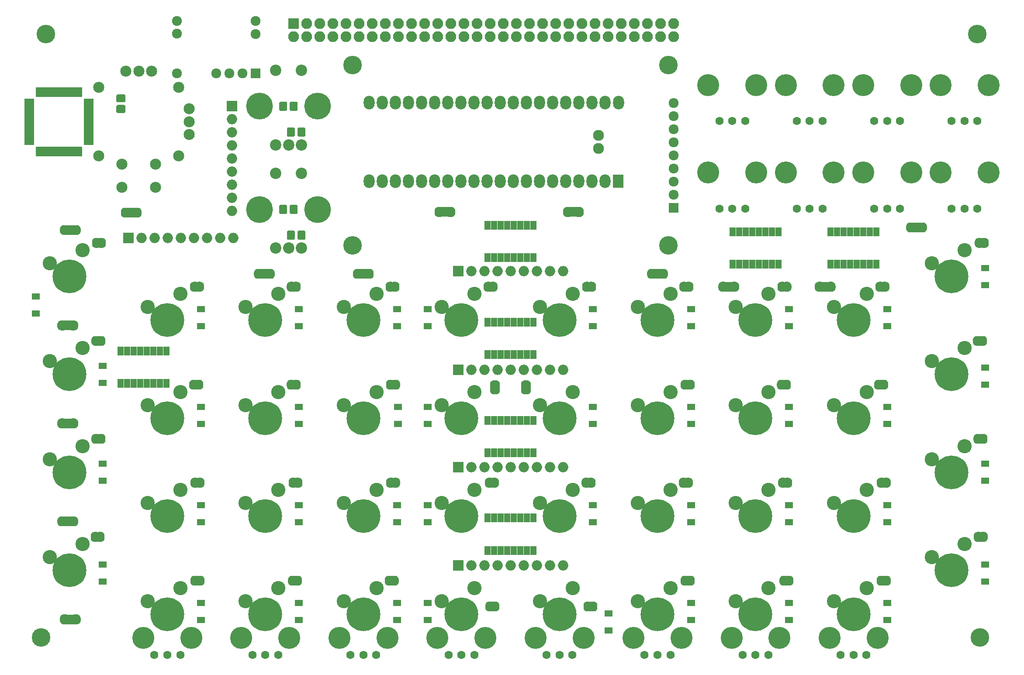
<source format=gbs>
G04 #@! TF.GenerationSoftware,KiCad,Pcbnew,(5.0.0)*
G04 #@! TF.CreationDate,2018-11-03T08:25:57+09:00*
G04 #@! TF.ProjectId,techinup_if,74656368696E75705F69662E6B696361,rev?*
G04 #@! TF.SameCoordinates,Original*
G04 #@! TF.FileFunction,Soldermask,Bot*
G04 #@! TF.FilePolarity,Negative*
%FSLAX46Y46*%
G04 Gerber Fmt 4.6, Leading zero omitted, Abs format (unit mm)*
G04 Created by KiCad (PCBNEW (5.0.0)) date 11/03/18 08:25:57*
%MOMM*%
%LPD*%
G01*
G04 APERTURE LIST*
%ADD10C,3.600000*%
%ADD11C,2.750000*%
%ADD12C,6.550000*%
%ADD13C,0.100000*%
%ADD14C,1.550000*%
%ADD15R,1.600000X1.300000*%
%ADD16R,1.000000X1.900000*%
%ADD17R,1.900000X1.000000*%
%ADD18C,1.924000*%
%ADD19R,1.924000X1.924000*%
%ADD20O,2.100000X2.100000*%
%ADD21R,2.100000X2.100000*%
%ADD22R,1.400000X1.900000*%
%ADD23C,0.500000*%
%ADD24O,2.000000X2.000000*%
%ADD25R,2.000000X2.000000*%
%ADD26C,4.271000*%
%ADD27C,1.600000*%
%ADD28C,5.200000*%
%ADD29C,2.200000*%
%ADD30C,2.150000*%
%ADD31R,2.127200X2.650000*%
%ADD32O,2.127200X2.650000*%
%ADD33O,2.127200X2.127200*%
%ADD34R,1.200000X1.700000*%
G04 APERTURE END LIST*
D10*
G04 #@! TO.C,x2*
X216500000Y-58000000D03*
G04 #@! TD*
D11*
G04 #@! TO.C,SW1*
X36690000Y-102460000D03*
X43040000Y-99920000D03*
D12*
X40500000Y-105000000D03*
G04 #@! TD*
D10*
G04 #@! TO.C,x4*
X217000000Y-175000000D03*
G04 #@! TD*
G04 #@! TO.C,x3*
X35000000Y-175000000D03*
G04 #@! TD*
G04 #@! TO.C,x1*
X36000000Y-58000000D03*
G04 #@! TD*
D13*
G04 #@! TO.C,C8*
G36*
X84471071Y-71101623D02*
X84503781Y-71106475D01*
X84535857Y-71114509D01*
X84566991Y-71125649D01*
X84596884Y-71139787D01*
X84625247Y-71156787D01*
X84651807Y-71176485D01*
X84676308Y-71198692D01*
X84698515Y-71223193D01*
X84718213Y-71249753D01*
X84735213Y-71278116D01*
X84749351Y-71308009D01*
X84760491Y-71339143D01*
X84768525Y-71371219D01*
X84773377Y-71403929D01*
X84775000Y-71436956D01*
X84775000Y-72563044D01*
X84773377Y-72596071D01*
X84768525Y-72628781D01*
X84760491Y-72660857D01*
X84749351Y-72691991D01*
X84735213Y-72721884D01*
X84718213Y-72750247D01*
X84698515Y-72776807D01*
X84676308Y-72801308D01*
X84651807Y-72823515D01*
X84625247Y-72843213D01*
X84596884Y-72860213D01*
X84566991Y-72874351D01*
X84535857Y-72885491D01*
X84503781Y-72893525D01*
X84471071Y-72898377D01*
X84438044Y-72900000D01*
X83561956Y-72900000D01*
X83528929Y-72898377D01*
X83496219Y-72893525D01*
X83464143Y-72885491D01*
X83433009Y-72874351D01*
X83403116Y-72860213D01*
X83374753Y-72843213D01*
X83348193Y-72823515D01*
X83323692Y-72801308D01*
X83301485Y-72776807D01*
X83281787Y-72750247D01*
X83264787Y-72721884D01*
X83250649Y-72691991D01*
X83239509Y-72660857D01*
X83231475Y-72628781D01*
X83226623Y-72596071D01*
X83225000Y-72563044D01*
X83225000Y-71436956D01*
X83226623Y-71403929D01*
X83231475Y-71371219D01*
X83239509Y-71339143D01*
X83250649Y-71308009D01*
X83264787Y-71278116D01*
X83281787Y-71249753D01*
X83301485Y-71223193D01*
X83323692Y-71198692D01*
X83348193Y-71176485D01*
X83374753Y-71156787D01*
X83403116Y-71139787D01*
X83433009Y-71125649D01*
X83464143Y-71114509D01*
X83496219Y-71106475D01*
X83528929Y-71101623D01*
X83561956Y-71100000D01*
X84438044Y-71100000D01*
X84471071Y-71101623D01*
X84471071Y-71101623D01*
G37*
D14*
X84000000Y-72000000D03*
D13*
G36*
X82421071Y-71101623D02*
X82453781Y-71106475D01*
X82485857Y-71114509D01*
X82516991Y-71125649D01*
X82546884Y-71139787D01*
X82575247Y-71156787D01*
X82601807Y-71176485D01*
X82626308Y-71198692D01*
X82648515Y-71223193D01*
X82668213Y-71249753D01*
X82685213Y-71278116D01*
X82699351Y-71308009D01*
X82710491Y-71339143D01*
X82718525Y-71371219D01*
X82723377Y-71403929D01*
X82725000Y-71436956D01*
X82725000Y-72563044D01*
X82723377Y-72596071D01*
X82718525Y-72628781D01*
X82710491Y-72660857D01*
X82699351Y-72691991D01*
X82685213Y-72721884D01*
X82668213Y-72750247D01*
X82648515Y-72776807D01*
X82626308Y-72801308D01*
X82601807Y-72823515D01*
X82575247Y-72843213D01*
X82546884Y-72860213D01*
X82516991Y-72874351D01*
X82485857Y-72885491D01*
X82453781Y-72893525D01*
X82421071Y-72898377D01*
X82388044Y-72900000D01*
X81511956Y-72900000D01*
X81478929Y-72898377D01*
X81446219Y-72893525D01*
X81414143Y-72885491D01*
X81383009Y-72874351D01*
X81353116Y-72860213D01*
X81324753Y-72843213D01*
X81298193Y-72823515D01*
X81273692Y-72801308D01*
X81251485Y-72776807D01*
X81231787Y-72750247D01*
X81214787Y-72721884D01*
X81200649Y-72691991D01*
X81189509Y-72660857D01*
X81181475Y-72628781D01*
X81176623Y-72596071D01*
X81175000Y-72563044D01*
X81175000Y-71436956D01*
X81176623Y-71403929D01*
X81181475Y-71371219D01*
X81189509Y-71339143D01*
X81200649Y-71308009D01*
X81214787Y-71278116D01*
X81231787Y-71249753D01*
X81251485Y-71223193D01*
X81273692Y-71198692D01*
X81298193Y-71176485D01*
X81324753Y-71156787D01*
X81353116Y-71139787D01*
X81383009Y-71125649D01*
X81414143Y-71114509D01*
X81446219Y-71106475D01*
X81478929Y-71101623D01*
X81511956Y-71100000D01*
X82388044Y-71100000D01*
X82421071Y-71101623D01*
X82421071Y-71101623D01*
G37*
D14*
X81950000Y-72000000D03*
G04 #@! TD*
D13*
G04 #@! TO.C,C9*
G36*
X85971071Y-76101623D02*
X86003781Y-76106475D01*
X86035857Y-76114509D01*
X86066991Y-76125649D01*
X86096884Y-76139787D01*
X86125247Y-76156787D01*
X86151807Y-76176485D01*
X86176308Y-76198692D01*
X86198515Y-76223193D01*
X86218213Y-76249753D01*
X86235213Y-76278116D01*
X86249351Y-76308009D01*
X86260491Y-76339143D01*
X86268525Y-76371219D01*
X86273377Y-76403929D01*
X86275000Y-76436956D01*
X86275000Y-77563044D01*
X86273377Y-77596071D01*
X86268525Y-77628781D01*
X86260491Y-77660857D01*
X86249351Y-77691991D01*
X86235213Y-77721884D01*
X86218213Y-77750247D01*
X86198515Y-77776807D01*
X86176308Y-77801308D01*
X86151807Y-77823515D01*
X86125247Y-77843213D01*
X86096884Y-77860213D01*
X86066991Y-77874351D01*
X86035857Y-77885491D01*
X86003781Y-77893525D01*
X85971071Y-77898377D01*
X85938044Y-77900000D01*
X85061956Y-77900000D01*
X85028929Y-77898377D01*
X84996219Y-77893525D01*
X84964143Y-77885491D01*
X84933009Y-77874351D01*
X84903116Y-77860213D01*
X84874753Y-77843213D01*
X84848193Y-77823515D01*
X84823692Y-77801308D01*
X84801485Y-77776807D01*
X84781787Y-77750247D01*
X84764787Y-77721884D01*
X84750649Y-77691991D01*
X84739509Y-77660857D01*
X84731475Y-77628781D01*
X84726623Y-77596071D01*
X84725000Y-77563044D01*
X84725000Y-76436956D01*
X84726623Y-76403929D01*
X84731475Y-76371219D01*
X84739509Y-76339143D01*
X84750649Y-76308009D01*
X84764787Y-76278116D01*
X84781787Y-76249753D01*
X84801485Y-76223193D01*
X84823692Y-76198692D01*
X84848193Y-76176485D01*
X84874753Y-76156787D01*
X84903116Y-76139787D01*
X84933009Y-76125649D01*
X84964143Y-76114509D01*
X84996219Y-76106475D01*
X85028929Y-76101623D01*
X85061956Y-76100000D01*
X85938044Y-76100000D01*
X85971071Y-76101623D01*
X85971071Y-76101623D01*
G37*
D14*
X85500000Y-77000000D03*
D13*
G36*
X83921071Y-76101623D02*
X83953781Y-76106475D01*
X83985857Y-76114509D01*
X84016991Y-76125649D01*
X84046884Y-76139787D01*
X84075247Y-76156787D01*
X84101807Y-76176485D01*
X84126308Y-76198692D01*
X84148515Y-76223193D01*
X84168213Y-76249753D01*
X84185213Y-76278116D01*
X84199351Y-76308009D01*
X84210491Y-76339143D01*
X84218525Y-76371219D01*
X84223377Y-76403929D01*
X84225000Y-76436956D01*
X84225000Y-77563044D01*
X84223377Y-77596071D01*
X84218525Y-77628781D01*
X84210491Y-77660857D01*
X84199351Y-77691991D01*
X84185213Y-77721884D01*
X84168213Y-77750247D01*
X84148515Y-77776807D01*
X84126308Y-77801308D01*
X84101807Y-77823515D01*
X84075247Y-77843213D01*
X84046884Y-77860213D01*
X84016991Y-77874351D01*
X83985857Y-77885491D01*
X83953781Y-77893525D01*
X83921071Y-77898377D01*
X83888044Y-77900000D01*
X83011956Y-77900000D01*
X82978929Y-77898377D01*
X82946219Y-77893525D01*
X82914143Y-77885491D01*
X82883009Y-77874351D01*
X82853116Y-77860213D01*
X82824753Y-77843213D01*
X82798193Y-77823515D01*
X82773692Y-77801308D01*
X82751485Y-77776807D01*
X82731787Y-77750247D01*
X82714787Y-77721884D01*
X82700649Y-77691991D01*
X82689509Y-77660857D01*
X82681475Y-77628781D01*
X82676623Y-77596071D01*
X82675000Y-77563044D01*
X82675000Y-76436956D01*
X82676623Y-76403929D01*
X82681475Y-76371219D01*
X82689509Y-76339143D01*
X82700649Y-76308009D01*
X82714787Y-76278116D01*
X82731787Y-76249753D01*
X82751485Y-76223193D01*
X82773692Y-76198692D01*
X82798193Y-76176485D01*
X82824753Y-76156787D01*
X82853116Y-76139787D01*
X82883009Y-76125649D01*
X82914143Y-76114509D01*
X82946219Y-76106475D01*
X82978929Y-76101623D01*
X83011956Y-76100000D01*
X83888044Y-76100000D01*
X83921071Y-76101623D01*
X83921071Y-76101623D01*
G37*
D14*
X83450000Y-77000000D03*
G04 #@! TD*
D13*
G04 #@! TO.C,C10*
G36*
X84471071Y-91101623D02*
X84503781Y-91106475D01*
X84535857Y-91114509D01*
X84566991Y-91125649D01*
X84596884Y-91139787D01*
X84625247Y-91156787D01*
X84651807Y-91176485D01*
X84676308Y-91198692D01*
X84698515Y-91223193D01*
X84718213Y-91249753D01*
X84735213Y-91278116D01*
X84749351Y-91308009D01*
X84760491Y-91339143D01*
X84768525Y-91371219D01*
X84773377Y-91403929D01*
X84775000Y-91436956D01*
X84775000Y-92563044D01*
X84773377Y-92596071D01*
X84768525Y-92628781D01*
X84760491Y-92660857D01*
X84749351Y-92691991D01*
X84735213Y-92721884D01*
X84718213Y-92750247D01*
X84698515Y-92776807D01*
X84676308Y-92801308D01*
X84651807Y-92823515D01*
X84625247Y-92843213D01*
X84596884Y-92860213D01*
X84566991Y-92874351D01*
X84535857Y-92885491D01*
X84503781Y-92893525D01*
X84471071Y-92898377D01*
X84438044Y-92900000D01*
X83561956Y-92900000D01*
X83528929Y-92898377D01*
X83496219Y-92893525D01*
X83464143Y-92885491D01*
X83433009Y-92874351D01*
X83403116Y-92860213D01*
X83374753Y-92843213D01*
X83348193Y-92823515D01*
X83323692Y-92801308D01*
X83301485Y-92776807D01*
X83281787Y-92750247D01*
X83264787Y-92721884D01*
X83250649Y-92691991D01*
X83239509Y-92660857D01*
X83231475Y-92628781D01*
X83226623Y-92596071D01*
X83225000Y-92563044D01*
X83225000Y-91436956D01*
X83226623Y-91403929D01*
X83231475Y-91371219D01*
X83239509Y-91339143D01*
X83250649Y-91308009D01*
X83264787Y-91278116D01*
X83281787Y-91249753D01*
X83301485Y-91223193D01*
X83323692Y-91198692D01*
X83348193Y-91176485D01*
X83374753Y-91156787D01*
X83403116Y-91139787D01*
X83433009Y-91125649D01*
X83464143Y-91114509D01*
X83496219Y-91106475D01*
X83528929Y-91101623D01*
X83561956Y-91100000D01*
X84438044Y-91100000D01*
X84471071Y-91101623D01*
X84471071Y-91101623D01*
G37*
D14*
X84000000Y-92000000D03*
D13*
G36*
X82421071Y-91101623D02*
X82453781Y-91106475D01*
X82485857Y-91114509D01*
X82516991Y-91125649D01*
X82546884Y-91139787D01*
X82575247Y-91156787D01*
X82601807Y-91176485D01*
X82626308Y-91198692D01*
X82648515Y-91223193D01*
X82668213Y-91249753D01*
X82685213Y-91278116D01*
X82699351Y-91308009D01*
X82710491Y-91339143D01*
X82718525Y-91371219D01*
X82723377Y-91403929D01*
X82725000Y-91436956D01*
X82725000Y-92563044D01*
X82723377Y-92596071D01*
X82718525Y-92628781D01*
X82710491Y-92660857D01*
X82699351Y-92691991D01*
X82685213Y-92721884D01*
X82668213Y-92750247D01*
X82648515Y-92776807D01*
X82626308Y-92801308D01*
X82601807Y-92823515D01*
X82575247Y-92843213D01*
X82546884Y-92860213D01*
X82516991Y-92874351D01*
X82485857Y-92885491D01*
X82453781Y-92893525D01*
X82421071Y-92898377D01*
X82388044Y-92900000D01*
X81511956Y-92900000D01*
X81478929Y-92898377D01*
X81446219Y-92893525D01*
X81414143Y-92885491D01*
X81383009Y-92874351D01*
X81353116Y-92860213D01*
X81324753Y-92843213D01*
X81298193Y-92823515D01*
X81273692Y-92801308D01*
X81251485Y-92776807D01*
X81231787Y-92750247D01*
X81214787Y-92721884D01*
X81200649Y-92691991D01*
X81189509Y-92660857D01*
X81181475Y-92628781D01*
X81176623Y-92596071D01*
X81175000Y-92563044D01*
X81175000Y-91436956D01*
X81176623Y-91403929D01*
X81181475Y-91371219D01*
X81189509Y-91339143D01*
X81200649Y-91308009D01*
X81214787Y-91278116D01*
X81231787Y-91249753D01*
X81251485Y-91223193D01*
X81273692Y-91198692D01*
X81298193Y-91176485D01*
X81324753Y-91156787D01*
X81353116Y-91139787D01*
X81383009Y-91125649D01*
X81414143Y-91114509D01*
X81446219Y-91106475D01*
X81478929Y-91101623D01*
X81511956Y-91100000D01*
X82388044Y-91100000D01*
X82421071Y-91101623D01*
X82421071Y-91101623D01*
G37*
D14*
X81950000Y-92000000D03*
G04 #@! TD*
D13*
G04 #@! TO.C,C11*
G36*
X85971071Y-96101623D02*
X86003781Y-96106475D01*
X86035857Y-96114509D01*
X86066991Y-96125649D01*
X86096884Y-96139787D01*
X86125247Y-96156787D01*
X86151807Y-96176485D01*
X86176308Y-96198692D01*
X86198515Y-96223193D01*
X86218213Y-96249753D01*
X86235213Y-96278116D01*
X86249351Y-96308009D01*
X86260491Y-96339143D01*
X86268525Y-96371219D01*
X86273377Y-96403929D01*
X86275000Y-96436956D01*
X86275000Y-97563044D01*
X86273377Y-97596071D01*
X86268525Y-97628781D01*
X86260491Y-97660857D01*
X86249351Y-97691991D01*
X86235213Y-97721884D01*
X86218213Y-97750247D01*
X86198515Y-97776807D01*
X86176308Y-97801308D01*
X86151807Y-97823515D01*
X86125247Y-97843213D01*
X86096884Y-97860213D01*
X86066991Y-97874351D01*
X86035857Y-97885491D01*
X86003781Y-97893525D01*
X85971071Y-97898377D01*
X85938044Y-97900000D01*
X85061956Y-97900000D01*
X85028929Y-97898377D01*
X84996219Y-97893525D01*
X84964143Y-97885491D01*
X84933009Y-97874351D01*
X84903116Y-97860213D01*
X84874753Y-97843213D01*
X84848193Y-97823515D01*
X84823692Y-97801308D01*
X84801485Y-97776807D01*
X84781787Y-97750247D01*
X84764787Y-97721884D01*
X84750649Y-97691991D01*
X84739509Y-97660857D01*
X84731475Y-97628781D01*
X84726623Y-97596071D01*
X84725000Y-97563044D01*
X84725000Y-96436956D01*
X84726623Y-96403929D01*
X84731475Y-96371219D01*
X84739509Y-96339143D01*
X84750649Y-96308009D01*
X84764787Y-96278116D01*
X84781787Y-96249753D01*
X84801485Y-96223193D01*
X84823692Y-96198692D01*
X84848193Y-96176485D01*
X84874753Y-96156787D01*
X84903116Y-96139787D01*
X84933009Y-96125649D01*
X84964143Y-96114509D01*
X84996219Y-96106475D01*
X85028929Y-96101623D01*
X85061956Y-96100000D01*
X85938044Y-96100000D01*
X85971071Y-96101623D01*
X85971071Y-96101623D01*
G37*
D14*
X85500000Y-97000000D03*
D13*
G36*
X83921071Y-96101623D02*
X83953781Y-96106475D01*
X83985857Y-96114509D01*
X84016991Y-96125649D01*
X84046884Y-96139787D01*
X84075247Y-96156787D01*
X84101807Y-96176485D01*
X84126308Y-96198692D01*
X84148515Y-96223193D01*
X84168213Y-96249753D01*
X84185213Y-96278116D01*
X84199351Y-96308009D01*
X84210491Y-96339143D01*
X84218525Y-96371219D01*
X84223377Y-96403929D01*
X84225000Y-96436956D01*
X84225000Y-97563044D01*
X84223377Y-97596071D01*
X84218525Y-97628781D01*
X84210491Y-97660857D01*
X84199351Y-97691991D01*
X84185213Y-97721884D01*
X84168213Y-97750247D01*
X84148515Y-97776807D01*
X84126308Y-97801308D01*
X84101807Y-97823515D01*
X84075247Y-97843213D01*
X84046884Y-97860213D01*
X84016991Y-97874351D01*
X83985857Y-97885491D01*
X83953781Y-97893525D01*
X83921071Y-97898377D01*
X83888044Y-97900000D01*
X83011956Y-97900000D01*
X82978929Y-97898377D01*
X82946219Y-97893525D01*
X82914143Y-97885491D01*
X82883009Y-97874351D01*
X82853116Y-97860213D01*
X82824753Y-97843213D01*
X82798193Y-97823515D01*
X82773692Y-97801308D01*
X82751485Y-97776807D01*
X82731787Y-97750247D01*
X82714787Y-97721884D01*
X82700649Y-97691991D01*
X82689509Y-97660857D01*
X82681475Y-97628781D01*
X82676623Y-97596071D01*
X82675000Y-97563044D01*
X82675000Y-96436956D01*
X82676623Y-96403929D01*
X82681475Y-96371219D01*
X82689509Y-96339143D01*
X82700649Y-96308009D01*
X82714787Y-96278116D01*
X82731787Y-96249753D01*
X82751485Y-96223193D01*
X82773692Y-96198692D01*
X82798193Y-96176485D01*
X82824753Y-96156787D01*
X82853116Y-96139787D01*
X82883009Y-96125649D01*
X82914143Y-96114509D01*
X82946219Y-96106475D01*
X82978929Y-96101623D01*
X83011956Y-96100000D01*
X83888044Y-96100000D01*
X83921071Y-96101623D01*
X83921071Y-96101623D01*
G37*
D14*
X83450000Y-97000000D03*
G04 #@! TD*
D13*
G04 #@! TO.C,C14*
G36*
X51096071Y-69701623D02*
X51128781Y-69706475D01*
X51160857Y-69714509D01*
X51191991Y-69725649D01*
X51221884Y-69739787D01*
X51250247Y-69756787D01*
X51276807Y-69776485D01*
X51301308Y-69798692D01*
X51323515Y-69823193D01*
X51343213Y-69849753D01*
X51360213Y-69878116D01*
X51374351Y-69908009D01*
X51385491Y-69939143D01*
X51393525Y-69971219D01*
X51398377Y-70003929D01*
X51400000Y-70036956D01*
X51400000Y-70913044D01*
X51398377Y-70946071D01*
X51393525Y-70978781D01*
X51385491Y-71010857D01*
X51374351Y-71041991D01*
X51360213Y-71071884D01*
X51343213Y-71100247D01*
X51323515Y-71126807D01*
X51301308Y-71151308D01*
X51276807Y-71173515D01*
X51250247Y-71193213D01*
X51221884Y-71210213D01*
X51191991Y-71224351D01*
X51160857Y-71235491D01*
X51128781Y-71243525D01*
X51096071Y-71248377D01*
X51063044Y-71250000D01*
X49936956Y-71250000D01*
X49903929Y-71248377D01*
X49871219Y-71243525D01*
X49839143Y-71235491D01*
X49808009Y-71224351D01*
X49778116Y-71210213D01*
X49749753Y-71193213D01*
X49723193Y-71173515D01*
X49698692Y-71151308D01*
X49676485Y-71126807D01*
X49656787Y-71100247D01*
X49639787Y-71071884D01*
X49625649Y-71041991D01*
X49614509Y-71010857D01*
X49606475Y-70978781D01*
X49601623Y-70946071D01*
X49600000Y-70913044D01*
X49600000Y-70036956D01*
X49601623Y-70003929D01*
X49606475Y-69971219D01*
X49614509Y-69939143D01*
X49625649Y-69908009D01*
X49639787Y-69878116D01*
X49656787Y-69849753D01*
X49676485Y-69823193D01*
X49698692Y-69798692D01*
X49723193Y-69776485D01*
X49749753Y-69756787D01*
X49778116Y-69739787D01*
X49808009Y-69725649D01*
X49839143Y-69714509D01*
X49871219Y-69706475D01*
X49903929Y-69701623D01*
X49936956Y-69700000D01*
X51063044Y-69700000D01*
X51096071Y-69701623D01*
X51096071Y-69701623D01*
G37*
D14*
X50500000Y-70475000D03*
D13*
G36*
X51096071Y-71751623D02*
X51128781Y-71756475D01*
X51160857Y-71764509D01*
X51191991Y-71775649D01*
X51221884Y-71789787D01*
X51250247Y-71806787D01*
X51276807Y-71826485D01*
X51301308Y-71848692D01*
X51323515Y-71873193D01*
X51343213Y-71899753D01*
X51360213Y-71928116D01*
X51374351Y-71958009D01*
X51385491Y-71989143D01*
X51393525Y-72021219D01*
X51398377Y-72053929D01*
X51400000Y-72086956D01*
X51400000Y-72963044D01*
X51398377Y-72996071D01*
X51393525Y-73028781D01*
X51385491Y-73060857D01*
X51374351Y-73091991D01*
X51360213Y-73121884D01*
X51343213Y-73150247D01*
X51323515Y-73176807D01*
X51301308Y-73201308D01*
X51276807Y-73223515D01*
X51250247Y-73243213D01*
X51221884Y-73260213D01*
X51191991Y-73274351D01*
X51160857Y-73285491D01*
X51128781Y-73293525D01*
X51096071Y-73298377D01*
X51063044Y-73300000D01*
X49936956Y-73300000D01*
X49903929Y-73298377D01*
X49871219Y-73293525D01*
X49839143Y-73285491D01*
X49808009Y-73274351D01*
X49778116Y-73260213D01*
X49749753Y-73243213D01*
X49723193Y-73223515D01*
X49698692Y-73201308D01*
X49676485Y-73176807D01*
X49656787Y-73150247D01*
X49639787Y-73121884D01*
X49625649Y-73091991D01*
X49614509Y-73060857D01*
X49606475Y-73028781D01*
X49601623Y-72996071D01*
X49600000Y-72963044D01*
X49600000Y-72086956D01*
X49601623Y-72053929D01*
X49606475Y-72021219D01*
X49614509Y-71989143D01*
X49625649Y-71958009D01*
X49639787Y-71928116D01*
X49656787Y-71899753D01*
X49676485Y-71873193D01*
X49698692Y-71848692D01*
X49723193Y-71826485D01*
X49749753Y-71806787D01*
X49778116Y-71789787D01*
X49808009Y-71775649D01*
X49839143Y-71764509D01*
X49871219Y-71756475D01*
X49903929Y-71751623D01*
X49936956Y-71750000D01*
X51063044Y-71750000D01*
X51096071Y-71751623D01*
X51096071Y-71751623D01*
G37*
D14*
X50500000Y-72525000D03*
G04 #@! TD*
D15*
G04 #@! TO.C,D1*
X34000000Y-108850000D03*
X34000000Y-112150000D03*
G04 #@! TD*
G04 #@! TO.C,D2*
X66000000Y-111350000D03*
X66000000Y-114650000D03*
G04 #@! TD*
G04 #@! TO.C,D3*
X85000000Y-111350000D03*
X85000000Y-114650000D03*
G04 #@! TD*
G04 #@! TO.C,D4*
X104000000Y-111350000D03*
X104000000Y-114650000D03*
G04 #@! TD*
G04 #@! TO.C,D5*
X110000000Y-111350000D03*
X110000000Y-114650000D03*
G04 #@! TD*
G04 #@! TO.C,D6*
X142000000Y-111350000D03*
X142000000Y-114650000D03*
G04 #@! TD*
G04 #@! TO.C,D7*
X161000000Y-111350000D03*
X161000000Y-114650000D03*
G04 #@! TD*
G04 #@! TO.C,D8*
X180000000Y-111350000D03*
X180000000Y-114650000D03*
G04 #@! TD*
G04 #@! TO.C,D9*
X199000000Y-111350000D03*
X199000000Y-114650000D03*
G04 #@! TD*
G04 #@! TO.C,D10*
X218000000Y-103350000D03*
X218000000Y-106650000D03*
G04 #@! TD*
G04 #@! TO.C,D11*
X47000000Y-122350000D03*
X47000000Y-125650000D03*
G04 #@! TD*
G04 #@! TO.C,D12*
X66000000Y-130350000D03*
X66000000Y-133650000D03*
G04 #@! TD*
G04 #@! TO.C,D13*
X85000000Y-130350000D03*
X85000000Y-133650000D03*
G04 #@! TD*
G04 #@! TO.C,D14*
X104168000Y-130350000D03*
X104168000Y-133650000D03*
G04 #@! TD*
G04 #@! TO.C,D15*
X110000000Y-130350000D03*
X110000000Y-133650000D03*
G04 #@! TD*
G04 #@! TO.C,D16*
X142000000Y-130350000D03*
X142000000Y-133650000D03*
G04 #@! TD*
G04 #@! TO.C,D17*
X161000000Y-130350000D03*
X161000000Y-133650000D03*
G04 #@! TD*
G04 #@! TO.C,D18*
X180000000Y-130350000D03*
X180000000Y-133650000D03*
G04 #@! TD*
G04 #@! TO.C,D19*
X199000000Y-130350000D03*
X199000000Y-133650000D03*
G04 #@! TD*
G04 #@! TO.C,D20*
X218000000Y-122675000D03*
X218000000Y-125975000D03*
G04 #@! TD*
G04 #@! TO.C,D21*
X47000000Y-141350000D03*
X47000000Y-144650000D03*
G04 #@! TD*
G04 #@! TO.C,D22*
X66000000Y-149350000D03*
X66000000Y-152650000D03*
G04 #@! TD*
G04 #@! TO.C,D23*
X85000000Y-149350000D03*
X85000000Y-152650000D03*
G04 #@! TD*
G04 #@! TO.C,D24*
X104000000Y-149350000D03*
X104000000Y-152650000D03*
G04 #@! TD*
G04 #@! TO.C,D25*
X110000000Y-149350000D03*
X110000000Y-152650000D03*
G04 #@! TD*
G04 #@! TO.C,D26*
X142000000Y-149350000D03*
X142000000Y-152650000D03*
G04 #@! TD*
G04 #@! TO.C,D27*
X161000000Y-149350000D03*
X161000000Y-152650000D03*
G04 #@! TD*
G04 #@! TO.C,D28*
X180000000Y-149350000D03*
X180000000Y-152650000D03*
G04 #@! TD*
G04 #@! TO.C,D29*
X199000000Y-149350000D03*
X199000000Y-152650000D03*
G04 #@! TD*
G04 #@! TO.C,D30*
X218000000Y-141350000D03*
X218000000Y-144650000D03*
G04 #@! TD*
G04 #@! TO.C,D31*
X47000000Y-160850000D03*
X47000000Y-164150000D03*
G04 #@! TD*
G04 #@! TO.C,D32*
X66000000Y-168350000D03*
X66000000Y-171650000D03*
G04 #@! TD*
G04 #@! TO.C,D33*
X85000000Y-168350000D03*
X85000000Y-171650000D03*
G04 #@! TD*
G04 #@! TO.C,D34*
X104000000Y-168350000D03*
X104000000Y-171650000D03*
G04 #@! TD*
G04 #@! TO.C,D35*
X110000000Y-168350000D03*
X110000000Y-171650000D03*
G04 #@! TD*
G04 #@! TO.C,D36*
X145000000Y-170350000D03*
X145000000Y-173650000D03*
G04 #@! TD*
G04 #@! TO.C,D37*
X161000000Y-168350000D03*
X161000000Y-171650000D03*
G04 #@! TD*
G04 #@! TO.C,D38*
X180000000Y-168350000D03*
X180000000Y-171650000D03*
G04 #@! TD*
G04 #@! TO.C,D39*
X199000000Y-168350000D03*
X199000000Y-171650000D03*
G04 #@! TD*
G04 #@! TO.C,D40*
X218000000Y-160850000D03*
X218000000Y-164150000D03*
G04 #@! TD*
D16*
G04 #@! TO.C,IC1*
X34500000Y-80750000D03*
X35300000Y-80750000D03*
X36100000Y-80750000D03*
X36900000Y-80750000D03*
X37700000Y-80750000D03*
X38500000Y-80750000D03*
X39300000Y-80750000D03*
X40100000Y-80750000D03*
X40900000Y-80750000D03*
X41700000Y-80750000D03*
X42500000Y-80750000D03*
D17*
X44250000Y-79000000D03*
X44250000Y-78200000D03*
X44250000Y-77400000D03*
X44250000Y-76600000D03*
X44250000Y-75800000D03*
X44250000Y-75000000D03*
X44250000Y-74200000D03*
X44250000Y-73400000D03*
X44250000Y-72600000D03*
X44250000Y-71800000D03*
X44250000Y-71000000D03*
D16*
X42500000Y-69250000D03*
X41700000Y-69250000D03*
X40900000Y-69250000D03*
X40100000Y-69250000D03*
X39300000Y-69250000D03*
X38500000Y-69250000D03*
X37700000Y-69250000D03*
X36900000Y-69250000D03*
X36100000Y-69250000D03*
X35300000Y-69250000D03*
X34500000Y-69250000D03*
D17*
X32750000Y-71000000D03*
X32750000Y-71800000D03*
X32750000Y-72600000D03*
X32750000Y-73400000D03*
X32750000Y-74200000D03*
X32750000Y-75000000D03*
X32750000Y-75800000D03*
X32750000Y-76600000D03*
X32750000Y-77400000D03*
X32750000Y-78200000D03*
X32750000Y-79000000D03*
G04 #@! TD*
D18*
G04 #@! TO.C,J2*
X61380000Y-57940000D03*
X61380000Y-55440000D03*
X76620000Y-57970000D03*
X76620000Y-55460000D03*
X61380000Y-65600000D03*
X74070000Y-65600000D03*
X71540000Y-65600000D03*
D19*
X76620000Y-65600000D03*
D18*
X69000000Y-65600000D03*
G04 #@! TD*
D20*
G04 #@! TO.C,J3*
X157660000Y-58540000D03*
X157660000Y-56000000D03*
X155120000Y-58540000D03*
X155120000Y-56000000D03*
X152580000Y-58540000D03*
X152580000Y-56000000D03*
X150040000Y-58540000D03*
X150040000Y-56000000D03*
X147500000Y-58540000D03*
X147500000Y-56000000D03*
X144960000Y-58540000D03*
X144960000Y-56000000D03*
X142420000Y-58540000D03*
X142420000Y-56000000D03*
X139880000Y-58540000D03*
X139880000Y-56000000D03*
X137340000Y-58540000D03*
X137340000Y-56000000D03*
X134800000Y-58540000D03*
X134800000Y-56000000D03*
X132260000Y-58540000D03*
X132260000Y-56000000D03*
X129720000Y-58540000D03*
X129720000Y-56000000D03*
X127180000Y-58540000D03*
X127180000Y-56000000D03*
X124640000Y-58540000D03*
X124640000Y-56000000D03*
X122100000Y-58540000D03*
X122100000Y-56000000D03*
X119560000Y-58540000D03*
X119560000Y-56000000D03*
X117020000Y-58540000D03*
X117020000Y-56000000D03*
X114480000Y-58540000D03*
X114480000Y-56000000D03*
X111940000Y-58540000D03*
X111940000Y-56000000D03*
X109400000Y-58540000D03*
X109400000Y-56000000D03*
X106860000Y-58540000D03*
X106860000Y-56000000D03*
X104320000Y-58540000D03*
X104320000Y-56000000D03*
X101780000Y-58540000D03*
X101780000Y-56000000D03*
X99240000Y-58540000D03*
X99240000Y-56000000D03*
X96700000Y-58540000D03*
X96700000Y-56000000D03*
X94160000Y-58540000D03*
X94160000Y-56000000D03*
X91620000Y-58540000D03*
X91620000Y-56000000D03*
X89080000Y-58540000D03*
X89080000Y-56000000D03*
X86540000Y-58540000D03*
X86540000Y-56000000D03*
X84000000Y-58540000D03*
D21*
X84000000Y-56000000D03*
G04 #@! TD*
D22*
G04 #@! TO.C,JP1*
X40700000Y-96000000D03*
D23*
X39400000Y-96000000D03*
D13*
G36*
X39393888Y-96949398D02*
X39375466Y-96949398D01*
X39355860Y-96948435D01*
X39307029Y-96943625D01*
X39287620Y-96940746D01*
X39239495Y-96931174D01*
X39220452Y-96926404D01*
X39173497Y-96912160D01*
X39155020Y-96905549D01*
X39109687Y-96886772D01*
X39091939Y-96878377D01*
X39048666Y-96855246D01*
X39031838Y-96845160D01*
X38991039Y-96817900D01*
X38975270Y-96806205D01*
X38937341Y-96775077D01*
X38922800Y-96761897D01*
X38888103Y-96727200D01*
X38874923Y-96712659D01*
X38843795Y-96674730D01*
X38832100Y-96658961D01*
X38804840Y-96618162D01*
X38794754Y-96601334D01*
X38771623Y-96558061D01*
X38763228Y-96540313D01*
X38744451Y-96494980D01*
X38737840Y-96476503D01*
X38723596Y-96429548D01*
X38718826Y-96410505D01*
X38709254Y-96362380D01*
X38706375Y-96342971D01*
X38701565Y-96294140D01*
X38700602Y-96274534D01*
X38700602Y-96256112D01*
X38700000Y-96250000D01*
X38700000Y-95750000D01*
X38700602Y-95743888D01*
X38700602Y-95725466D01*
X38701565Y-95705860D01*
X38706375Y-95657029D01*
X38709254Y-95637620D01*
X38718826Y-95589495D01*
X38723596Y-95570452D01*
X38737840Y-95523497D01*
X38744451Y-95505020D01*
X38763228Y-95459687D01*
X38771623Y-95441939D01*
X38794754Y-95398666D01*
X38804840Y-95381838D01*
X38832100Y-95341039D01*
X38843795Y-95325270D01*
X38874923Y-95287341D01*
X38888103Y-95272800D01*
X38922800Y-95238103D01*
X38937341Y-95224923D01*
X38975270Y-95193795D01*
X38991039Y-95182100D01*
X39031838Y-95154840D01*
X39048666Y-95144754D01*
X39091939Y-95121623D01*
X39109687Y-95113228D01*
X39155020Y-95094451D01*
X39173497Y-95087840D01*
X39220452Y-95073596D01*
X39239495Y-95068826D01*
X39287620Y-95059254D01*
X39307029Y-95056375D01*
X39355860Y-95051565D01*
X39375466Y-95050602D01*
X39393888Y-95050602D01*
X39400000Y-95050000D01*
X39950000Y-95050000D01*
X39989018Y-95053843D01*
X40026537Y-95065224D01*
X40061114Y-95083706D01*
X40091421Y-95108579D01*
X40116294Y-95138886D01*
X40134776Y-95173463D01*
X40146157Y-95210982D01*
X40150000Y-95250000D01*
X40150000Y-96750000D01*
X40146157Y-96789018D01*
X40134776Y-96826537D01*
X40116294Y-96861114D01*
X40091421Y-96891421D01*
X40061114Y-96916294D01*
X40026537Y-96934776D01*
X39989018Y-96946157D01*
X39950000Y-96950000D01*
X39400000Y-96950000D01*
X39393888Y-96949398D01*
X39393888Y-96949398D01*
G37*
D23*
X42000000Y-96000000D03*
D13*
G36*
X41410982Y-96946157D02*
X41373463Y-96934776D01*
X41338886Y-96916294D01*
X41308579Y-96891421D01*
X41283706Y-96861114D01*
X41265224Y-96826537D01*
X41253843Y-96789018D01*
X41250000Y-96750000D01*
X41250000Y-95250000D01*
X41253843Y-95210982D01*
X41265224Y-95173463D01*
X41283706Y-95138886D01*
X41308579Y-95108579D01*
X41338886Y-95083706D01*
X41373463Y-95065224D01*
X41410982Y-95053843D01*
X41450000Y-95050000D01*
X42000000Y-95050000D01*
X42006112Y-95050602D01*
X42024534Y-95050602D01*
X42044140Y-95051565D01*
X42092971Y-95056375D01*
X42112380Y-95059254D01*
X42160505Y-95068826D01*
X42179548Y-95073596D01*
X42226503Y-95087840D01*
X42244980Y-95094451D01*
X42290313Y-95113228D01*
X42308061Y-95121623D01*
X42351334Y-95144754D01*
X42368162Y-95154840D01*
X42408961Y-95182100D01*
X42424730Y-95193795D01*
X42462659Y-95224923D01*
X42477200Y-95238103D01*
X42511897Y-95272800D01*
X42525077Y-95287341D01*
X42556205Y-95325270D01*
X42567900Y-95341039D01*
X42595160Y-95381838D01*
X42605246Y-95398666D01*
X42628377Y-95441939D01*
X42636772Y-95459687D01*
X42655549Y-95505020D01*
X42662160Y-95523497D01*
X42676404Y-95570452D01*
X42681174Y-95589495D01*
X42690746Y-95637620D01*
X42693625Y-95657029D01*
X42698435Y-95705860D01*
X42699398Y-95725466D01*
X42699398Y-95743888D01*
X42700000Y-95750000D01*
X42700000Y-96250000D01*
X42699398Y-96256112D01*
X42699398Y-96274534D01*
X42698435Y-96294140D01*
X42693625Y-96342971D01*
X42690746Y-96362380D01*
X42681174Y-96410505D01*
X42676404Y-96429548D01*
X42662160Y-96476503D01*
X42655549Y-96494980D01*
X42636772Y-96540313D01*
X42628377Y-96558061D01*
X42605246Y-96601334D01*
X42595160Y-96618162D01*
X42567900Y-96658961D01*
X42556205Y-96674730D01*
X42525077Y-96712659D01*
X42511897Y-96727200D01*
X42477200Y-96761897D01*
X42462659Y-96775077D01*
X42424730Y-96806205D01*
X42408961Y-96817900D01*
X42368162Y-96845160D01*
X42351334Y-96855246D01*
X42308061Y-96878377D01*
X42290313Y-96886772D01*
X42244980Y-96905549D01*
X42226503Y-96912160D01*
X42179548Y-96926404D01*
X42160505Y-96931174D01*
X42112380Y-96940746D01*
X42092971Y-96943625D01*
X42044140Y-96948435D01*
X42024534Y-96949398D01*
X42006112Y-96949398D01*
X42000000Y-96950000D01*
X41450000Y-96950000D01*
X41410982Y-96946157D01*
X41410982Y-96946157D01*
G37*
G04 #@! TD*
D22*
G04 #@! TO.C,JP2*
X52500000Y-92624000D03*
D23*
X51200000Y-92624000D03*
D13*
G36*
X51193888Y-93573398D02*
X51175466Y-93573398D01*
X51155860Y-93572435D01*
X51107029Y-93567625D01*
X51087620Y-93564746D01*
X51039495Y-93555174D01*
X51020452Y-93550404D01*
X50973497Y-93536160D01*
X50955020Y-93529549D01*
X50909687Y-93510772D01*
X50891939Y-93502377D01*
X50848666Y-93479246D01*
X50831838Y-93469160D01*
X50791039Y-93441900D01*
X50775270Y-93430205D01*
X50737341Y-93399077D01*
X50722800Y-93385897D01*
X50688103Y-93351200D01*
X50674923Y-93336659D01*
X50643795Y-93298730D01*
X50632100Y-93282961D01*
X50604840Y-93242162D01*
X50594754Y-93225334D01*
X50571623Y-93182061D01*
X50563228Y-93164313D01*
X50544451Y-93118980D01*
X50537840Y-93100503D01*
X50523596Y-93053548D01*
X50518826Y-93034505D01*
X50509254Y-92986380D01*
X50506375Y-92966971D01*
X50501565Y-92918140D01*
X50500602Y-92898534D01*
X50500602Y-92880112D01*
X50500000Y-92874000D01*
X50500000Y-92374000D01*
X50500602Y-92367888D01*
X50500602Y-92349466D01*
X50501565Y-92329860D01*
X50506375Y-92281029D01*
X50509254Y-92261620D01*
X50518826Y-92213495D01*
X50523596Y-92194452D01*
X50537840Y-92147497D01*
X50544451Y-92129020D01*
X50563228Y-92083687D01*
X50571623Y-92065939D01*
X50594754Y-92022666D01*
X50604840Y-92005838D01*
X50632100Y-91965039D01*
X50643795Y-91949270D01*
X50674923Y-91911341D01*
X50688103Y-91896800D01*
X50722800Y-91862103D01*
X50737341Y-91848923D01*
X50775270Y-91817795D01*
X50791039Y-91806100D01*
X50831838Y-91778840D01*
X50848666Y-91768754D01*
X50891939Y-91745623D01*
X50909687Y-91737228D01*
X50955020Y-91718451D01*
X50973497Y-91711840D01*
X51020452Y-91697596D01*
X51039495Y-91692826D01*
X51087620Y-91683254D01*
X51107029Y-91680375D01*
X51155860Y-91675565D01*
X51175466Y-91674602D01*
X51193888Y-91674602D01*
X51200000Y-91674000D01*
X51750000Y-91674000D01*
X51789018Y-91677843D01*
X51826537Y-91689224D01*
X51861114Y-91707706D01*
X51891421Y-91732579D01*
X51916294Y-91762886D01*
X51934776Y-91797463D01*
X51946157Y-91834982D01*
X51950000Y-91874000D01*
X51950000Y-93374000D01*
X51946157Y-93413018D01*
X51934776Y-93450537D01*
X51916294Y-93485114D01*
X51891421Y-93515421D01*
X51861114Y-93540294D01*
X51826537Y-93558776D01*
X51789018Y-93570157D01*
X51750000Y-93574000D01*
X51200000Y-93574000D01*
X51193888Y-93573398D01*
X51193888Y-93573398D01*
G37*
D23*
X53800000Y-92624000D03*
D13*
G36*
X53210982Y-93570157D02*
X53173463Y-93558776D01*
X53138886Y-93540294D01*
X53108579Y-93515421D01*
X53083706Y-93485114D01*
X53065224Y-93450537D01*
X53053843Y-93413018D01*
X53050000Y-93374000D01*
X53050000Y-91874000D01*
X53053843Y-91834982D01*
X53065224Y-91797463D01*
X53083706Y-91762886D01*
X53108579Y-91732579D01*
X53138886Y-91707706D01*
X53173463Y-91689224D01*
X53210982Y-91677843D01*
X53250000Y-91674000D01*
X53800000Y-91674000D01*
X53806112Y-91674602D01*
X53824534Y-91674602D01*
X53844140Y-91675565D01*
X53892971Y-91680375D01*
X53912380Y-91683254D01*
X53960505Y-91692826D01*
X53979548Y-91697596D01*
X54026503Y-91711840D01*
X54044980Y-91718451D01*
X54090313Y-91737228D01*
X54108061Y-91745623D01*
X54151334Y-91768754D01*
X54168162Y-91778840D01*
X54208961Y-91806100D01*
X54224730Y-91817795D01*
X54262659Y-91848923D01*
X54277200Y-91862103D01*
X54311897Y-91896800D01*
X54325077Y-91911341D01*
X54356205Y-91949270D01*
X54367900Y-91965039D01*
X54395160Y-92005838D01*
X54405246Y-92022666D01*
X54428377Y-92065939D01*
X54436772Y-92083687D01*
X54455549Y-92129020D01*
X54462160Y-92147497D01*
X54476404Y-92194452D01*
X54481174Y-92213495D01*
X54490746Y-92261620D01*
X54493625Y-92281029D01*
X54498435Y-92329860D01*
X54499398Y-92349466D01*
X54499398Y-92367888D01*
X54500000Y-92374000D01*
X54500000Y-92874000D01*
X54499398Y-92880112D01*
X54499398Y-92898534D01*
X54498435Y-92918140D01*
X54493625Y-92966971D01*
X54490746Y-92986380D01*
X54481174Y-93034505D01*
X54476404Y-93053548D01*
X54462160Y-93100503D01*
X54455549Y-93118980D01*
X54436772Y-93164313D01*
X54428377Y-93182061D01*
X54405246Y-93225334D01*
X54395160Y-93242162D01*
X54367900Y-93282961D01*
X54356205Y-93298730D01*
X54325077Y-93336659D01*
X54311897Y-93351200D01*
X54277200Y-93385897D01*
X54262659Y-93399077D01*
X54224730Y-93430205D01*
X54208961Y-93441900D01*
X54168162Y-93469160D01*
X54151334Y-93479246D01*
X54108061Y-93502377D01*
X54090313Y-93510772D01*
X54044980Y-93529549D01*
X54026503Y-93536160D01*
X53979548Y-93550404D01*
X53960505Y-93555174D01*
X53912380Y-93564746D01*
X53892971Y-93567625D01*
X53844140Y-93572435D01*
X53824534Y-93573398D01*
X53806112Y-93573398D01*
X53800000Y-93574000D01*
X53250000Y-93574000D01*
X53210982Y-93570157D01*
X53210982Y-93570157D01*
G37*
G04 #@! TD*
D22*
G04 #@! TO.C,JP3*
X78300000Y-104500000D03*
D23*
X79600000Y-104500000D03*
D13*
G36*
X79606112Y-103550602D02*
X79624534Y-103550602D01*
X79644140Y-103551565D01*
X79692971Y-103556375D01*
X79712380Y-103559254D01*
X79760505Y-103568826D01*
X79779548Y-103573596D01*
X79826503Y-103587840D01*
X79844980Y-103594451D01*
X79890313Y-103613228D01*
X79908061Y-103621623D01*
X79951334Y-103644754D01*
X79968162Y-103654840D01*
X80008961Y-103682100D01*
X80024730Y-103693795D01*
X80062659Y-103724923D01*
X80077200Y-103738103D01*
X80111897Y-103772800D01*
X80125077Y-103787341D01*
X80156205Y-103825270D01*
X80167900Y-103841039D01*
X80195160Y-103881838D01*
X80205246Y-103898666D01*
X80228377Y-103941939D01*
X80236772Y-103959687D01*
X80255549Y-104005020D01*
X80262160Y-104023497D01*
X80276404Y-104070452D01*
X80281174Y-104089495D01*
X80290746Y-104137620D01*
X80293625Y-104157029D01*
X80298435Y-104205860D01*
X80299398Y-104225466D01*
X80299398Y-104243888D01*
X80300000Y-104250000D01*
X80300000Y-104750000D01*
X80299398Y-104756112D01*
X80299398Y-104774534D01*
X80298435Y-104794140D01*
X80293625Y-104842971D01*
X80290746Y-104862380D01*
X80281174Y-104910505D01*
X80276404Y-104929548D01*
X80262160Y-104976503D01*
X80255549Y-104994980D01*
X80236772Y-105040313D01*
X80228377Y-105058061D01*
X80205246Y-105101334D01*
X80195160Y-105118162D01*
X80167900Y-105158961D01*
X80156205Y-105174730D01*
X80125077Y-105212659D01*
X80111897Y-105227200D01*
X80077200Y-105261897D01*
X80062659Y-105275077D01*
X80024730Y-105306205D01*
X80008961Y-105317900D01*
X79968162Y-105345160D01*
X79951334Y-105355246D01*
X79908061Y-105378377D01*
X79890313Y-105386772D01*
X79844980Y-105405549D01*
X79826503Y-105412160D01*
X79779548Y-105426404D01*
X79760505Y-105431174D01*
X79712380Y-105440746D01*
X79692971Y-105443625D01*
X79644140Y-105448435D01*
X79624534Y-105449398D01*
X79606112Y-105449398D01*
X79600000Y-105450000D01*
X79050000Y-105450000D01*
X79010982Y-105446157D01*
X78973463Y-105434776D01*
X78938886Y-105416294D01*
X78908579Y-105391421D01*
X78883706Y-105361114D01*
X78865224Y-105326537D01*
X78853843Y-105289018D01*
X78850000Y-105250000D01*
X78850000Y-103750000D01*
X78853843Y-103710982D01*
X78865224Y-103673463D01*
X78883706Y-103638886D01*
X78908579Y-103608579D01*
X78938886Y-103583706D01*
X78973463Y-103565224D01*
X79010982Y-103553843D01*
X79050000Y-103550000D01*
X79600000Y-103550000D01*
X79606112Y-103550602D01*
X79606112Y-103550602D01*
G37*
D23*
X77000000Y-104500000D03*
D13*
G36*
X77589018Y-103553843D02*
X77626537Y-103565224D01*
X77661114Y-103583706D01*
X77691421Y-103608579D01*
X77716294Y-103638886D01*
X77734776Y-103673463D01*
X77746157Y-103710982D01*
X77750000Y-103750000D01*
X77750000Y-105250000D01*
X77746157Y-105289018D01*
X77734776Y-105326537D01*
X77716294Y-105361114D01*
X77691421Y-105391421D01*
X77661114Y-105416294D01*
X77626537Y-105434776D01*
X77589018Y-105446157D01*
X77550000Y-105450000D01*
X77000000Y-105450000D01*
X76993888Y-105449398D01*
X76975466Y-105449398D01*
X76955860Y-105448435D01*
X76907029Y-105443625D01*
X76887620Y-105440746D01*
X76839495Y-105431174D01*
X76820452Y-105426404D01*
X76773497Y-105412160D01*
X76755020Y-105405549D01*
X76709687Y-105386772D01*
X76691939Y-105378377D01*
X76648666Y-105355246D01*
X76631838Y-105345160D01*
X76591039Y-105317900D01*
X76575270Y-105306205D01*
X76537341Y-105275077D01*
X76522800Y-105261897D01*
X76488103Y-105227200D01*
X76474923Y-105212659D01*
X76443795Y-105174730D01*
X76432100Y-105158961D01*
X76404840Y-105118162D01*
X76394754Y-105101334D01*
X76371623Y-105058061D01*
X76363228Y-105040313D01*
X76344451Y-104994980D01*
X76337840Y-104976503D01*
X76323596Y-104929548D01*
X76318826Y-104910505D01*
X76309254Y-104862380D01*
X76306375Y-104842971D01*
X76301565Y-104794140D01*
X76300602Y-104774534D01*
X76300602Y-104756112D01*
X76300000Y-104750000D01*
X76300000Y-104250000D01*
X76300602Y-104243888D01*
X76300602Y-104225466D01*
X76301565Y-104205860D01*
X76306375Y-104157029D01*
X76309254Y-104137620D01*
X76318826Y-104089495D01*
X76323596Y-104070452D01*
X76337840Y-104023497D01*
X76344451Y-104005020D01*
X76363228Y-103959687D01*
X76371623Y-103941939D01*
X76394754Y-103898666D01*
X76404840Y-103881838D01*
X76432100Y-103841039D01*
X76443795Y-103825270D01*
X76474923Y-103787341D01*
X76488103Y-103772800D01*
X76522800Y-103738103D01*
X76537341Y-103724923D01*
X76575270Y-103693795D01*
X76591039Y-103682100D01*
X76631838Y-103654840D01*
X76648666Y-103644754D01*
X76691939Y-103621623D01*
X76709687Y-103613228D01*
X76755020Y-103594451D01*
X76773497Y-103587840D01*
X76820452Y-103573596D01*
X76839495Y-103568826D01*
X76887620Y-103559254D01*
X76907029Y-103556375D01*
X76955860Y-103551565D01*
X76975466Y-103550602D01*
X76993888Y-103550602D01*
X77000000Y-103550000D01*
X77550000Y-103550000D01*
X77589018Y-103553843D01*
X77589018Y-103553843D01*
G37*
G04 #@! TD*
D22*
G04 #@! TO.C,JP4*
X97500000Y-104500000D03*
D23*
X98800000Y-104500000D03*
D13*
G36*
X98806112Y-103550602D02*
X98824534Y-103550602D01*
X98844140Y-103551565D01*
X98892971Y-103556375D01*
X98912380Y-103559254D01*
X98960505Y-103568826D01*
X98979548Y-103573596D01*
X99026503Y-103587840D01*
X99044980Y-103594451D01*
X99090313Y-103613228D01*
X99108061Y-103621623D01*
X99151334Y-103644754D01*
X99168162Y-103654840D01*
X99208961Y-103682100D01*
X99224730Y-103693795D01*
X99262659Y-103724923D01*
X99277200Y-103738103D01*
X99311897Y-103772800D01*
X99325077Y-103787341D01*
X99356205Y-103825270D01*
X99367900Y-103841039D01*
X99395160Y-103881838D01*
X99405246Y-103898666D01*
X99428377Y-103941939D01*
X99436772Y-103959687D01*
X99455549Y-104005020D01*
X99462160Y-104023497D01*
X99476404Y-104070452D01*
X99481174Y-104089495D01*
X99490746Y-104137620D01*
X99493625Y-104157029D01*
X99498435Y-104205860D01*
X99499398Y-104225466D01*
X99499398Y-104243888D01*
X99500000Y-104250000D01*
X99500000Y-104750000D01*
X99499398Y-104756112D01*
X99499398Y-104774534D01*
X99498435Y-104794140D01*
X99493625Y-104842971D01*
X99490746Y-104862380D01*
X99481174Y-104910505D01*
X99476404Y-104929548D01*
X99462160Y-104976503D01*
X99455549Y-104994980D01*
X99436772Y-105040313D01*
X99428377Y-105058061D01*
X99405246Y-105101334D01*
X99395160Y-105118162D01*
X99367900Y-105158961D01*
X99356205Y-105174730D01*
X99325077Y-105212659D01*
X99311897Y-105227200D01*
X99277200Y-105261897D01*
X99262659Y-105275077D01*
X99224730Y-105306205D01*
X99208961Y-105317900D01*
X99168162Y-105345160D01*
X99151334Y-105355246D01*
X99108061Y-105378377D01*
X99090313Y-105386772D01*
X99044980Y-105405549D01*
X99026503Y-105412160D01*
X98979548Y-105426404D01*
X98960505Y-105431174D01*
X98912380Y-105440746D01*
X98892971Y-105443625D01*
X98844140Y-105448435D01*
X98824534Y-105449398D01*
X98806112Y-105449398D01*
X98800000Y-105450000D01*
X98250000Y-105450000D01*
X98210982Y-105446157D01*
X98173463Y-105434776D01*
X98138886Y-105416294D01*
X98108579Y-105391421D01*
X98083706Y-105361114D01*
X98065224Y-105326537D01*
X98053843Y-105289018D01*
X98050000Y-105250000D01*
X98050000Y-103750000D01*
X98053843Y-103710982D01*
X98065224Y-103673463D01*
X98083706Y-103638886D01*
X98108579Y-103608579D01*
X98138886Y-103583706D01*
X98173463Y-103565224D01*
X98210982Y-103553843D01*
X98250000Y-103550000D01*
X98800000Y-103550000D01*
X98806112Y-103550602D01*
X98806112Y-103550602D01*
G37*
D23*
X96200000Y-104500000D03*
D13*
G36*
X96789018Y-103553843D02*
X96826537Y-103565224D01*
X96861114Y-103583706D01*
X96891421Y-103608579D01*
X96916294Y-103638886D01*
X96934776Y-103673463D01*
X96946157Y-103710982D01*
X96950000Y-103750000D01*
X96950000Y-105250000D01*
X96946157Y-105289018D01*
X96934776Y-105326537D01*
X96916294Y-105361114D01*
X96891421Y-105391421D01*
X96861114Y-105416294D01*
X96826537Y-105434776D01*
X96789018Y-105446157D01*
X96750000Y-105450000D01*
X96200000Y-105450000D01*
X96193888Y-105449398D01*
X96175466Y-105449398D01*
X96155860Y-105448435D01*
X96107029Y-105443625D01*
X96087620Y-105440746D01*
X96039495Y-105431174D01*
X96020452Y-105426404D01*
X95973497Y-105412160D01*
X95955020Y-105405549D01*
X95909687Y-105386772D01*
X95891939Y-105378377D01*
X95848666Y-105355246D01*
X95831838Y-105345160D01*
X95791039Y-105317900D01*
X95775270Y-105306205D01*
X95737341Y-105275077D01*
X95722800Y-105261897D01*
X95688103Y-105227200D01*
X95674923Y-105212659D01*
X95643795Y-105174730D01*
X95632100Y-105158961D01*
X95604840Y-105118162D01*
X95594754Y-105101334D01*
X95571623Y-105058061D01*
X95563228Y-105040313D01*
X95544451Y-104994980D01*
X95537840Y-104976503D01*
X95523596Y-104929548D01*
X95518826Y-104910505D01*
X95509254Y-104862380D01*
X95506375Y-104842971D01*
X95501565Y-104794140D01*
X95500602Y-104774534D01*
X95500602Y-104756112D01*
X95500000Y-104750000D01*
X95500000Y-104250000D01*
X95500602Y-104243888D01*
X95500602Y-104225466D01*
X95501565Y-104205860D01*
X95506375Y-104157029D01*
X95509254Y-104137620D01*
X95518826Y-104089495D01*
X95523596Y-104070452D01*
X95537840Y-104023497D01*
X95544451Y-104005020D01*
X95563228Y-103959687D01*
X95571623Y-103941939D01*
X95594754Y-103898666D01*
X95604840Y-103881838D01*
X95632100Y-103841039D01*
X95643795Y-103825270D01*
X95674923Y-103787341D01*
X95688103Y-103772800D01*
X95722800Y-103738103D01*
X95737341Y-103724923D01*
X95775270Y-103693795D01*
X95791039Y-103682100D01*
X95831838Y-103654840D01*
X95848666Y-103644754D01*
X95891939Y-103621623D01*
X95909687Y-103613228D01*
X95955020Y-103594451D01*
X95973497Y-103587840D01*
X96020452Y-103573596D01*
X96039495Y-103568826D01*
X96087620Y-103559254D01*
X96107029Y-103556375D01*
X96155860Y-103551565D01*
X96175466Y-103550602D01*
X96193888Y-103550602D01*
X96200000Y-103550000D01*
X96750000Y-103550000D01*
X96789018Y-103553843D01*
X96789018Y-103553843D01*
G37*
G04 #@! TD*
D22*
G04 #@! TO.C,JP5*
X113300000Y-92500000D03*
D23*
X112000000Y-92500000D03*
D13*
G36*
X111993888Y-93449398D02*
X111975466Y-93449398D01*
X111955860Y-93448435D01*
X111907029Y-93443625D01*
X111887620Y-93440746D01*
X111839495Y-93431174D01*
X111820452Y-93426404D01*
X111773497Y-93412160D01*
X111755020Y-93405549D01*
X111709687Y-93386772D01*
X111691939Y-93378377D01*
X111648666Y-93355246D01*
X111631838Y-93345160D01*
X111591039Y-93317900D01*
X111575270Y-93306205D01*
X111537341Y-93275077D01*
X111522800Y-93261897D01*
X111488103Y-93227200D01*
X111474923Y-93212659D01*
X111443795Y-93174730D01*
X111432100Y-93158961D01*
X111404840Y-93118162D01*
X111394754Y-93101334D01*
X111371623Y-93058061D01*
X111363228Y-93040313D01*
X111344451Y-92994980D01*
X111337840Y-92976503D01*
X111323596Y-92929548D01*
X111318826Y-92910505D01*
X111309254Y-92862380D01*
X111306375Y-92842971D01*
X111301565Y-92794140D01*
X111300602Y-92774534D01*
X111300602Y-92756112D01*
X111300000Y-92750000D01*
X111300000Y-92250000D01*
X111300602Y-92243888D01*
X111300602Y-92225466D01*
X111301565Y-92205860D01*
X111306375Y-92157029D01*
X111309254Y-92137620D01*
X111318826Y-92089495D01*
X111323596Y-92070452D01*
X111337840Y-92023497D01*
X111344451Y-92005020D01*
X111363228Y-91959687D01*
X111371623Y-91941939D01*
X111394754Y-91898666D01*
X111404840Y-91881838D01*
X111432100Y-91841039D01*
X111443795Y-91825270D01*
X111474923Y-91787341D01*
X111488103Y-91772800D01*
X111522800Y-91738103D01*
X111537341Y-91724923D01*
X111575270Y-91693795D01*
X111591039Y-91682100D01*
X111631838Y-91654840D01*
X111648666Y-91644754D01*
X111691939Y-91621623D01*
X111709687Y-91613228D01*
X111755020Y-91594451D01*
X111773497Y-91587840D01*
X111820452Y-91573596D01*
X111839495Y-91568826D01*
X111887620Y-91559254D01*
X111907029Y-91556375D01*
X111955860Y-91551565D01*
X111975466Y-91550602D01*
X111993888Y-91550602D01*
X112000000Y-91550000D01*
X112550000Y-91550000D01*
X112589018Y-91553843D01*
X112626537Y-91565224D01*
X112661114Y-91583706D01*
X112691421Y-91608579D01*
X112716294Y-91638886D01*
X112734776Y-91673463D01*
X112746157Y-91710982D01*
X112750000Y-91750000D01*
X112750000Y-93250000D01*
X112746157Y-93289018D01*
X112734776Y-93326537D01*
X112716294Y-93361114D01*
X112691421Y-93391421D01*
X112661114Y-93416294D01*
X112626537Y-93434776D01*
X112589018Y-93446157D01*
X112550000Y-93450000D01*
X112000000Y-93450000D01*
X111993888Y-93449398D01*
X111993888Y-93449398D01*
G37*
D23*
X114600000Y-92500000D03*
D13*
G36*
X114010982Y-93446157D02*
X113973463Y-93434776D01*
X113938886Y-93416294D01*
X113908579Y-93391421D01*
X113883706Y-93361114D01*
X113865224Y-93326537D01*
X113853843Y-93289018D01*
X113850000Y-93250000D01*
X113850000Y-91750000D01*
X113853843Y-91710982D01*
X113865224Y-91673463D01*
X113883706Y-91638886D01*
X113908579Y-91608579D01*
X113938886Y-91583706D01*
X113973463Y-91565224D01*
X114010982Y-91553843D01*
X114050000Y-91550000D01*
X114600000Y-91550000D01*
X114606112Y-91550602D01*
X114624534Y-91550602D01*
X114644140Y-91551565D01*
X114692971Y-91556375D01*
X114712380Y-91559254D01*
X114760505Y-91568826D01*
X114779548Y-91573596D01*
X114826503Y-91587840D01*
X114844980Y-91594451D01*
X114890313Y-91613228D01*
X114908061Y-91621623D01*
X114951334Y-91644754D01*
X114968162Y-91654840D01*
X115008961Y-91682100D01*
X115024730Y-91693795D01*
X115062659Y-91724923D01*
X115077200Y-91738103D01*
X115111897Y-91772800D01*
X115125077Y-91787341D01*
X115156205Y-91825270D01*
X115167900Y-91841039D01*
X115195160Y-91881838D01*
X115205246Y-91898666D01*
X115228377Y-91941939D01*
X115236772Y-91959687D01*
X115255549Y-92005020D01*
X115262160Y-92023497D01*
X115276404Y-92070452D01*
X115281174Y-92089495D01*
X115290746Y-92137620D01*
X115293625Y-92157029D01*
X115298435Y-92205860D01*
X115299398Y-92225466D01*
X115299398Y-92243888D01*
X115300000Y-92250000D01*
X115300000Y-92750000D01*
X115299398Y-92756112D01*
X115299398Y-92774534D01*
X115298435Y-92794140D01*
X115293625Y-92842971D01*
X115290746Y-92862380D01*
X115281174Y-92910505D01*
X115276404Y-92929548D01*
X115262160Y-92976503D01*
X115255549Y-92994980D01*
X115236772Y-93040313D01*
X115228377Y-93058061D01*
X115205246Y-93101334D01*
X115195160Y-93118162D01*
X115167900Y-93158961D01*
X115156205Y-93174730D01*
X115125077Y-93212659D01*
X115111897Y-93227200D01*
X115077200Y-93261897D01*
X115062659Y-93275077D01*
X115024730Y-93306205D01*
X115008961Y-93317900D01*
X114968162Y-93345160D01*
X114951334Y-93355246D01*
X114908061Y-93378377D01*
X114890313Y-93386772D01*
X114844980Y-93405549D01*
X114826503Y-93412160D01*
X114779548Y-93426404D01*
X114760505Y-93431174D01*
X114712380Y-93440746D01*
X114692971Y-93443625D01*
X114644140Y-93448435D01*
X114624534Y-93449398D01*
X114606112Y-93449398D01*
X114600000Y-93450000D01*
X114050000Y-93450000D01*
X114010982Y-93446157D01*
X114010982Y-93446157D01*
G37*
G04 #@! TD*
D22*
G04 #@! TO.C,JP6*
X138200000Y-92500000D03*
D23*
X136900000Y-92500000D03*
D13*
G36*
X136893888Y-93449398D02*
X136875466Y-93449398D01*
X136855860Y-93448435D01*
X136807029Y-93443625D01*
X136787620Y-93440746D01*
X136739495Y-93431174D01*
X136720452Y-93426404D01*
X136673497Y-93412160D01*
X136655020Y-93405549D01*
X136609687Y-93386772D01*
X136591939Y-93378377D01*
X136548666Y-93355246D01*
X136531838Y-93345160D01*
X136491039Y-93317900D01*
X136475270Y-93306205D01*
X136437341Y-93275077D01*
X136422800Y-93261897D01*
X136388103Y-93227200D01*
X136374923Y-93212659D01*
X136343795Y-93174730D01*
X136332100Y-93158961D01*
X136304840Y-93118162D01*
X136294754Y-93101334D01*
X136271623Y-93058061D01*
X136263228Y-93040313D01*
X136244451Y-92994980D01*
X136237840Y-92976503D01*
X136223596Y-92929548D01*
X136218826Y-92910505D01*
X136209254Y-92862380D01*
X136206375Y-92842971D01*
X136201565Y-92794140D01*
X136200602Y-92774534D01*
X136200602Y-92756112D01*
X136200000Y-92750000D01*
X136200000Y-92250000D01*
X136200602Y-92243888D01*
X136200602Y-92225466D01*
X136201565Y-92205860D01*
X136206375Y-92157029D01*
X136209254Y-92137620D01*
X136218826Y-92089495D01*
X136223596Y-92070452D01*
X136237840Y-92023497D01*
X136244451Y-92005020D01*
X136263228Y-91959687D01*
X136271623Y-91941939D01*
X136294754Y-91898666D01*
X136304840Y-91881838D01*
X136332100Y-91841039D01*
X136343795Y-91825270D01*
X136374923Y-91787341D01*
X136388103Y-91772800D01*
X136422800Y-91738103D01*
X136437341Y-91724923D01*
X136475270Y-91693795D01*
X136491039Y-91682100D01*
X136531838Y-91654840D01*
X136548666Y-91644754D01*
X136591939Y-91621623D01*
X136609687Y-91613228D01*
X136655020Y-91594451D01*
X136673497Y-91587840D01*
X136720452Y-91573596D01*
X136739495Y-91568826D01*
X136787620Y-91559254D01*
X136807029Y-91556375D01*
X136855860Y-91551565D01*
X136875466Y-91550602D01*
X136893888Y-91550602D01*
X136900000Y-91550000D01*
X137450000Y-91550000D01*
X137489018Y-91553843D01*
X137526537Y-91565224D01*
X137561114Y-91583706D01*
X137591421Y-91608579D01*
X137616294Y-91638886D01*
X137634776Y-91673463D01*
X137646157Y-91710982D01*
X137650000Y-91750000D01*
X137650000Y-93250000D01*
X137646157Y-93289018D01*
X137634776Y-93326537D01*
X137616294Y-93361114D01*
X137591421Y-93391421D01*
X137561114Y-93416294D01*
X137526537Y-93434776D01*
X137489018Y-93446157D01*
X137450000Y-93450000D01*
X136900000Y-93450000D01*
X136893888Y-93449398D01*
X136893888Y-93449398D01*
G37*
D23*
X139500000Y-92500000D03*
D13*
G36*
X138910982Y-93446157D02*
X138873463Y-93434776D01*
X138838886Y-93416294D01*
X138808579Y-93391421D01*
X138783706Y-93361114D01*
X138765224Y-93326537D01*
X138753843Y-93289018D01*
X138750000Y-93250000D01*
X138750000Y-91750000D01*
X138753843Y-91710982D01*
X138765224Y-91673463D01*
X138783706Y-91638886D01*
X138808579Y-91608579D01*
X138838886Y-91583706D01*
X138873463Y-91565224D01*
X138910982Y-91553843D01*
X138950000Y-91550000D01*
X139500000Y-91550000D01*
X139506112Y-91550602D01*
X139524534Y-91550602D01*
X139544140Y-91551565D01*
X139592971Y-91556375D01*
X139612380Y-91559254D01*
X139660505Y-91568826D01*
X139679548Y-91573596D01*
X139726503Y-91587840D01*
X139744980Y-91594451D01*
X139790313Y-91613228D01*
X139808061Y-91621623D01*
X139851334Y-91644754D01*
X139868162Y-91654840D01*
X139908961Y-91682100D01*
X139924730Y-91693795D01*
X139962659Y-91724923D01*
X139977200Y-91738103D01*
X140011897Y-91772800D01*
X140025077Y-91787341D01*
X140056205Y-91825270D01*
X140067900Y-91841039D01*
X140095160Y-91881838D01*
X140105246Y-91898666D01*
X140128377Y-91941939D01*
X140136772Y-91959687D01*
X140155549Y-92005020D01*
X140162160Y-92023497D01*
X140176404Y-92070452D01*
X140181174Y-92089495D01*
X140190746Y-92137620D01*
X140193625Y-92157029D01*
X140198435Y-92205860D01*
X140199398Y-92225466D01*
X140199398Y-92243888D01*
X140200000Y-92250000D01*
X140200000Y-92750000D01*
X140199398Y-92756112D01*
X140199398Y-92774534D01*
X140198435Y-92794140D01*
X140193625Y-92842971D01*
X140190746Y-92862380D01*
X140181174Y-92910505D01*
X140176404Y-92929548D01*
X140162160Y-92976503D01*
X140155549Y-92994980D01*
X140136772Y-93040313D01*
X140128377Y-93058061D01*
X140105246Y-93101334D01*
X140095160Y-93118162D01*
X140067900Y-93158961D01*
X140056205Y-93174730D01*
X140025077Y-93212659D01*
X140011897Y-93227200D01*
X139977200Y-93261897D01*
X139962659Y-93275077D01*
X139924730Y-93306205D01*
X139908961Y-93317900D01*
X139868162Y-93345160D01*
X139851334Y-93355246D01*
X139808061Y-93378377D01*
X139790313Y-93386772D01*
X139744980Y-93405549D01*
X139726503Y-93412160D01*
X139679548Y-93426404D01*
X139660505Y-93431174D01*
X139612380Y-93440746D01*
X139592971Y-93443625D01*
X139544140Y-93448435D01*
X139524534Y-93449398D01*
X139506112Y-93449398D01*
X139500000Y-93450000D01*
X138950000Y-93450000D01*
X138910982Y-93446157D01*
X138910982Y-93446157D01*
G37*
G04 #@! TD*
D22*
G04 #@! TO.C,JP7*
X154500000Y-104500000D03*
D23*
X155800000Y-104500000D03*
D13*
G36*
X155806112Y-103550602D02*
X155824534Y-103550602D01*
X155844140Y-103551565D01*
X155892971Y-103556375D01*
X155912380Y-103559254D01*
X155960505Y-103568826D01*
X155979548Y-103573596D01*
X156026503Y-103587840D01*
X156044980Y-103594451D01*
X156090313Y-103613228D01*
X156108061Y-103621623D01*
X156151334Y-103644754D01*
X156168162Y-103654840D01*
X156208961Y-103682100D01*
X156224730Y-103693795D01*
X156262659Y-103724923D01*
X156277200Y-103738103D01*
X156311897Y-103772800D01*
X156325077Y-103787341D01*
X156356205Y-103825270D01*
X156367900Y-103841039D01*
X156395160Y-103881838D01*
X156405246Y-103898666D01*
X156428377Y-103941939D01*
X156436772Y-103959687D01*
X156455549Y-104005020D01*
X156462160Y-104023497D01*
X156476404Y-104070452D01*
X156481174Y-104089495D01*
X156490746Y-104137620D01*
X156493625Y-104157029D01*
X156498435Y-104205860D01*
X156499398Y-104225466D01*
X156499398Y-104243888D01*
X156500000Y-104250000D01*
X156500000Y-104750000D01*
X156499398Y-104756112D01*
X156499398Y-104774534D01*
X156498435Y-104794140D01*
X156493625Y-104842971D01*
X156490746Y-104862380D01*
X156481174Y-104910505D01*
X156476404Y-104929548D01*
X156462160Y-104976503D01*
X156455549Y-104994980D01*
X156436772Y-105040313D01*
X156428377Y-105058061D01*
X156405246Y-105101334D01*
X156395160Y-105118162D01*
X156367900Y-105158961D01*
X156356205Y-105174730D01*
X156325077Y-105212659D01*
X156311897Y-105227200D01*
X156277200Y-105261897D01*
X156262659Y-105275077D01*
X156224730Y-105306205D01*
X156208961Y-105317900D01*
X156168162Y-105345160D01*
X156151334Y-105355246D01*
X156108061Y-105378377D01*
X156090313Y-105386772D01*
X156044980Y-105405549D01*
X156026503Y-105412160D01*
X155979548Y-105426404D01*
X155960505Y-105431174D01*
X155912380Y-105440746D01*
X155892971Y-105443625D01*
X155844140Y-105448435D01*
X155824534Y-105449398D01*
X155806112Y-105449398D01*
X155800000Y-105450000D01*
X155250000Y-105450000D01*
X155210982Y-105446157D01*
X155173463Y-105434776D01*
X155138886Y-105416294D01*
X155108579Y-105391421D01*
X155083706Y-105361114D01*
X155065224Y-105326537D01*
X155053843Y-105289018D01*
X155050000Y-105250000D01*
X155050000Y-103750000D01*
X155053843Y-103710982D01*
X155065224Y-103673463D01*
X155083706Y-103638886D01*
X155108579Y-103608579D01*
X155138886Y-103583706D01*
X155173463Y-103565224D01*
X155210982Y-103553843D01*
X155250000Y-103550000D01*
X155800000Y-103550000D01*
X155806112Y-103550602D01*
X155806112Y-103550602D01*
G37*
D23*
X153200000Y-104500000D03*
D13*
G36*
X153789018Y-103553843D02*
X153826537Y-103565224D01*
X153861114Y-103583706D01*
X153891421Y-103608579D01*
X153916294Y-103638886D01*
X153934776Y-103673463D01*
X153946157Y-103710982D01*
X153950000Y-103750000D01*
X153950000Y-105250000D01*
X153946157Y-105289018D01*
X153934776Y-105326537D01*
X153916294Y-105361114D01*
X153891421Y-105391421D01*
X153861114Y-105416294D01*
X153826537Y-105434776D01*
X153789018Y-105446157D01*
X153750000Y-105450000D01*
X153200000Y-105450000D01*
X153193888Y-105449398D01*
X153175466Y-105449398D01*
X153155860Y-105448435D01*
X153107029Y-105443625D01*
X153087620Y-105440746D01*
X153039495Y-105431174D01*
X153020452Y-105426404D01*
X152973497Y-105412160D01*
X152955020Y-105405549D01*
X152909687Y-105386772D01*
X152891939Y-105378377D01*
X152848666Y-105355246D01*
X152831838Y-105345160D01*
X152791039Y-105317900D01*
X152775270Y-105306205D01*
X152737341Y-105275077D01*
X152722800Y-105261897D01*
X152688103Y-105227200D01*
X152674923Y-105212659D01*
X152643795Y-105174730D01*
X152632100Y-105158961D01*
X152604840Y-105118162D01*
X152594754Y-105101334D01*
X152571623Y-105058061D01*
X152563228Y-105040313D01*
X152544451Y-104994980D01*
X152537840Y-104976503D01*
X152523596Y-104929548D01*
X152518826Y-104910505D01*
X152509254Y-104862380D01*
X152506375Y-104842971D01*
X152501565Y-104794140D01*
X152500602Y-104774534D01*
X152500602Y-104756112D01*
X152500000Y-104750000D01*
X152500000Y-104250000D01*
X152500602Y-104243888D01*
X152500602Y-104225466D01*
X152501565Y-104205860D01*
X152506375Y-104157029D01*
X152509254Y-104137620D01*
X152518826Y-104089495D01*
X152523596Y-104070452D01*
X152537840Y-104023497D01*
X152544451Y-104005020D01*
X152563228Y-103959687D01*
X152571623Y-103941939D01*
X152594754Y-103898666D01*
X152604840Y-103881838D01*
X152632100Y-103841039D01*
X152643795Y-103825270D01*
X152674923Y-103787341D01*
X152688103Y-103772800D01*
X152722800Y-103738103D01*
X152737341Y-103724923D01*
X152775270Y-103693795D01*
X152791039Y-103682100D01*
X152831838Y-103654840D01*
X152848666Y-103644754D01*
X152891939Y-103621623D01*
X152909687Y-103613228D01*
X152955020Y-103594451D01*
X152973497Y-103587840D01*
X153020452Y-103573596D01*
X153039495Y-103568826D01*
X153087620Y-103559254D01*
X153107029Y-103556375D01*
X153155860Y-103551565D01*
X153175466Y-103550602D01*
X153193888Y-103550602D01*
X153200000Y-103550000D01*
X153750000Y-103550000D01*
X153789018Y-103553843D01*
X153789018Y-103553843D01*
G37*
G04 #@! TD*
D22*
G04 #@! TO.C,JP8*
X168300000Y-107000000D03*
D23*
X169600000Y-107000000D03*
D13*
G36*
X169606112Y-106050602D02*
X169624534Y-106050602D01*
X169644140Y-106051565D01*
X169692971Y-106056375D01*
X169712380Y-106059254D01*
X169760505Y-106068826D01*
X169779548Y-106073596D01*
X169826503Y-106087840D01*
X169844980Y-106094451D01*
X169890313Y-106113228D01*
X169908061Y-106121623D01*
X169951334Y-106144754D01*
X169968162Y-106154840D01*
X170008961Y-106182100D01*
X170024730Y-106193795D01*
X170062659Y-106224923D01*
X170077200Y-106238103D01*
X170111897Y-106272800D01*
X170125077Y-106287341D01*
X170156205Y-106325270D01*
X170167900Y-106341039D01*
X170195160Y-106381838D01*
X170205246Y-106398666D01*
X170228377Y-106441939D01*
X170236772Y-106459687D01*
X170255549Y-106505020D01*
X170262160Y-106523497D01*
X170276404Y-106570452D01*
X170281174Y-106589495D01*
X170290746Y-106637620D01*
X170293625Y-106657029D01*
X170298435Y-106705860D01*
X170299398Y-106725466D01*
X170299398Y-106743888D01*
X170300000Y-106750000D01*
X170300000Y-107250000D01*
X170299398Y-107256112D01*
X170299398Y-107274534D01*
X170298435Y-107294140D01*
X170293625Y-107342971D01*
X170290746Y-107362380D01*
X170281174Y-107410505D01*
X170276404Y-107429548D01*
X170262160Y-107476503D01*
X170255549Y-107494980D01*
X170236772Y-107540313D01*
X170228377Y-107558061D01*
X170205246Y-107601334D01*
X170195160Y-107618162D01*
X170167900Y-107658961D01*
X170156205Y-107674730D01*
X170125077Y-107712659D01*
X170111897Y-107727200D01*
X170077200Y-107761897D01*
X170062659Y-107775077D01*
X170024730Y-107806205D01*
X170008961Y-107817900D01*
X169968162Y-107845160D01*
X169951334Y-107855246D01*
X169908061Y-107878377D01*
X169890313Y-107886772D01*
X169844980Y-107905549D01*
X169826503Y-107912160D01*
X169779548Y-107926404D01*
X169760505Y-107931174D01*
X169712380Y-107940746D01*
X169692971Y-107943625D01*
X169644140Y-107948435D01*
X169624534Y-107949398D01*
X169606112Y-107949398D01*
X169600000Y-107950000D01*
X169050000Y-107950000D01*
X169010982Y-107946157D01*
X168973463Y-107934776D01*
X168938886Y-107916294D01*
X168908579Y-107891421D01*
X168883706Y-107861114D01*
X168865224Y-107826537D01*
X168853843Y-107789018D01*
X168850000Y-107750000D01*
X168850000Y-106250000D01*
X168853843Y-106210982D01*
X168865224Y-106173463D01*
X168883706Y-106138886D01*
X168908579Y-106108579D01*
X168938886Y-106083706D01*
X168973463Y-106065224D01*
X169010982Y-106053843D01*
X169050000Y-106050000D01*
X169600000Y-106050000D01*
X169606112Y-106050602D01*
X169606112Y-106050602D01*
G37*
D23*
X167000000Y-107000000D03*
D13*
G36*
X167589018Y-106053843D02*
X167626537Y-106065224D01*
X167661114Y-106083706D01*
X167691421Y-106108579D01*
X167716294Y-106138886D01*
X167734776Y-106173463D01*
X167746157Y-106210982D01*
X167750000Y-106250000D01*
X167750000Y-107750000D01*
X167746157Y-107789018D01*
X167734776Y-107826537D01*
X167716294Y-107861114D01*
X167691421Y-107891421D01*
X167661114Y-107916294D01*
X167626537Y-107934776D01*
X167589018Y-107946157D01*
X167550000Y-107950000D01*
X167000000Y-107950000D01*
X166993888Y-107949398D01*
X166975466Y-107949398D01*
X166955860Y-107948435D01*
X166907029Y-107943625D01*
X166887620Y-107940746D01*
X166839495Y-107931174D01*
X166820452Y-107926404D01*
X166773497Y-107912160D01*
X166755020Y-107905549D01*
X166709687Y-107886772D01*
X166691939Y-107878377D01*
X166648666Y-107855246D01*
X166631838Y-107845160D01*
X166591039Y-107817900D01*
X166575270Y-107806205D01*
X166537341Y-107775077D01*
X166522800Y-107761897D01*
X166488103Y-107727200D01*
X166474923Y-107712659D01*
X166443795Y-107674730D01*
X166432100Y-107658961D01*
X166404840Y-107618162D01*
X166394754Y-107601334D01*
X166371623Y-107558061D01*
X166363228Y-107540313D01*
X166344451Y-107494980D01*
X166337840Y-107476503D01*
X166323596Y-107429548D01*
X166318826Y-107410505D01*
X166309254Y-107362380D01*
X166306375Y-107342971D01*
X166301565Y-107294140D01*
X166300602Y-107274534D01*
X166300602Y-107256112D01*
X166300000Y-107250000D01*
X166300000Y-106750000D01*
X166300602Y-106743888D01*
X166300602Y-106725466D01*
X166301565Y-106705860D01*
X166306375Y-106657029D01*
X166309254Y-106637620D01*
X166318826Y-106589495D01*
X166323596Y-106570452D01*
X166337840Y-106523497D01*
X166344451Y-106505020D01*
X166363228Y-106459687D01*
X166371623Y-106441939D01*
X166394754Y-106398666D01*
X166404840Y-106381838D01*
X166432100Y-106341039D01*
X166443795Y-106325270D01*
X166474923Y-106287341D01*
X166488103Y-106272800D01*
X166522800Y-106238103D01*
X166537341Y-106224923D01*
X166575270Y-106193795D01*
X166591039Y-106182100D01*
X166631838Y-106154840D01*
X166648666Y-106144754D01*
X166691939Y-106121623D01*
X166709687Y-106113228D01*
X166755020Y-106094451D01*
X166773497Y-106087840D01*
X166820452Y-106073596D01*
X166839495Y-106068826D01*
X166887620Y-106059254D01*
X166907029Y-106056375D01*
X166955860Y-106051565D01*
X166975466Y-106050602D01*
X166993888Y-106050602D01*
X167000000Y-106050000D01*
X167550000Y-106050000D01*
X167589018Y-106053843D01*
X167589018Y-106053843D01*
G37*
G04 #@! TD*
D22*
G04 #@! TO.C,JP9*
X187000000Y-107000000D03*
D23*
X188300000Y-107000000D03*
D13*
G36*
X188306112Y-106050602D02*
X188324534Y-106050602D01*
X188344140Y-106051565D01*
X188392971Y-106056375D01*
X188412380Y-106059254D01*
X188460505Y-106068826D01*
X188479548Y-106073596D01*
X188526503Y-106087840D01*
X188544980Y-106094451D01*
X188590313Y-106113228D01*
X188608061Y-106121623D01*
X188651334Y-106144754D01*
X188668162Y-106154840D01*
X188708961Y-106182100D01*
X188724730Y-106193795D01*
X188762659Y-106224923D01*
X188777200Y-106238103D01*
X188811897Y-106272800D01*
X188825077Y-106287341D01*
X188856205Y-106325270D01*
X188867900Y-106341039D01*
X188895160Y-106381838D01*
X188905246Y-106398666D01*
X188928377Y-106441939D01*
X188936772Y-106459687D01*
X188955549Y-106505020D01*
X188962160Y-106523497D01*
X188976404Y-106570452D01*
X188981174Y-106589495D01*
X188990746Y-106637620D01*
X188993625Y-106657029D01*
X188998435Y-106705860D01*
X188999398Y-106725466D01*
X188999398Y-106743888D01*
X189000000Y-106750000D01*
X189000000Y-107250000D01*
X188999398Y-107256112D01*
X188999398Y-107274534D01*
X188998435Y-107294140D01*
X188993625Y-107342971D01*
X188990746Y-107362380D01*
X188981174Y-107410505D01*
X188976404Y-107429548D01*
X188962160Y-107476503D01*
X188955549Y-107494980D01*
X188936772Y-107540313D01*
X188928377Y-107558061D01*
X188905246Y-107601334D01*
X188895160Y-107618162D01*
X188867900Y-107658961D01*
X188856205Y-107674730D01*
X188825077Y-107712659D01*
X188811897Y-107727200D01*
X188777200Y-107761897D01*
X188762659Y-107775077D01*
X188724730Y-107806205D01*
X188708961Y-107817900D01*
X188668162Y-107845160D01*
X188651334Y-107855246D01*
X188608061Y-107878377D01*
X188590313Y-107886772D01*
X188544980Y-107905549D01*
X188526503Y-107912160D01*
X188479548Y-107926404D01*
X188460505Y-107931174D01*
X188412380Y-107940746D01*
X188392971Y-107943625D01*
X188344140Y-107948435D01*
X188324534Y-107949398D01*
X188306112Y-107949398D01*
X188300000Y-107950000D01*
X187750000Y-107950000D01*
X187710982Y-107946157D01*
X187673463Y-107934776D01*
X187638886Y-107916294D01*
X187608579Y-107891421D01*
X187583706Y-107861114D01*
X187565224Y-107826537D01*
X187553843Y-107789018D01*
X187550000Y-107750000D01*
X187550000Y-106250000D01*
X187553843Y-106210982D01*
X187565224Y-106173463D01*
X187583706Y-106138886D01*
X187608579Y-106108579D01*
X187638886Y-106083706D01*
X187673463Y-106065224D01*
X187710982Y-106053843D01*
X187750000Y-106050000D01*
X188300000Y-106050000D01*
X188306112Y-106050602D01*
X188306112Y-106050602D01*
G37*
D23*
X185700000Y-107000000D03*
D13*
G36*
X186289018Y-106053843D02*
X186326537Y-106065224D01*
X186361114Y-106083706D01*
X186391421Y-106108579D01*
X186416294Y-106138886D01*
X186434776Y-106173463D01*
X186446157Y-106210982D01*
X186450000Y-106250000D01*
X186450000Y-107750000D01*
X186446157Y-107789018D01*
X186434776Y-107826537D01*
X186416294Y-107861114D01*
X186391421Y-107891421D01*
X186361114Y-107916294D01*
X186326537Y-107934776D01*
X186289018Y-107946157D01*
X186250000Y-107950000D01*
X185700000Y-107950000D01*
X185693888Y-107949398D01*
X185675466Y-107949398D01*
X185655860Y-107948435D01*
X185607029Y-107943625D01*
X185587620Y-107940746D01*
X185539495Y-107931174D01*
X185520452Y-107926404D01*
X185473497Y-107912160D01*
X185455020Y-107905549D01*
X185409687Y-107886772D01*
X185391939Y-107878377D01*
X185348666Y-107855246D01*
X185331838Y-107845160D01*
X185291039Y-107817900D01*
X185275270Y-107806205D01*
X185237341Y-107775077D01*
X185222800Y-107761897D01*
X185188103Y-107727200D01*
X185174923Y-107712659D01*
X185143795Y-107674730D01*
X185132100Y-107658961D01*
X185104840Y-107618162D01*
X185094754Y-107601334D01*
X185071623Y-107558061D01*
X185063228Y-107540313D01*
X185044451Y-107494980D01*
X185037840Y-107476503D01*
X185023596Y-107429548D01*
X185018826Y-107410505D01*
X185009254Y-107362380D01*
X185006375Y-107342971D01*
X185001565Y-107294140D01*
X185000602Y-107274534D01*
X185000602Y-107256112D01*
X185000000Y-107250000D01*
X185000000Y-106750000D01*
X185000602Y-106743888D01*
X185000602Y-106725466D01*
X185001565Y-106705860D01*
X185006375Y-106657029D01*
X185009254Y-106637620D01*
X185018826Y-106589495D01*
X185023596Y-106570452D01*
X185037840Y-106523497D01*
X185044451Y-106505020D01*
X185063228Y-106459687D01*
X185071623Y-106441939D01*
X185094754Y-106398666D01*
X185104840Y-106381838D01*
X185132100Y-106341039D01*
X185143795Y-106325270D01*
X185174923Y-106287341D01*
X185188103Y-106272800D01*
X185222800Y-106238103D01*
X185237341Y-106224923D01*
X185275270Y-106193795D01*
X185291039Y-106182100D01*
X185331838Y-106154840D01*
X185348666Y-106144754D01*
X185391939Y-106121623D01*
X185409687Y-106113228D01*
X185455020Y-106094451D01*
X185473497Y-106087840D01*
X185520452Y-106073596D01*
X185539495Y-106068826D01*
X185587620Y-106059254D01*
X185607029Y-106056375D01*
X185655860Y-106051565D01*
X185675466Y-106050602D01*
X185693888Y-106050602D01*
X185700000Y-106050000D01*
X186250000Y-106050000D01*
X186289018Y-106053843D01*
X186289018Y-106053843D01*
G37*
G04 #@! TD*
D22*
G04 #@! TO.C,JP10*
X204700000Y-95500000D03*
D23*
X206000000Y-95500000D03*
D13*
G36*
X206006112Y-94550602D02*
X206024534Y-94550602D01*
X206044140Y-94551565D01*
X206092971Y-94556375D01*
X206112380Y-94559254D01*
X206160505Y-94568826D01*
X206179548Y-94573596D01*
X206226503Y-94587840D01*
X206244980Y-94594451D01*
X206290313Y-94613228D01*
X206308061Y-94621623D01*
X206351334Y-94644754D01*
X206368162Y-94654840D01*
X206408961Y-94682100D01*
X206424730Y-94693795D01*
X206462659Y-94724923D01*
X206477200Y-94738103D01*
X206511897Y-94772800D01*
X206525077Y-94787341D01*
X206556205Y-94825270D01*
X206567900Y-94841039D01*
X206595160Y-94881838D01*
X206605246Y-94898666D01*
X206628377Y-94941939D01*
X206636772Y-94959687D01*
X206655549Y-95005020D01*
X206662160Y-95023497D01*
X206676404Y-95070452D01*
X206681174Y-95089495D01*
X206690746Y-95137620D01*
X206693625Y-95157029D01*
X206698435Y-95205860D01*
X206699398Y-95225466D01*
X206699398Y-95243888D01*
X206700000Y-95250000D01*
X206700000Y-95750000D01*
X206699398Y-95756112D01*
X206699398Y-95774534D01*
X206698435Y-95794140D01*
X206693625Y-95842971D01*
X206690746Y-95862380D01*
X206681174Y-95910505D01*
X206676404Y-95929548D01*
X206662160Y-95976503D01*
X206655549Y-95994980D01*
X206636772Y-96040313D01*
X206628377Y-96058061D01*
X206605246Y-96101334D01*
X206595160Y-96118162D01*
X206567900Y-96158961D01*
X206556205Y-96174730D01*
X206525077Y-96212659D01*
X206511897Y-96227200D01*
X206477200Y-96261897D01*
X206462659Y-96275077D01*
X206424730Y-96306205D01*
X206408961Y-96317900D01*
X206368162Y-96345160D01*
X206351334Y-96355246D01*
X206308061Y-96378377D01*
X206290313Y-96386772D01*
X206244980Y-96405549D01*
X206226503Y-96412160D01*
X206179548Y-96426404D01*
X206160505Y-96431174D01*
X206112380Y-96440746D01*
X206092971Y-96443625D01*
X206044140Y-96448435D01*
X206024534Y-96449398D01*
X206006112Y-96449398D01*
X206000000Y-96450000D01*
X205450000Y-96450000D01*
X205410982Y-96446157D01*
X205373463Y-96434776D01*
X205338886Y-96416294D01*
X205308579Y-96391421D01*
X205283706Y-96361114D01*
X205265224Y-96326537D01*
X205253843Y-96289018D01*
X205250000Y-96250000D01*
X205250000Y-94750000D01*
X205253843Y-94710982D01*
X205265224Y-94673463D01*
X205283706Y-94638886D01*
X205308579Y-94608579D01*
X205338886Y-94583706D01*
X205373463Y-94565224D01*
X205410982Y-94553843D01*
X205450000Y-94550000D01*
X206000000Y-94550000D01*
X206006112Y-94550602D01*
X206006112Y-94550602D01*
G37*
D23*
X203400000Y-95500000D03*
D13*
G36*
X203989018Y-94553843D02*
X204026537Y-94565224D01*
X204061114Y-94583706D01*
X204091421Y-94608579D01*
X204116294Y-94638886D01*
X204134776Y-94673463D01*
X204146157Y-94710982D01*
X204150000Y-94750000D01*
X204150000Y-96250000D01*
X204146157Y-96289018D01*
X204134776Y-96326537D01*
X204116294Y-96361114D01*
X204091421Y-96391421D01*
X204061114Y-96416294D01*
X204026537Y-96434776D01*
X203989018Y-96446157D01*
X203950000Y-96450000D01*
X203400000Y-96450000D01*
X203393888Y-96449398D01*
X203375466Y-96449398D01*
X203355860Y-96448435D01*
X203307029Y-96443625D01*
X203287620Y-96440746D01*
X203239495Y-96431174D01*
X203220452Y-96426404D01*
X203173497Y-96412160D01*
X203155020Y-96405549D01*
X203109687Y-96386772D01*
X203091939Y-96378377D01*
X203048666Y-96355246D01*
X203031838Y-96345160D01*
X202991039Y-96317900D01*
X202975270Y-96306205D01*
X202937341Y-96275077D01*
X202922800Y-96261897D01*
X202888103Y-96227200D01*
X202874923Y-96212659D01*
X202843795Y-96174730D01*
X202832100Y-96158961D01*
X202804840Y-96118162D01*
X202794754Y-96101334D01*
X202771623Y-96058061D01*
X202763228Y-96040313D01*
X202744451Y-95994980D01*
X202737840Y-95976503D01*
X202723596Y-95929548D01*
X202718826Y-95910505D01*
X202709254Y-95862380D01*
X202706375Y-95842971D01*
X202701565Y-95794140D01*
X202700602Y-95774534D01*
X202700602Y-95756112D01*
X202700000Y-95750000D01*
X202700000Y-95250000D01*
X202700602Y-95243888D01*
X202700602Y-95225466D01*
X202701565Y-95205860D01*
X202706375Y-95157029D01*
X202709254Y-95137620D01*
X202718826Y-95089495D01*
X202723596Y-95070452D01*
X202737840Y-95023497D01*
X202744451Y-95005020D01*
X202763228Y-94959687D01*
X202771623Y-94941939D01*
X202794754Y-94898666D01*
X202804840Y-94881838D01*
X202832100Y-94841039D01*
X202843795Y-94825270D01*
X202874923Y-94787341D01*
X202888103Y-94772800D01*
X202922800Y-94738103D01*
X202937341Y-94724923D01*
X202975270Y-94693795D01*
X202991039Y-94682100D01*
X203031838Y-94654840D01*
X203048666Y-94644754D01*
X203091939Y-94621623D01*
X203109687Y-94613228D01*
X203155020Y-94594451D01*
X203173497Y-94587840D01*
X203220452Y-94573596D01*
X203239495Y-94568826D01*
X203287620Y-94559254D01*
X203307029Y-94556375D01*
X203355860Y-94551565D01*
X203375466Y-94550602D01*
X203393888Y-94550602D01*
X203400000Y-94550000D01*
X203950000Y-94550000D01*
X203989018Y-94553843D01*
X203989018Y-94553843D01*
G37*
G04 #@! TD*
D23*
G04 #@! TO.C,JP11*
X46900000Y-98500000D03*
D13*
G36*
X46906112Y-97550602D02*
X46924534Y-97550602D01*
X46944140Y-97551565D01*
X46992971Y-97556375D01*
X47012380Y-97559254D01*
X47060505Y-97568826D01*
X47079548Y-97573596D01*
X47126503Y-97587840D01*
X47144980Y-97594451D01*
X47190313Y-97613228D01*
X47208061Y-97621623D01*
X47251334Y-97644754D01*
X47268162Y-97654840D01*
X47308961Y-97682100D01*
X47324730Y-97693795D01*
X47362659Y-97724923D01*
X47377200Y-97738103D01*
X47411897Y-97772800D01*
X47425077Y-97787341D01*
X47456205Y-97825270D01*
X47467900Y-97841039D01*
X47495160Y-97881838D01*
X47505246Y-97898666D01*
X47528377Y-97941939D01*
X47536772Y-97959687D01*
X47555549Y-98005020D01*
X47562160Y-98023497D01*
X47576404Y-98070452D01*
X47581174Y-98089495D01*
X47590746Y-98137620D01*
X47593625Y-98157029D01*
X47598435Y-98205860D01*
X47599398Y-98225466D01*
X47599398Y-98243888D01*
X47600000Y-98250000D01*
X47600000Y-98750000D01*
X47599398Y-98756112D01*
X47599398Y-98774534D01*
X47598435Y-98794140D01*
X47593625Y-98842971D01*
X47590746Y-98862380D01*
X47581174Y-98910505D01*
X47576404Y-98929548D01*
X47562160Y-98976503D01*
X47555549Y-98994980D01*
X47536772Y-99040313D01*
X47528377Y-99058061D01*
X47505246Y-99101334D01*
X47495160Y-99118162D01*
X47467900Y-99158961D01*
X47456205Y-99174730D01*
X47425077Y-99212659D01*
X47411897Y-99227200D01*
X47377200Y-99261897D01*
X47362659Y-99275077D01*
X47324730Y-99306205D01*
X47308961Y-99317900D01*
X47268162Y-99345160D01*
X47251334Y-99355246D01*
X47208061Y-99378377D01*
X47190313Y-99386772D01*
X47144980Y-99405549D01*
X47126503Y-99412160D01*
X47079548Y-99426404D01*
X47060505Y-99431174D01*
X47012380Y-99440746D01*
X46992971Y-99443625D01*
X46944140Y-99448435D01*
X46924534Y-99449398D01*
X46906112Y-99449398D01*
X46900000Y-99450000D01*
X46400000Y-99450000D01*
X46360982Y-99446157D01*
X46323463Y-99434776D01*
X46288886Y-99416294D01*
X46258579Y-99391421D01*
X46233706Y-99361114D01*
X46215224Y-99326537D01*
X46203843Y-99289018D01*
X46200000Y-99250000D01*
X46200000Y-97750000D01*
X46203843Y-97710982D01*
X46215224Y-97673463D01*
X46233706Y-97638886D01*
X46258579Y-97608579D01*
X46288886Y-97583706D01*
X46323463Y-97565224D01*
X46360982Y-97553843D01*
X46400000Y-97550000D01*
X46900000Y-97550000D01*
X46906112Y-97550602D01*
X46906112Y-97550602D01*
G37*
D23*
X45600000Y-98500000D03*
D13*
G36*
X46139018Y-97553843D02*
X46176537Y-97565224D01*
X46211114Y-97583706D01*
X46241421Y-97608579D01*
X46266294Y-97638886D01*
X46284776Y-97673463D01*
X46296157Y-97710982D01*
X46300000Y-97750000D01*
X46300000Y-99250000D01*
X46296157Y-99289018D01*
X46284776Y-99326537D01*
X46266294Y-99361114D01*
X46241421Y-99391421D01*
X46211114Y-99416294D01*
X46176537Y-99434776D01*
X46139018Y-99446157D01*
X46100000Y-99450000D01*
X45600000Y-99450000D01*
X45593888Y-99449398D01*
X45575466Y-99449398D01*
X45555860Y-99448435D01*
X45507029Y-99443625D01*
X45487620Y-99440746D01*
X45439495Y-99431174D01*
X45420452Y-99426404D01*
X45373497Y-99412160D01*
X45355020Y-99405549D01*
X45309687Y-99386772D01*
X45291939Y-99378377D01*
X45248666Y-99355246D01*
X45231838Y-99345160D01*
X45191039Y-99317900D01*
X45175270Y-99306205D01*
X45137341Y-99275077D01*
X45122800Y-99261897D01*
X45088103Y-99227200D01*
X45074923Y-99212659D01*
X45043795Y-99174730D01*
X45032100Y-99158961D01*
X45004840Y-99118162D01*
X44994754Y-99101334D01*
X44971623Y-99058061D01*
X44963228Y-99040313D01*
X44944451Y-98994980D01*
X44937840Y-98976503D01*
X44923596Y-98929548D01*
X44918826Y-98910505D01*
X44909254Y-98862380D01*
X44906375Y-98842971D01*
X44901565Y-98794140D01*
X44900602Y-98774534D01*
X44900602Y-98756112D01*
X44900000Y-98750000D01*
X44900000Y-98250000D01*
X44900602Y-98243888D01*
X44900602Y-98225466D01*
X44901565Y-98205860D01*
X44906375Y-98157029D01*
X44909254Y-98137620D01*
X44918826Y-98089495D01*
X44923596Y-98070452D01*
X44937840Y-98023497D01*
X44944451Y-98005020D01*
X44963228Y-97959687D01*
X44971623Y-97941939D01*
X44994754Y-97898666D01*
X45004840Y-97881838D01*
X45032100Y-97841039D01*
X45043795Y-97825270D01*
X45074923Y-97787341D01*
X45088103Y-97772800D01*
X45122800Y-97738103D01*
X45137341Y-97724923D01*
X45175270Y-97693795D01*
X45191039Y-97682100D01*
X45231838Y-97654840D01*
X45248666Y-97644754D01*
X45291939Y-97621623D01*
X45309687Y-97613228D01*
X45355020Y-97594451D01*
X45373497Y-97587840D01*
X45420452Y-97573596D01*
X45439495Y-97568826D01*
X45487620Y-97559254D01*
X45507029Y-97556375D01*
X45555860Y-97551565D01*
X45575466Y-97550602D01*
X45593888Y-97550602D01*
X45600000Y-97550000D01*
X46100000Y-97550000D01*
X46139018Y-97553843D01*
X46139018Y-97553843D01*
G37*
G04 #@! TD*
D23*
G04 #@! TO.C,JP12*
X65900000Y-107000000D03*
D13*
G36*
X65906112Y-106050602D02*
X65924534Y-106050602D01*
X65944140Y-106051565D01*
X65992971Y-106056375D01*
X66012380Y-106059254D01*
X66060505Y-106068826D01*
X66079548Y-106073596D01*
X66126503Y-106087840D01*
X66144980Y-106094451D01*
X66190313Y-106113228D01*
X66208061Y-106121623D01*
X66251334Y-106144754D01*
X66268162Y-106154840D01*
X66308961Y-106182100D01*
X66324730Y-106193795D01*
X66362659Y-106224923D01*
X66377200Y-106238103D01*
X66411897Y-106272800D01*
X66425077Y-106287341D01*
X66456205Y-106325270D01*
X66467900Y-106341039D01*
X66495160Y-106381838D01*
X66505246Y-106398666D01*
X66528377Y-106441939D01*
X66536772Y-106459687D01*
X66555549Y-106505020D01*
X66562160Y-106523497D01*
X66576404Y-106570452D01*
X66581174Y-106589495D01*
X66590746Y-106637620D01*
X66593625Y-106657029D01*
X66598435Y-106705860D01*
X66599398Y-106725466D01*
X66599398Y-106743888D01*
X66600000Y-106750000D01*
X66600000Y-107250000D01*
X66599398Y-107256112D01*
X66599398Y-107274534D01*
X66598435Y-107294140D01*
X66593625Y-107342971D01*
X66590746Y-107362380D01*
X66581174Y-107410505D01*
X66576404Y-107429548D01*
X66562160Y-107476503D01*
X66555549Y-107494980D01*
X66536772Y-107540313D01*
X66528377Y-107558061D01*
X66505246Y-107601334D01*
X66495160Y-107618162D01*
X66467900Y-107658961D01*
X66456205Y-107674730D01*
X66425077Y-107712659D01*
X66411897Y-107727200D01*
X66377200Y-107761897D01*
X66362659Y-107775077D01*
X66324730Y-107806205D01*
X66308961Y-107817900D01*
X66268162Y-107845160D01*
X66251334Y-107855246D01*
X66208061Y-107878377D01*
X66190313Y-107886772D01*
X66144980Y-107905549D01*
X66126503Y-107912160D01*
X66079548Y-107926404D01*
X66060505Y-107931174D01*
X66012380Y-107940746D01*
X65992971Y-107943625D01*
X65944140Y-107948435D01*
X65924534Y-107949398D01*
X65906112Y-107949398D01*
X65900000Y-107950000D01*
X65400000Y-107950000D01*
X65360982Y-107946157D01*
X65323463Y-107934776D01*
X65288886Y-107916294D01*
X65258579Y-107891421D01*
X65233706Y-107861114D01*
X65215224Y-107826537D01*
X65203843Y-107789018D01*
X65200000Y-107750000D01*
X65200000Y-106250000D01*
X65203843Y-106210982D01*
X65215224Y-106173463D01*
X65233706Y-106138886D01*
X65258579Y-106108579D01*
X65288886Y-106083706D01*
X65323463Y-106065224D01*
X65360982Y-106053843D01*
X65400000Y-106050000D01*
X65900000Y-106050000D01*
X65906112Y-106050602D01*
X65906112Y-106050602D01*
G37*
D23*
X64600000Y-107000000D03*
D13*
G36*
X65139018Y-106053843D02*
X65176537Y-106065224D01*
X65211114Y-106083706D01*
X65241421Y-106108579D01*
X65266294Y-106138886D01*
X65284776Y-106173463D01*
X65296157Y-106210982D01*
X65300000Y-106250000D01*
X65300000Y-107750000D01*
X65296157Y-107789018D01*
X65284776Y-107826537D01*
X65266294Y-107861114D01*
X65241421Y-107891421D01*
X65211114Y-107916294D01*
X65176537Y-107934776D01*
X65139018Y-107946157D01*
X65100000Y-107950000D01*
X64600000Y-107950000D01*
X64593888Y-107949398D01*
X64575466Y-107949398D01*
X64555860Y-107948435D01*
X64507029Y-107943625D01*
X64487620Y-107940746D01*
X64439495Y-107931174D01*
X64420452Y-107926404D01*
X64373497Y-107912160D01*
X64355020Y-107905549D01*
X64309687Y-107886772D01*
X64291939Y-107878377D01*
X64248666Y-107855246D01*
X64231838Y-107845160D01*
X64191039Y-107817900D01*
X64175270Y-107806205D01*
X64137341Y-107775077D01*
X64122800Y-107761897D01*
X64088103Y-107727200D01*
X64074923Y-107712659D01*
X64043795Y-107674730D01*
X64032100Y-107658961D01*
X64004840Y-107618162D01*
X63994754Y-107601334D01*
X63971623Y-107558061D01*
X63963228Y-107540313D01*
X63944451Y-107494980D01*
X63937840Y-107476503D01*
X63923596Y-107429548D01*
X63918826Y-107410505D01*
X63909254Y-107362380D01*
X63906375Y-107342971D01*
X63901565Y-107294140D01*
X63900602Y-107274534D01*
X63900602Y-107256112D01*
X63900000Y-107250000D01*
X63900000Y-106750000D01*
X63900602Y-106743888D01*
X63900602Y-106725466D01*
X63901565Y-106705860D01*
X63906375Y-106657029D01*
X63909254Y-106637620D01*
X63918826Y-106589495D01*
X63923596Y-106570452D01*
X63937840Y-106523497D01*
X63944451Y-106505020D01*
X63963228Y-106459687D01*
X63971623Y-106441939D01*
X63994754Y-106398666D01*
X64004840Y-106381838D01*
X64032100Y-106341039D01*
X64043795Y-106325270D01*
X64074923Y-106287341D01*
X64088103Y-106272800D01*
X64122800Y-106238103D01*
X64137341Y-106224923D01*
X64175270Y-106193795D01*
X64191039Y-106182100D01*
X64231838Y-106154840D01*
X64248666Y-106144754D01*
X64291939Y-106121623D01*
X64309687Y-106113228D01*
X64355020Y-106094451D01*
X64373497Y-106087840D01*
X64420452Y-106073596D01*
X64439495Y-106068826D01*
X64487620Y-106059254D01*
X64507029Y-106056375D01*
X64555860Y-106051565D01*
X64575466Y-106050602D01*
X64593888Y-106050602D01*
X64600000Y-106050000D01*
X65100000Y-106050000D01*
X65139018Y-106053843D01*
X65139018Y-106053843D01*
G37*
G04 #@! TD*
D23*
G04 #@! TO.C,JP13*
X84650000Y-107000000D03*
D13*
G36*
X84656112Y-106050602D02*
X84674534Y-106050602D01*
X84694140Y-106051565D01*
X84742971Y-106056375D01*
X84762380Y-106059254D01*
X84810505Y-106068826D01*
X84829548Y-106073596D01*
X84876503Y-106087840D01*
X84894980Y-106094451D01*
X84940313Y-106113228D01*
X84958061Y-106121623D01*
X85001334Y-106144754D01*
X85018162Y-106154840D01*
X85058961Y-106182100D01*
X85074730Y-106193795D01*
X85112659Y-106224923D01*
X85127200Y-106238103D01*
X85161897Y-106272800D01*
X85175077Y-106287341D01*
X85206205Y-106325270D01*
X85217900Y-106341039D01*
X85245160Y-106381838D01*
X85255246Y-106398666D01*
X85278377Y-106441939D01*
X85286772Y-106459687D01*
X85305549Y-106505020D01*
X85312160Y-106523497D01*
X85326404Y-106570452D01*
X85331174Y-106589495D01*
X85340746Y-106637620D01*
X85343625Y-106657029D01*
X85348435Y-106705860D01*
X85349398Y-106725466D01*
X85349398Y-106743888D01*
X85350000Y-106750000D01*
X85350000Y-107250000D01*
X85349398Y-107256112D01*
X85349398Y-107274534D01*
X85348435Y-107294140D01*
X85343625Y-107342971D01*
X85340746Y-107362380D01*
X85331174Y-107410505D01*
X85326404Y-107429548D01*
X85312160Y-107476503D01*
X85305549Y-107494980D01*
X85286772Y-107540313D01*
X85278377Y-107558061D01*
X85255246Y-107601334D01*
X85245160Y-107618162D01*
X85217900Y-107658961D01*
X85206205Y-107674730D01*
X85175077Y-107712659D01*
X85161897Y-107727200D01*
X85127200Y-107761897D01*
X85112659Y-107775077D01*
X85074730Y-107806205D01*
X85058961Y-107817900D01*
X85018162Y-107845160D01*
X85001334Y-107855246D01*
X84958061Y-107878377D01*
X84940313Y-107886772D01*
X84894980Y-107905549D01*
X84876503Y-107912160D01*
X84829548Y-107926404D01*
X84810505Y-107931174D01*
X84762380Y-107940746D01*
X84742971Y-107943625D01*
X84694140Y-107948435D01*
X84674534Y-107949398D01*
X84656112Y-107949398D01*
X84650000Y-107950000D01*
X84150000Y-107950000D01*
X84110982Y-107946157D01*
X84073463Y-107934776D01*
X84038886Y-107916294D01*
X84008579Y-107891421D01*
X83983706Y-107861114D01*
X83965224Y-107826537D01*
X83953843Y-107789018D01*
X83950000Y-107750000D01*
X83950000Y-106250000D01*
X83953843Y-106210982D01*
X83965224Y-106173463D01*
X83983706Y-106138886D01*
X84008579Y-106108579D01*
X84038886Y-106083706D01*
X84073463Y-106065224D01*
X84110982Y-106053843D01*
X84150000Y-106050000D01*
X84650000Y-106050000D01*
X84656112Y-106050602D01*
X84656112Y-106050602D01*
G37*
D23*
X83350000Y-107000000D03*
D13*
G36*
X83889018Y-106053843D02*
X83926537Y-106065224D01*
X83961114Y-106083706D01*
X83991421Y-106108579D01*
X84016294Y-106138886D01*
X84034776Y-106173463D01*
X84046157Y-106210982D01*
X84050000Y-106250000D01*
X84050000Y-107750000D01*
X84046157Y-107789018D01*
X84034776Y-107826537D01*
X84016294Y-107861114D01*
X83991421Y-107891421D01*
X83961114Y-107916294D01*
X83926537Y-107934776D01*
X83889018Y-107946157D01*
X83850000Y-107950000D01*
X83350000Y-107950000D01*
X83343888Y-107949398D01*
X83325466Y-107949398D01*
X83305860Y-107948435D01*
X83257029Y-107943625D01*
X83237620Y-107940746D01*
X83189495Y-107931174D01*
X83170452Y-107926404D01*
X83123497Y-107912160D01*
X83105020Y-107905549D01*
X83059687Y-107886772D01*
X83041939Y-107878377D01*
X82998666Y-107855246D01*
X82981838Y-107845160D01*
X82941039Y-107817900D01*
X82925270Y-107806205D01*
X82887341Y-107775077D01*
X82872800Y-107761897D01*
X82838103Y-107727200D01*
X82824923Y-107712659D01*
X82793795Y-107674730D01*
X82782100Y-107658961D01*
X82754840Y-107618162D01*
X82744754Y-107601334D01*
X82721623Y-107558061D01*
X82713228Y-107540313D01*
X82694451Y-107494980D01*
X82687840Y-107476503D01*
X82673596Y-107429548D01*
X82668826Y-107410505D01*
X82659254Y-107362380D01*
X82656375Y-107342971D01*
X82651565Y-107294140D01*
X82650602Y-107274534D01*
X82650602Y-107256112D01*
X82650000Y-107250000D01*
X82650000Y-106750000D01*
X82650602Y-106743888D01*
X82650602Y-106725466D01*
X82651565Y-106705860D01*
X82656375Y-106657029D01*
X82659254Y-106637620D01*
X82668826Y-106589495D01*
X82673596Y-106570452D01*
X82687840Y-106523497D01*
X82694451Y-106505020D01*
X82713228Y-106459687D01*
X82721623Y-106441939D01*
X82744754Y-106398666D01*
X82754840Y-106381838D01*
X82782100Y-106341039D01*
X82793795Y-106325270D01*
X82824923Y-106287341D01*
X82838103Y-106272800D01*
X82872800Y-106238103D01*
X82887341Y-106224923D01*
X82925270Y-106193795D01*
X82941039Y-106182100D01*
X82981838Y-106154840D01*
X82998666Y-106144754D01*
X83041939Y-106121623D01*
X83059687Y-106113228D01*
X83105020Y-106094451D01*
X83123497Y-106087840D01*
X83170452Y-106073596D01*
X83189495Y-106068826D01*
X83237620Y-106059254D01*
X83257029Y-106056375D01*
X83305860Y-106051565D01*
X83325466Y-106050602D01*
X83343888Y-106050602D01*
X83350000Y-106050000D01*
X83850000Y-106050000D01*
X83889018Y-106053843D01*
X83889018Y-106053843D01*
G37*
G04 #@! TD*
D23*
G04 #@! TO.C,JP14*
X103800000Y-107000000D03*
D13*
G36*
X103806112Y-106050602D02*
X103824534Y-106050602D01*
X103844140Y-106051565D01*
X103892971Y-106056375D01*
X103912380Y-106059254D01*
X103960505Y-106068826D01*
X103979548Y-106073596D01*
X104026503Y-106087840D01*
X104044980Y-106094451D01*
X104090313Y-106113228D01*
X104108061Y-106121623D01*
X104151334Y-106144754D01*
X104168162Y-106154840D01*
X104208961Y-106182100D01*
X104224730Y-106193795D01*
X104262659Y-106224923D01*
X104277200Y-106238103D01*
X104311897Y-106272800D01*
X104325077Y-106287341D01*
X104356205Y-106325270D01*
X104367900Y-106341039D01*
X104395160Y-106381838D01*
X104405246Y-106398666D01*
X104428377Y-106441939D01*
X104436772Y-106459687D01*
X104455549Y-106505020D01*
X104462160Y-106523497D01*
X104476404Y-106570452D01*
X104481174Y-106589495D01*
X104490746Y-106637620D01*
X104493625Y-106657029D01*
X104498435Y-106705860D01*
X104499398Y-106725466D01*
X104499398Y-106743888D01*
X104500000Y-106750000D01*
X104500000Y-107250000D01*
X104499398Y-107256112D01*
X104499398Y-107274534D01*
X104498435Y-107294140D01*
X104493625Y-107342971D01*
X104490746Y-107362380D01*
X104481174Y-107410505D01*
X104476404Y-107429548D01*
X104462160Y-107476503D01*
X104455549Y-107494980D01*
X104436772Y-107540313D01*
X104428377Y-107558061D01*
X104405246Y-107601334D01*
X104395160Y-107618162D01*
X104367900Y-107658961D01*
X104356205Y-107674730D01*
X104325077Y-107712659D01*
X104311897Y-107727200D01*
X104277200Y-107761897D01*
X104262659Y-107775077D01*
X104224730Y-107806205D01*
X104208961Y-107817900D01*
X104168162Y-107845160D01*
X104151334Y-107855246D01*
X104108061Y-107878377D01*
X104090313Y-107886772D01*
X104044980Y-107905549D01*
X104026503Y-107912160D01*
X103979548Y-107926404D01*
X103960505Y-107931174D01*
X103912380Y-107940746D01*
X103892971Y-107943625D01*
X103844140Y-107948435D01*
X103824534Y-107949398D01*
X103806112Y-107949398D01*
X103800000Y-107950000D01*
X103300000Y-107950000D01*
X103260982Y-107946157D01*
X103223463Y-107934776D01*
X103188886Y-107916294D01*
X103158579Y-107891421D01*
X103133706Y-107861114D01*
X103115224Y-107826537D01*
X103103843Y-107789018D01*
X103100000Y-107750000D01*
X103100000Y-106250000D01*
X103103843Y-106210982D01*
X103115224Y-106173463D01*
X103133706Y-106138886D01*
X103158579Y-106108579D01*
X103188886Y-106083706D01*
X103223463Y-106065224D01*
X103260982Y-106053843D01*
X103300000Y-106050000D01*
X103800000Y-106050000D01*
X103806112Y-106050602D01*
X103806112Y-106050602D01*
G37*
D23*
X102500000Y-107000000D03*
D13*
G36*
X103039018Y-106053843D02*
X103076537Y-106065224D01*
X103111114Y-106083706D01*
X103141421Y-106108579D01*
X103166294Y-106138886D01*
X103184776Y-106173463D01*
X103196157Y-106210982D01*
X103200000Y-106250000D01*
X103200000Y-107750000D01*
X103196157Y-107789018D01*
X103184776Y-107826537D01*
X103166294Y-107861114D01*
X103141421Y-107891421D01*
X103111114Y-107916294D01*
X103076537Y-107934776D01*
X103039018Y-107946157D01*
X103000000Y-107950000D01*
X102500000Y-107950000D01*
X102493888Y-107949398D01*
X102475466Y-107949398D01*
X102455860Y-107948435D01*
X102407029Y-107943625D01*
X102387620Y-107940746D01*
X102339495Y-107931174D01*
X102320452Y-107926404D01*
X102273497Y-107912160D01*
X102255020Y-107905549D01*
X102209687Y-107886772D01*
X102191939Y-107878377D01*
X102148666Y-107855246D01*
X102131838Y-107845160D01*
X102091039Y-107817900D01*
X102075270Y-107806205D01*
X102037341Y-107775077D01*
X102022800Y-107761897D01*
X101988103Y-107727200D01*
X101974923Y-107712659D01*
X101943795Y-107674730D01*
X101932100Y-107658961D01*
X101904840Y-107618162D01*
X101894754Y-107601334D01*
X101871623Y-107558061D01*
X101863228Y-107540313D01*
X101844451Y-107494980D01*
X101837840Y-107476503D01*
X101823596Y-107429548D01*
X101818826Y-107410505D01*
X101809254Y-107362380D01*
X101806375Y-107342971D01*
X101801565Y-107294140D01*
X101800602Y-107274534D01*
X101800602Y-107256112D01*
X101800000Y-107250000D01*
X101800000Y-106750000D01*
X101800602Y-106743888D01*
X101800602Y-106725466D01*
X101801565Y-106705860D01*
X101806375Y-106657029D01*
X101809254Y-106637620D01*
X101818826Y-106589495D01*
X101823596Y-106570452D01*
X101837840Y-106523497D01*
X101844451Y-106505020D01*
X101863228Y-106459687D01*
X101871623Y-106441939D01*
X101894754Y-106398666D01*
X101904840Y-106381838D01*
X101932100Y-106341039D01*
X101943795Y-106325270D01*
X101974923Y-106287341D01*
X101988103Y-106272800D01*
X102022800Y-106238103D01*
X102037341Y-106224923D01*
X102075270Y-106193795D01*
X102091039Y-106182100D01*
X102131838Y-106154840D01*
X102148666Y-106144754D01*
X102191939Y-106121623D01*
X102209687Y-106113228D01*
X102255020Y-106094451D01*
X102273497Y-106087840D01*
X102320452Y-106073596D01*
X102339495Y-106068826D01*
X102387620Y-106059254D01*
X102407029Y-106056375D01*
X102455860Y-106051565D01*
X102475466Y-106050602D01*
X102493888Y-106050602D01*
X102500000Y-106050000D01*
X103000000Y-106050000D01*
X103039018Y-106053843D01*
X103039018Y-106053843D01*
G37*
G04 #@! TD*
D23*
G04 #@! TO.C,JP15*
X122800000Y-107000000D03*
D13*
G36*
X122806112Y-106050602D02*
X122824534Y-106050602D01*
X122844140Y-106051565D01*
X122892971Y-106056375D01*
X122912380Y-106059254D01*
X122960505Y-106068826D01*
X122979548Y-106073596D01*
X123026503Y-106087840D01*
X123044980Y-106094451D01*
X123090313Y-106113228D01*
X123108061Y-106121623D01*
X123151334Y-106144754D01*
X123168162Y-106154840D01*
X123208961Y-106182100D01*
X123224730Y-106193795D01*
X123262659Y-106224923D01*
X123277200Y-106238103D01*
X123311897Y-106272800D01*
X123325077Y-106287341D01*
X123356205Y-106325270D01*
X123367900Y-106341039D01*
X123395160Y-106381838D01*
X123405246Y-106398666D01*
X123428377Y-106441939D01*
X123436772Y-106459687D01*
X123455549Y-106505020D01*
X123462160Y-106523497D01*
X123476404Y-106570452D01*
X123481174Y-106589495D01*
X123490746Y-106637620D01*
X123493625Y-106657029D01*
X123498435Y-106705860D01*
X123499398Y-106725466D01*
X123499398Y-106743888D01*
X123500000Y-106750000D01*
X123500000Y-107250000D01*
X123499398Y-107256112D01*
X123499398Y-107274534D01*
X123498435Y-107294140D01*
X123493625Y-107342971D01*
X123490746Y-107362380D01*
X123481174Y-107410505D01*
X123476404Y-107429548D01*
X123462160Y-107476503D01*
X123455549Y-107494980D01*
X123436772Y-107540313D01*
X123428377Y-107558061D01*
X123405246Y-107601334D01*
X123395160Y-107618162D01*
X123367900Y-107658961D01*
X123356205Y-107674730D01*
X123325077Y-107712659D01*
X123311897Y-107727200D01*
X123277200Y-107761897D01*
X123262659Y-107775077D01*
X123224730Y-107806205D01*
X123208961Y-107817900D01*
X123168162Y-107845160D01*
X123151334Y-107855246D01*
X123108061Y-107878377D01*
X123090313Y-107886772D01*
X123044980Y-107905549D01*
X123026503Y-107912160D01*
X122979548Y-107926404D01*
X122960505Y-107931174D01*
X122912380Y-107940746D01*
X122892971Y-107943625D01*
X122844140Y-107948435D01*
X122824534Y-107949398D01*
X122806112Y-107949398D01*
X122800000Y-107950000D01*
X122300000Y-107950000D01*
X122260982Y-107946157D01*
X122223463Y-107934776D01*
X122188886Y-107916294D01*
X122158579Y-107891421D01*
X122133706Y-107861114D01*
X122115224Y-107826537D01*
X122103843Y-107789018D01*
X122100000Y-107750000D01*
X122100000Y-106250000D01*
X122103843Y-106210982D01*
X122115224Y-106173463D01*
X122133706Y-106138886D01*
X122158579Y-106108579D01*
X122188886Y-106083706D01*
X122223463Y-106065224D01*
X122260982Y-106053843D01*
X122300000Y-106050000D01*
X122800000Y-106050000D01*
X122806112Y-106050602D01*
X122806112Y-106050602D01*
G37*
D23*
X121500000Y-107000000D03*
D13*
G36*
X122039018Y-106053843D02*
X122076537Y-106065224D01*
X122111114Y-106083706D01*
X122141421Y-106108579D01*
X122166294Y-106138886D01*
X122184776Y-106173463D01*
X122196157Y-106210982D01*
X122200000Y-106250000D01*
X122200000Y-107750000D01*
X122196157Y-107789018D01*
X122184776Y-107826537D01*
X122166294Y-107861114D01*
X122141421Y-107891421D01*
X122111114Y-107916294D01*
X122076537Y-107934776D01*
X122039018Y-107946157D01*
X122000000Y-107950000D01*
X121500000Y-107950000D01*
X121493888Y-107949398D01*
X121475466Y-107949398D01*
X121455860Y-107948435D01*
X121407029Y-107943625D01*
X121387620Y-107940746D01*
X121339495Y-107931174D01*
X121320452Y-107926404D01*
X121273497Y-107912160D01*
X121255020Y-107905549D01*
X121209687Y-107886772D01*
X121191939Y-107878377D01*
X121148666Y-107855246D01*
X121131838Y-107845160D01*
X121091039Y-107817900D01*
X121075270Y-107806205D01*
X121037341Y-107775077D01*
X121022800Y-107761897D01*
X120988103Y-107727200D01*
X120974923Y-107712659D01*
X120943795Y-107674730D01*
X120932100Y-107658961D01*
X120904840Y-107618162D01*
X120894754Y-107601334D01*
X120871623Y-107558061D01*
X120863228Y-107540313D01*
X120844451Y-107494980D01*
X120837840Y-107476503D01*
X120823596Y-107429548D01*
X120818826Y-107410505D01*
X120809254Y-107362380D01*
X120806375Y-107342971D01*
X120801565Y-107294140D01*
X120800602Y-107274534D01*
X120800602Y-107256112D01*
X120800000Y-107250000D01*
X120800000Y-106750000D01*
X120800602Y-106743888D01*
X120800602Y-106725466D01*
X120801565Y-106705860D01*
X120806375Y-106657029D01*
X120809254Y-106637620D01*
X120818826Y-106589495D01*
X120823596Y-106570452D01*
X120837840Y-106523497D01*
X120844451Y-106505020D01*
X120863228Y-106459687D01*
X120871623Y-106441939D01*
X120894754Y-106398666D01*
X120904840Y-106381838D01*
X120932100Y-106341039D01*
X120943795Y-106325270D01*
X120974923Y-106287341D01*
X120988103Y-106272800D01*
X121022800Y-106238103D01*
X121037341Y-106224923D01*
X121075270Y-106193795D01*
X121091039Y-106182100D01*
X121131838Y-106154840D01*
X121148666Y-106144754D01*
X121191939Y-106121623D01*
X121209687Y-106113228D01*
X121255020Y-106094451D01*
X121273497Y-106087840D01*
X121320452Y-106073596D01*
X121339495Y-106068826D01*
X121387620Y-106059254D01*
X121407029Y-106056375D01*
X121455860Y-106051565D01*
X121475466Y-106050602D01*
X121493888Y-106050602D01*
X121500000Y-106050000D01*
X122000000Y-106050000D01*
X122039018Y-106053843D01*
X122039018Y-106053843D01*
G37*
G04 #@! TD*
D23*
G04 #@! TO.C,JP16*
X141900000Y-107000000D03*
D13*
G36*
X141906112Y-106050602D02*
X141924534Y-106050602D01*
X141944140Y-106051565D01*
X141992971Y-106056375D01*
X142012380Y-106059254D01*
X142060505Y-106068826D01*
X142079548Y-106073596D01*
X142126503Y-106087840D01*
X142144980Y-106094451D01*
X142190313Y-106113228D01*
X142208061Y-106121623D01*
X142251334Y-106144754D01*
X142268162Y-106154840D01*
X142308961Y-106182100D01*
X142324730Y-106193795D01*
X142362659Y-106224923D01*
X142377200Y-106238103D01*
X142411897Y-106272800D01*
X142425077Y-106287341D01*
X142456205Y-106325270D01*
X142467900Y-106341039D01*
X142495160Y-106381838D01*
X142505246Y-106398666D01*
X142528377Y-106441939D01*
X142536772Y-106459687D01*
X142555549Y-106505020D01*
X142562160Y-106523497D01*
X142576404Y-106570452D01*
X142581174Y-106589495D01*
X142590746Y-106637620D01*
X142593625Y-106657029D01*
X142598435Y-106705860D01*
X142599398Y-106725466D01*
X142599398Y-106743888D01*
X142600000Y-106750000D01*
X142600000Y-107250000D01*
X142599398Y-107256112D01*
X142599398Y-107274534D01*
X142598435Y-107294140D01*
X142593625Y-107342971D01*
X142590746Y-107362380D01*
X142581174Y-107410505D01*
X142576404Y-107429548D01*
X142562160Y-107476503D01*
X142555549Y-107494980D01*
X142536772Y-107540313D01*
X142528377Y-107558061D01*
X142505246Y-107601334D01*
X142495160Y-107618162D01*
X142467900Y-107658961D01*
X142456205Y-107674730D01*
X142425077Y-107712659D01*
X142411897Y-107727200D01*
X142377200Y-107761897D01*
X142362659Y-107775077D01*
X142324730Y-107806205D01*
X142308961Y-107817900D01*
X142268162Y-107845160D01*
X142251334Y-107855246D01*
X142208061Y-107878377D01*
X142190313Y-107886772D01*
X142144980Y-107905549D01*
X142126503Y-107912160D01*
X142079548Y-107926404D01*
X142060505Y-107931174D01*
X142012380Y-107940746D01*
X141992971Y-107943625D01*
X141944140Y-107948435D01*
X141924534Y-107949398D01*
X141906112Y-107949398D01*
X141900000Y-107950000D01*
X141400000Y-107950000D01*
X141360982Y-107946157D01*
X141323463Y-107934776D01*
X141288886Y-107916294D01*
X141258579Y-107891421D01*
X141233706Y-107861114D01*
X141215224Y-107826537D01*
X141203843Y-107789018D01*
X141200000Y-107750000D01*
X141200000Y-106250000D01*
X141203843Y-106210982D01*
X141215224Y-106173463D01*
X141233706Y-106138886D01*
X141258579Y-106108579D01*
X141288886Y-106083706D01*
X141323463Y-106065224D01*
X141360982Y-106053843D01*
X141400000Y-106050000D01*
X141900000Y-106050000D01*
X141906112Y-106050602D01*
X141906112Y-106050602D01*
G37*
D23*
X140600000Y-107000000D03*
D13*
G36*
X141139018Y-106053843D02*
X141176537Y-106065224D01*
X141211114Y-106083706D01*
X141241421Y-106108579D01*
X141266294Y-106138886D01*
X141284776Y-106173463D01*
X141296157Y-106210982D01*
X141300000Y-106250000D01*
X141300000Y-107750000D01*
X141296157Y-107789018D01*
X141284776Y-107826537D01*
X141266294Y-107861114D01*
X141241421Y-107891421D01*
X141211114Y-107916294D01*
X141176537Y-107934776D01*
X141139018Y-107946157D01*
X141100000Y-107950000D01*
X140600000Y-107950000D01*
X140593888Y-107949398D01*
X140575466Y-107949398D01*
X140555860Y-107948435D01*
X140507029Y-107943625D01*
X140487620Y-107940746D01*
X140439495Y-107931174D01*
X140420452Y-107926404D01*
X140373497Y-107912160D01*
X140355020Y-107905549D01*
X140309687Y-107886772D01*
X140291939Y-107878377D01*
X140248666Y-107855246D01*
X140231838Y-107845160D01*
X140191039Y-107817900D01*
X140175270Y-107806205D01*
X140137341Y-107775077D01*
X140122800Y-107761897D01*
X140088103Y-107727200D01*
X140074923Y-107712659D01*
X140043795Y-107674730D01*
X140032100Y-107658961D01*
X140004840Y-107618162D01*
X139994754Y-107601334D01*
X139971623Y-107558061D01*
X139963228Y-107540313D01*
X139944451Y-107494980D01*
X139937840Y-107476503D01*
X139923596Y-107429548D01*
X139918826Y-107410505D01*
X139909254Y-107362380D01*
X139906375Y-107342971D01*
X139901565Y-107294140D01*
X139900602Y-107274534D01*
X139900602Y-107256112D01*
X139900000Y-107250000D01*
X139900000Y-106750000D01*
X139900602Y-106743888D01*
X139900602Y-106725466D01*
X139901565Y-106705860D01*
X139906375Y-106657029D01*
X139909254Y-106637620D01*
X139918826Y-106589495D01*
X139923596Y-106570452D01*
X139937840Y-106523497D01*
X139944451Y-106505020D01*
X139963228Y-106459687D01*
X139971623Y-106441939D01*
X139994754Y-106398666D01*
X140004840Y-106381838D01*
X140032100Y-106341039D01*
X140043795Y-106325270D01*
X140074923Y-106287341D01*
X140088103Y-106272800D01*
X140122800Y-106238103D01*
X140137341Y-106224923D01*
X140175270Y-106193795D01*
X140191039Y-106182100D01*
X140231838Y-106154840D01*
X140248666Y-106144754D01*
X140291939Y-106121623D01*
X140309687Y-106113228D01*
X140355020Y-106094451D01*
X140373497Y-106087840D01*
X140420452Y-106073596D01*
X140439495Y-106068826D01*
X140487620Y-106059254D01*
X140507029Y-106056375D01*
X140555860Y-106051565D01*
X140575466Y-106050602D01*
X140593888Y-106050602D01*
X140600000Y-106050000D01*
X141100000Y-106050000D01*
X141139018Y-106053843D01*
X141139018Y-106053843D01*
G37*
G04 #@! TD*
D23*
G04 #@! TO.C,JP17*
X160750000Y-107000000D03*
D13*
G36*
X160756112Y-106050602D02*
X160774534Y-106050602D01*
X160794140Y-106051565D01*
X160842971Y-106056375D01*
X160862380Y-106059254D01*
X160910505Y-106068826D01*
X160929548Y-106073596D01*
X160976503Y-106087840D01*
X160994980Y-106094451D01*
X161040313Y-106113228D01*
X161058061Y-106121623D01*
X161101334Y-106144754D01*
X161118162Y-106154840D01*
X161158961Y-106182100D01*
X161174730Y-106193795D01*
X161212659Y-106224923D01*
X161227200Y-106238103D01*
X161261897Y-106272800D01*
X161275077Y-106287341D01*
X161306205Y-106325270D01*
X161317900Y-106341039D01*
X161345160Y-106381838D01*
X161355246Y-106398666D01*
X161378377Y-106441939D01*
X161386772Y-106459687D01*
X161405549Y-106505020D01*
X161412160Y-106523497D01*
X161426404Y-106570452D01*
X161431174Y-106589495D01*
X161440746Y-106637620D01*
X161443625Y-106657029D01*
X161448435Y-106705860D01*
X161449398Y-106725466D01*
X161449398Y-106743888D01*
X161450000Y-106750000D01*
X161450000Y-107250000D01*
X161449398Y-107256112D01*
X161449398Y-107274534D01*
X161448435Y-107294140D01*
X161443625Y-107342971D01*
X161440746Y-107362380D01*
X161431174Y-107410505D01*
X161426404Y-107429548D01*
X161412160Y-107476503D01*
X161405549Y-107494980D01*
X161386772Y-107540313D01*
X161378377Y-107558061D01*
X161355246Y-107601334D01*
X161345160Y-107618162D01*
X161317900Y-107658961D01*
X161306205Y-107674730D01*
X161275077Y-107712659D01*
X161261897Y-107727200D01*
X161227200Y-107761897D01*
X161212659Y-107775077D01*
X161174730Y-107806205D01*
X161158961Y-107817900D01*
X161118162Y-107845160D01*
X161101334Y-107855246D01*
X161058061Y-107878377D01*
X161040313Y-107886772D01*
X160994980Y-107905549D01*
X160976503Y-107912160D01*
X160929548Y-107926404D01*
X160910505Y-107931174D01*
X160862380Y-107940746D01*
X160842971Y-107943625D01*
X160794140Y-107948435D01*
X160774534Y-107949398D01*
X160756112Y-107949398D01*
X160750000Y-107950000D01*
X160250000Y-107950000D01*
X160210982Y-107946157D01*
X160173463Y-107934776D01*
X160138886Y-107916294D01*
X160108579Y-107891421D01*
X160083706Y-107861114D01*
X160065224Y-107826537D01*
X160053843Y-107789018D01*
X160050000Y-107750000D01*
X160050000Y-106250000D01*
X160053843Y-106210982D01*
X160065224Y-106173463D01*
X160083706Y-106138886D01*
X160108579Y-106108579D01*
X160138886Y-106083706D01*
X160173463Y-106065224D01*
X160210982Y-106053843D01*
X160250000Y-106050000D01*
X160750000Y-106050000D01*
X160756112Y-106050602D01*
X160756112Y-106050602D01*
G37*
D23*
X159450000Y-107000000D03*
D13*
G36*
X159989018Y-106053843D02*
X160026537Y-106065224D01*
X160061114Y-106083706D01*
X160091421Y-106108579D01*
X160116294Y-106138886D01*
X160134776Y-106173463D01*
X160146157Y-106210982D01*
X160150000Y-106250000D01*
X160150000Y-107750000D01*
X160146157Y-107789018D01*
X160134776Y-107826537D01*
X160116294Y-107861114D01*
X160091421Y-107891421D01*
X160061114Y-107916294D01*
X160026537Y-107934776D01*
X159989018Y-107946157D01*
X159950000Y-107950000D01*
X159450000Y-107950000D01*
X159443888Y-107949398D01*
X159425466Y-107949398D01*
X159405860Y-107948435D01*
X159357029Y-107943625D01*
X159337620Y-107940746D01*
X159289495Y-107931174D01*
X159270452Y-107926404D01*
X159223497Y-107912160D01*
X159205020Y-107905549D01*
X159159687Y-107886772D01*
X159141939Y-107878377D01*
X159098666Y-107855246D01*
X159081838Y-107845160D01*
X159041039Y-107817900D01*
X159025270Y-107806205D01*
X158987341Y-107775077D01*
X158972800Y-107761897D01*
X158938103Y-107727200D01*
X158924923Y-107712659D01*
X158893795Y-107674730D01*
X158882100Y-107658961D01*
X158854840Y-107618162D01*
X158844754Y-107601334D01*
X158821623Y-107558061D01*
X158813228Y-107540313D01*
X158794451Y-107494980D01*
X158787840Y-107476503D01*
X158773596Y-107429548D01*
X158768826Y-107410505D01*
X158759254Y-107362380D01*
X158756375Y-107342971D01*
X158751565Y-107294140D01*
X158750602Y-107274534D01*
X158750602Y-107256112D01*
X158750000Y-107250000D01*
X158750000Y-106750000D01*
X158750602Y-106743888D01*
X158750602Y-106725466D01*
X158751565Y-106705860D01*
X158756375Y-106657029D01*
X158759254Y-106637620D01*
X158768826Y-106589495D01*
X158773596Y-106570452D01*
X158787840Y-106523497D01*
X158794451Y-106505020D01*
X158813228Y-106459687D01*
X158821623Y-106441939D01*
X158844754Y-106398666D01*
X158854840Y-106381838D01*
X158882100Y-106341039D01*
X158893795Y-106325270D01*
X158924923Y-106287341D01*
X158938103Y-106272800D01*
X158972800Y-106238103D01*
X158987341Y-106224923D01*
X159025270Y-106193795D01*
X159041039Y-106182100D01*
X159081838Y-106154840D01*
X159098666Y-106144754D01*
X159141939Y-106121623D01*
X159159687Y-106113228D01*
X159205020Y-106094451D01*
X159223497Y-106087840D01*
X159270452Y-106073596D01*
X159289495Y-106068826D01*
X159337620Y-106059254D01*
X159357029Y-106056375D01*
X159405860Y-106051565D01*
X159425466Y-106050602D01*
X159443888Y-106050602D01*
X159450000Y-106050000D01*
X159950000Y-106050000D01*
X159989018Y-106053843D01*
X159989018Y-106053843D01*
G37*
G04 #@! TD*
D23*
G04 #@! TO.C,JP18*
X179750000Y-107000000D03*
D13*
G36*
X179756112Y-106050602D02*
X179774534Y-106050602D01*
X179794140Y-106051565D01*
X179842971Y-106056375D01*
X179862380Y-106059254D01*
X179910505Y-106068826D01*
X179929548Y-106073596D01*
X179976503Y-106087840D01*
X179994980Y-106094451D01*
X180040313Y-106113228D01*
X180058061Y-106121623D01*
X180101334Y-106144754D01*
X180118162Y-106154840D01*
X180158961Y-106182100D01*
X180174730Y-106193795D01*
X180212659Y-106224923D01*
X180227200Y-106238103D01*
X180261897Y-106272800D01*
X180275077Y-106287341D01*
X180306205Y-106325270D01*
X180317900Y-106341039D01*
X180345160Y-106381838D01*
X180355246Y-106398666D01*
X180378377Y-106441939D01*
X180386772Y-106459687D01*
X180405549Y-106505020D01*
X180412160Y-106523497D01*
X180426404Y-106570452D01*
X180431174Y-106589495D01*
X180440746Y-106637620D01*
X180443625Y-106657029D01*
X180448435Y-106705860D01*
X180449398Y-106725466D01*
X180449398Y-106743888D01*
X180450000Y-106750000D01*
X180450000Y-107250000D01*
X180449398Y-107256112D01*
X180449398Y-107274534D01*
X180448435Y-107294140D01*
X180443625Y-107342971D01*
X180440746Y-107362380D01*
X180431174Y-107410505D01*
X180426404Y-107429548D01*
X180412160Y-107476503D01*
X180405549Y-107494980D01*
X180386772Y-107540313D01*
X180378377Y-107558061D01*
X180355246Y-107601334D01*
X180345160Y-107618162D01*
X180317900Y-107658961D01*
X180306205Y-107674730D01*
X180275077Y-107712659D01*
X180261897Y-107727200D01*
X180227200Y-107761897D01*
X180212659Y-107775077D01*
X180174730Y-107806205D01*
X180158961Y-107817900D01*
X180118162Y-107845160D01*
X180101334Y-107855246D01*
X180058061Y-107878377D01*
X180040313Y-107886772D01*
X179994980Y-107905549D01*
X179976503Y-107912160D01*
X179929548Y-107926404D01*
X179910505Y-107931174D01*
X179862380Y-107940746D01*
X179842971Y-107943625D01*
X179794140Y-107948435D01*
X179774534Y-107949398D01*
X179756112Y-107949398D01*
X179750000Y-107950000D01*
X179250000Y-107950000D01*
X179210982Y-107946157D01*
X179173463Y-107934776D01*
X179138886Y-107916294D01*
X179108579Y-107891421D01*
X179083706Y-107861114D01*
X179065224Y-107826537D01*
X179053843Y-107789018D01*
X179050000Y-107750000D01*
X179050000Y-106250000D01*
X179053843Y-106210982D01*
X179065224Y-106173463D01*
X179083706Y-106138886D01*
X179108579Y-106108579D01*
X179138886Y-106083706D01*
X179173463Y-106065224D01*
X179210982Y-106053843D01*
X179250000Y-106050000D01*
X179750000Y-106050000D01*
X179756112Y-106050602D01*
X179756112Y-106050602D01*
G37*
D23*
X178450000Y-107000000D03*
D13*
G36*
X178989018Y-106053843D02*
X179026537Y-106065224D01*
X179061114Y-106083706D01*
X179091421Y-106108579D01*
X179116294Y-106138886D01*
X179134776Y-106173463D01*
X179146157Y-106210982D01*
X179150000Y-106250000D01*
X179150000Y-107750000D01*
X179146157Y-107789018D01*
X179134776Y-107826537D01*
X179116294Y-107861114D01*
X179091421Y-107891421D01*
X179061114Y-107916294D01*
X179026537Y-107934776D01*
X178989018Y-107946157D01*
X178950000Y-107950000D01*
X178450000Y-107950000D01*
X178443888Y-107949398D01*
X178425466Y-107949398D01*
X178405860Y-107948435D01*
X178357029Y-107943625D01*
X178337620Y-107940746D01*
X178289495Y-107931174D01*
X178270452Y-107926404D01*
X178223497Y-107912160D01*
X178205020Y-107905549D01*
X178159687Y-107886772D01*
X178141939Y-107878377D01*
X178098666Y-107855246D01*
X178081838Y-107845160D01*
X178041039Y-107817900D01*
X178025270Y-107806205D01*
X177987341Y-107775077D01*
X177972800Y-107761897D01*
X177938103Y-107727200D01*
X177924923Y-107712659D01*
X177893795Y-107674730D01*
X177882100Y-107658961D01*
X177854840Y-107618162D01*
X177844754Y-107601334D01*
X177821623Y-107558061D01*
X177813228Y-107540313D01*
X177794451Y-107494980D01*
X177787840Y-107476503D01*
X177773596Y-107429548D01*
X177768826Y-107410505D01*
X177759254Y-107362380D01*
X177756375Y-107342971D01*
X177751565Y-107294140D01*
X177750602Y-107274534D01*
X177750602Y-107256112D01*
X177750000Y-107250000D01*
X177750000Y-106750000D01*
X177750602Y-106743888D01*
X177750602Y-106725466D01*
X177751565Y-106705860D01*
X177756375Y-106657029D01*
X177759254Y-106637620D01*
X177768826Y-106589495D01*
X177773596Y-106570452D01*
X177787840Y-106523497D01*
X177794451Y-106505020D01*
X177813228Y-106459687D01*
X177821623Y-106441939D01*
X177844754Y-106398666D01*
X177854840Y-106381838D01*
X177882100Y-106341039D01*
X177893795Y-106325270D01*
X177924923Y-106287341D01*
X177938103Y-106272800D01*
X177972800Y-106238103D01*
X177987341Y-106224923D01*
X178025270Y-106193795D01*
X178041039Y-106182100D01*
X178081838Y-106154840D01*
X178098666Y-106144754D01*
X178141939Y-106121623D01*
X178159687Y-106113228D01*
X178205020Y-106094451D01*
X178223497Y-106087840D01*
X178270452Y-106073596D01*
X178289495Y-106068826D01*
X178337620Y-106059254D01*
X178357029Y-106056375D01*
X178405860Y-106051565D01*
X178425466Y-106050602D01*
X178443888Y-106050602D01*
X178450000Y-106050000D01*
X178950000Y-106050000D01*
X178989018Y-106053843D01*
X178989018Y-106053843D01*
G37*
G04 #@! TD*
D23*
G04 #@! TO.C,JP19*
X198750000Y-107000000D03*
D13*
G36*
X198756112Y-106050602D02*
X198774534Y-106050602D01*
X198794140Y-106051565D01*
X198842971Y-106056375D01*
X198862380Y-106059254D01*
X198910505Y-106068826D01*
X198929548Y-106073596D01*
X198976503Y-106087840D01*
X198994980Y-106094451D01*
X199040313Y-106113228D01*
X199058061Y-106121623D01*
X199101334Y-106144754D01*
X199118162Y-106154840D01*
X199158961Y-106182100D01*
X199174730Y-106193795D01*
X199212659Y-106224923D01*
X199227200Y-106238103D01*
X199261897Y-106272800D01*
X199275077Y-106287341D01*
X199306205Y-106325270D01*
X199317900Y-106341039D01*
X199345160Y-106381838D01*
X199355246Y-106398666D01*
X199378377Y-106441939D01*
X199386772Y-106459687D01*
X199405549Y-106505020D01*
X199412160Y-106523497D01*
X199426404Y-106570452D01*
X199431174Y-106589495D01*
X199440746Y-106637620D01*
X199443625Y-106657029D01*
X199448435Y-106705860D01*
X199449398Y-106725466D01*
X199449398Y-106743888D01*
X199450000Y-106750000D01*
X199450000Y-107250000D01*
X199449398Y-107256112D01*
X199449398Y-107274534D01*
X199448435Y-107294140D01*
X199443625Y-107342971D01*
X199440746Y-107362380D01*
X199431174Y-107410505D01*
X199426404Y-107429548D01*
X199412160Y-107476503D01*
X199405549Y-107494980D01*
X199386772Y-107540313D01*
X199378377Y-107558061D01*
X199355246Y-107601334D01*
X199345160Y-107618162D01*
X199317900Y-107658961D01*
X199306205Y-107674730D01*
X199275077Y-107712659D01*
X199261897Y-107727200D01*
X199227200Y-107761897D01*
X199212659Y-107775077D01*
X199174730Y-107806205D01*
X199158961Y-107817900D01*
X199118162Y-107845160D01*
X199101334Y-107855246D01*
X199058061Y-107878377D01*
X199040313Y-107886772D01*
X198994980Y-107905549D01*
X198976503Y-107912160D01*
X198929548Y-107926404D01*
X198910505Y-107931174D01*
X198862380Y-107940746D01*
X198842971Y-107943625D01*
X198794140Y-107948435D01*
X198774534Y-107949398D01*
X198756112Y-107949398D01*
X198750000Y-107950000D01*
X198250000Y-107950000D01*
X198210982Y-107946157D01*
X198173463Y-107934776D01*
X198138886Y-107916294D01*
X198108579Y-107891421D01*
X198083706Y-107861114D01*
X198065224Y-107826537D01*
X198053843Y-107789018D01*
X198050000Y-107750000D01*
X198050000Y-106250000D01*
X198053843Y-106210982D01*
X198065224Y-106173463D01*
X198083706Y-106138886D01*
X198108579Y-106108579D01*
X198138886Y-106083706D01*
X198173463Y-106065224D01*
X198210982Y-106053843D01*
X198250000Y-106050000D01*
X198750000Y-106050000D01*
X198756112Y-106050602D01*
X198756112Y-106050602D01*
G37*
D23*
X197450000Y-107000000D03*
D13*
G36*
X197989018Y-106053843D02*
X198026537Y-106065224D01*
X198061114Y-106083706D01*
X198091421Y-106108579D01*
X198116294Y-106138886D01*
X198134776Y-106173463D01*
X198146157Y-106210982D01*
X198150000Y-106250000D01*
X198150000Y-107750000D01*
X198146157Y-107789018D01*
X198134776Y-107826537D01*
X198116294Y-107861114D01*
X198091421Y-107891421D01*
X198061114Y-107916294D01*
X198026537Y-107934776D01*
X197989018Y-107946157D01*
X197950000Y-107950000D01*
X197450000Y-107950000D01*
X197443888Y-107949398D01*
X197425466Y-107949398D01*
X197405860Y-107948435D01*
X197357029Y-107943625D01*
X197337620Y-107940746D01*
X197289495Y-107931174D01*
X197270452Y-107926404D01*
X197223497Y-107912160D01*
X197205020Y-107905549D01*
X197159687Y-107886772D01*
X197141939Y-107878377D01*
X197098666Y-107855246D01*
X197081838Y-107845160D01*
X197041039Y-107817900D01*
X197025270Y-107806205D01*
X196987341Y-107775077D01*
X196972800Y-107761897D01*
X196938103Y-107727200D01*
X196924923Y-107712659D01*
X196893795Y-107674730D01*
X196882100Y-107658961D01*
X196854840Y-107618162D01*
X196844754Y-107601334D01*
X196821623Y-107558061D01*
X196813228Y-107540313D01*
X196794451Y-107494980D01*
X196787840Y-107476503D01*
X196773596Y-107429548D01*
X196768826Y-107410505D01*
X196759254Y-107362380D01*
X196756375Y-107342971D01*
X196751565Y-107294140D01*
X196750602Y-107274534D01*
X196750602Y-107256112D01*
X196750000Y-107250000D01*
X196750000Y-106750000D01*
X196750602Y-106743888D01*
X196750602Y-106725466D01*
X196751565Y-106705860D01*
X196756375Y-106657029D01*
X196759254Y-106637620D01*
X196768826Y-106589495D01*
X196773596Y-106570452D01*
X196787840Y-106523497D01*
X196794451Y-106505020D01*
X196813228Y-106459687D01*
X196821623Y-106441939D01*
X196844754Y-106398666D01*
X196854840Y-106381838D01*
X196882100Y-106341039D01*
X196893795Y-106325270D01*
X196924923Y-106287341D01*
X196938103Y-106272800D01*
X196972800Y-106238103D01*
X196987341Y-106224923D01*
X197025270Y-106193795D01*
X197041039Y-106182100D01*
X197081838Y-106154840D01*
X197098666Y-106144754D01*
X197141939Y-106121623D01*
X197159687Y-106113228D01*
X197205020Y-106094451D01*
X197223497Y-106087840D01*
X197270452Y-106073596D01*
X197289495Y-106068826D01*
X197337620Y-106059254D01*
X197357029Y-106056375D01*
X197405860Y-106051565D01*
X197425466Y-106050602D01*
X197443888Y-106050602D01*
X197450000Y-106050000D01*
X197950000Y-106050000D01*
X197989018Y-106053843D01*
X197989018Y-106053843D01*
G37*
G04 #@! TD*
D23*
G04 #@! TO.C,JP20*
X218000000Y-98500000D03*
D13*
G36*
X218006112Y-97550602D02*
X218024534Y-97550602D01*
X218044140Y-97551565D01*
X218092971Y-97556375D01*
X218112380Y-97559254D01*
X218160505Y-97568826D01*
X218179548Y-97573596D01*
X218226503Y-97587840D01*
X218244980Y-97594451D01*
X218290313Y-97613228D01*
X218308061Y-97621623D01*
X218351334Y-97644754D01*
X218368162Y-97654840D01*
X218408961Y-97682100D01*
X218424730Y-97693795D01*
X218462659Y-97724923D01*
X218477200Y-97738103D01*
X218511897Y-97772800D01*
X218525077Y-97787341D01*
X218556205Y-97825270D01*
X218567900Y-97841039D01*
X218595160Y-97881838D01*
X218605246Y-97898666D01*
X218628377Y-97941939D01*
X218636772Y-97959687D01*
X218655549Y-98005020D01*
X218662160Y-98023497D01*
X218676404Y-98070452D01*
X218681174Y-98089495D01*
X218690746Y-98137620D01*
X218693625Y-98157029D01*
X218698435Y-98205860D01*
X218699398Y-98225466D01*
X218699398Y-98243888D01*
X218700000Y-98250000D01*
X218700000Y-98750000D01*
X218699398Y-98756112D01*
X218699398Y-98774534D01*
X218698435Y-98794140D01*
X218693625Y-98842971D01*
X218690746Y-98862380D01*
X218681174Y-98910505D01*
X218676404Y-98929548D01*
X218662160Y-98976503D01*
X218655549Y-98994980D01*
X218636772Y-99040313D01*
X218628377Y-99058061D01*
X218605246Y-99101334D01*
X218595160Y-99118162D01*
X218567900Y-99158961D01*
X218556205Y-99174730D01*
X218525077Y-99212659D01*
X218511897Y-99227200D01*
X218477200Y-99261897D01*
X218462659Y-99275077D01*
X218424730Y-99306205D01*
X218408961Y-99317900D01*
X218368162Y-99345160D01*
X218351334Y-99355246D01*
X218308061Y-99378377D01*
X218290313Y-99386772D01*
X218244980Y-99405549D01*
X218226503Y-99412160D01*
X218179548Y-99426404D01*
X218160505Y-99431174D01*
X218112380Y-99440746D01*
X218092971Y-99443625D01*
X218044140Y-99448435D01*
X218024534Y-99449398D01*
X218006112Y-99449398D01*
X218000000Y-99450000D01*
X217500000Y-99450000D01*
X217460982Y-99446157D01*
X217423463Y-99434776D01*
X217388886Y-99416294D01*
X217358579Y-99391421D01*
X217333706Y-99361114D01*
X217315224Y-99326537D01*
X217303843Y-99289018D01*
X217300000Y-99250000D01*
X217300000Y-97750000D01*
X217303843Y-97710982D01*
X217315224Y-97673463D01*
X217333706Y-97638886D01*
X217358579Y-97608579D01*
X217388886Y-97583706D01*
X217423463Y-97565224D01*
X217460982Y-97553843D01*
X217500000Y-97550000D01*
X218000000Y-97550000D01*
X218006112Y-97550602D01*
X218006112Y-97550602D01*
G37*
D23*
X216700000Y-98500000D03*
D13*
G36*
X217239018Y-97553843D02*
X217276537Y-97565224D01*
X217311114Y-97583706D01*
X217341421Y-97608579D01*
X217366294Y-97638886D01*
X217384776Y-97673463D01*
X217396157Y-97710982D01*
X217400000Y-97750000D01*
X217400000Y-99250000D01*
X217396157Y-99289018D01*
X217384776Y-99326537D01*
X217366294Y-99361114D01*
X217341421Y-99391421D01*
X217311114Y-99416294D01*
X217276537Y-99434776D01*
X217239018Y-99446157D01*
X217200000Y-99450000D01*
X216700000Y-99450000D01*
X216693888Y-99449398D01*
X216675466Y-99449398D01*
X216655860Y-99448435D01*
X216607029Y-99443625D01*
X216587620Y-99440746D01*
X216539495Y-99431174D01*
X216520452Y-99426404D01*
X216473497Y-99412160D01*
X216455020Y-99405549D01*
X216409687Y-99386772D01*
X216391939Y-99378377D01*
X216348666Y-99355246D01*
X216331838Y-99345160D01*
X216291039Y-99317900D01*
X216275270Y-99306205D01*
X216237341Y-99275077D01*
X216222800Y-99261897D01*
X216188103Y-99227200D01*
X216174923Y-99212659D01*
X216143795Y-99174730D01*
X216132100Y-99158961D01*
X216104840Y-99118162D01*
X216094754Y-99101334D01*
X216071623Y-99058061D01*
X216063228Y-99040313D01*
X216044451Y-98994980D01*
X216037840Y-98976503D01*
X216023596Y-98929548D01*
X216018826Y-98910505D01*
X216009254Y-98862380D01*
X216006375Y-98842971D01*
X216001565Y-98794140D01*
X216000602Y-98774534D01*
X216000602Y-98756112D01*
X216000000Y-98750000D01*
X216000000Y-98250000D01*
X216000602Y-98243888D01*
X216000602Y-98225466D01*
X216001565Y-98205860D01*
X216006375Y-98157029D01*
X216009254Y-98137620D01*
X216018826Y-98089495D01*
X216023596Y-98070452D01*
X216037840Y-98023497D01*
X216044451Y-98005020D01*
X216063228Y-97959687D01*
X216071623Y-97941939D01*
X216094754Y-97898666D01*
X216104840Y-97881838D01*
X216132100Y-97841039D01*
X216143795Y-97825270D01*
X216174923Y-97787341D01*
X216188103Y-97772800D01*
X216222800Y-97738103D01*
X216237341Y-97724923D01*
X216275270Y-97693795D01*
X216291039Y-97682100D01*
X216331838Y-97654840D01*
X216348666Y-97644754D01*
X216391939Y-97621623D01*
X216409687Y-97613228D01*
X216455020Y-97594451D01*
X216473497Y-97587840D01*
X216520452Y-97573596D01*
X216539495Y-97568826D01*
X216587620Y-97559254D01*
X216607029Y-97556375D01*
X216655860Y-97551565D01*
X216675466Y-97550602D01*
X216693888Y-97550602D01*
X216700000Y-97550000D01*
X217200000Y-97550000D01*
X217239018Y-97553843D01*
X217239018Y-97553843D01*
G37*
G04 #@! TD*
D22*
G04 #@! TO.C,JP22*
X40200000Y-114500000D03*
D23*
X38900000Y-114500000D03*
D13*
G36*
X38893888Y-115449398D02*
X38875466Y-115449398D01*
X38855860Y-115448435D01*
X38807029Y-115443625D01*
X38787620Y-115440746D01*
X38739495Y-115431174D01*
X38720452Y-115426404D01*
X38673497Y-115412160D01*
X38655020Y-115405549D01*
X38609687Y-115386772D01*
X38591939Y-115378377D01*
X38548666Y-115355246D01*
X38531838Y-115345160D01*
X38491039Y-115317900D01*
X38475270Y-115306205D01*
X38437341Y-115275077D01*
X38422800Y-115261897D01*
X38388103Y-115227200D01*
X38374923Y-115212659D01*
X38343795Y-115174730D01*
X38332100Y-115158961D01*
X38304840Y-115118162D01*
X38294754Y-115101334D01*
X38271623Y-115058061D01*
X38263228Y-115040313D01*
X38244451Y-114994980D01*
X38237840Y-114976503D01*
X38223596Y-114929548D01*
X38218826Y-114910505D01*
X38209254Y-114862380D01*
X38206375Y-114842971D01*
X38201565Y-114794140D01*
X38200602Y-114774534D01*
X38200602Y-114756112D01*
X38200000Y-114750000D01*
X38200000Y-114250000D01*
X38200602Y-114243888D01*
X38200602Y-114225466D01*
X38201565Y-114205860D01*
X38206375Y-114157029D01*
X38209254Y-114137620D01*
X38218826Y-114089495D01*
X38223596Y-114070452D01*
X38237840Y-114023497D01*
X38244451Y-114005020D01*
X38263228Y-113959687D01*
X38271623Y-113941939D01*
X38294754Y-113898666D01*
X38304840Y-113881838D01*
X38332100Y-113841039D01*
X38343795Y-113825270D01*
X38374923Y-113787341D01*
X38388103Y-113772800D01*
X38422800Y-113738103D01*
X38437341Y-113724923D01*
X38475270Y-113693795D01*
X38491039Y-113682100D01*
X38531838Y-113654840D01*
X38548666Y-113644754D01*
X38591939Y-113621623D01*
X38609687Y-113613228D01*
X38655020Y-113594451D01*
X38673497Y-113587840D01*
X38720452Y-113573596D01*
X38739495Y-113568826D01*
X38787620Y-113559254D01*
X38807029Y-113556375D01*
X38855860Y-113551565D01*
X38875466Y-113550602D01*
X38893888Y-113550602D01*
X38900000Y-113550000D01*
X39450000Y-113550000D01*
X39489018Y-113553843D01*
X39526537Y-113565224D01*
X39561114Y-113583706D01*
X39591421Y-113608579D01*
X39616294Y-113638886D01*
X39634776Y-113673463D01*
X39646157Y-113710982D01*
X39650000Y-113750000D01*
X39650000Y-115250000D01*
X39646157Y-115289018D01*
X39634776Y-115326537D01*
X39616294Y-115361114D01*
X39591421Y-115391421D01*
X39561114Y-115416294D01*
X39526537Y-115434776D01*
X39489018Y-115446157D01*
X39450000Y-115450000D01*
X38900000Y-115450000D01*
X38893888Y-115449398D01*
X38893888Y-115449398D01*
G37*
D23*
X41500000Y-114500000D03*
D13*
G36*
X40910982Y-115446157D02*
X40873463Y-115434776D01*
X40838886Y-115416294D01*
X40808579Y-115391421D01*
X40783706Y-115361114D01*
X40765224Y-115326537D01*
X40753843Y-115289018D01*
X40750000Y-115250000D01*
X40750000Y-113750000D01*
X40753843Y-113710982D01*
X40765224Y-113673463D01*
X40783706Y-113638886D01*
X40808579Y-113608579D01*
X40838886Y-113583706D01*
X40873463Y-113565224D01*
X40910982Y-113553843D01*
X40950000Y-113550000D01*
X41500000Y-113550000D01*
X41506112Y-113550602D01*
X41524534Y-113550602D01*
X41544140Y-113551565D01*
X41592971Y-113556375D01*
X41612380Y-113559254D01*
X41660505Y-113568826D01*
X41679548Y-113573596D01*
X41726503Y-113587840D01*
X41744980Y-113594451D01*
X41790313Y-113613228D01*
X41808061Y-113621623D01*
X41851334Y-113644754D01*
X41868162Y-113654840D01*
X41908961Y-113682100D01*
X41924730Y-113693795D01*
X41962659Y-113724923D01*
X41977200Y-113738103D01*
X42011897Y-113772800D01*
X42025077Y-113787341D01*
X42056205Y-113825270D01*
X42067900Y-113841039D01*
X42095160Y-113881838D01*
X42105246Y-113898666D01*
X42128377Y-113941939D01*
X42136772Y-113959687D01*
X42155549Y-114005020D01*
X42162160Y-114023497D01*
X42176404Y-114070452D01*
X42181174Y-114089495D01*
X42190746Y-114137620D01*
X42193625Y-114157029D01*
X42198435Y-114205860D01*
X42199398Y-114225466D01*
X42199398Y-114243888D01*
X42200000Y-114250000D01*
X42200000Y-114750000D01*
X42199398Y-114756112D01*
X42199398Y-114774534D01*
X42198435Y-114794140D01*
X42193625Y-114842971D01*
X42190746Y-114862380D01*
X42181174Y-114910505D01*
X42176404Y-114929548D01*
X42162160Y-114976503D01*
X42155549Y-114994980D01*
X42136772Y-115040313D01*
X42128377Y-115058061D01*
X42105246Y-115101334D01*
X42095160Y-115118162D01*
X42067900Y-115158961D01*
X42056205Y-115174730D01*
X42025077Y-115212659D01*
X42011897Y-115227200D01*
X41977200Y-115261897D01*
X41962659Y-115275077D01*
X41924730Y-115306205D01*
X41908961Y-115317900D01*
X41868162Y-115345160D01*
X41851334Y-115355246D01*
X41808061Y-115378377D01*
X41790313Y-115386772D01*
X41744980Y-115405549D01*
X41726503Y-115412160D01*
X41679548Y-115426404D01*
X41660505Y-115431174D01*
X41612380Y-115440746D01*
X41592971Y-115443625D01*
X41544140Y-115448435D01*
X41524534Y-115449398D01*
X41506112Y-115449398D01*
X41500000Y-115450000D01*
X40950000Y-115450000D01*
X40910982Y-115446157D01*
X40910982Y-115446157D01*
G37*
G04 #@! TD*
D23*
G04 #@! TO.C,JP23*
X46800000Y-117500000D03*
D13*
G36*
X46806112Y-116550602D02*
X46824534Y-116550602D01*
X46844140Y-116551565D01*
X46892971Y-116556375D01*
X46912380Y-116559254D01*
X46960505Y-116568826D01*
X46979548Y-116573596D01*
X47026503Y-116587840D01*
X47044980Y-116594451D01*
X47090313Y-116613228D01*
X47108061Y-116621623D01*
X47151334Y-116644754D01*
X47168162Y-116654840D01*
X47208961Y-116682100D01*
X47224730Y-116693795D01*
X47262659Y-116724923D01*
X47277200Y-116738103D01*
X47311897Y-116772800D01*
X47325077Y-116787341D01*
X47356205Y-116825270D01*
X47367900Y-116841039D01*
X47395160Y-116881838D01*
X47405246Y-116898666D01*
X47428377Y-116941939D01*
X47436772Y-116959687D01*
X47455549Y-117005020D01*
X47462160Y-117023497D01*
X47476404Y-117070452D01*
X47481174Y-117089495D01*
X47490746Y-117137620D01*
X47493625Y-117157029D01*
X47498435Y-117205860D01*
X47499398Y-117225466D01*
X47499398Y-117243888D01*
X47500000Y-117250000D01*
X47500000Y-117750000D01*
X47499398Y-117756112D01*
X47499398Y-117774534D01*
X47498435Y-117794140D01*
X47493625Y-117842971D01*
X47490746Y-117862380D01*
X47481174Y-117910505D01*
X47476404Y-117929548D01*
X47462160Y-117976503D01*
X47455549Y-117994980D01*
X47436772Y-118040313D01*
X47428377Y-118058061D01*
X47405246Y-118101334D01*
X47395160Y-118118162D01*
X47367900Y-118158961D01*
X47356205Y-118174730D01*
X47325077Y-118212659D01*
X47311897Y-118227200D01*
X47277200Y-118261897D01*
X47262659Y-118275077D01*
X47224730Y-118306205D01*
X47208961Y-118317900D01*
X47168162Y-118345160D01*
X47151334Y-118355246D01*
X47108061Y-118378377D01*
X47090313Y-118386772D01*
X47044980Y-118405549D01*
X47026503Y-118412160D01*
X46979548Y-118426404D01*
X46960505Y-118431174D01*
X46912380Y-118440746D01*
X46892971Y-118443625D01*
X46844140Y-118448435D01*
X46824534Y-118449398D01*
X46806112Y-118449398D01*
X46800000Y-118450000D01*
X46300000Y-118450000D01*
X46260982Y-118446157D01*
X46223463Y-118434776D01*
X46188886Y-118416294D01*
X46158579Y-118391421D01*
X46133706Y-118361114D01*
X46115224Y-118326537D01*
X46103843Y-118289018D01*
X46100000Y-118250000D01*
X46100000Y-116750000D01*
X46103843Y-116710982D01*
X46115224Y-116673463D01*
X46133706Y-116638886D01*
X46158579Y-116608579D01*
X46188886Y-116583706D01*
X46223463Y-116565224D01*
X46260982Y-116553843D01*
X46300000Y-116550000D01*
X46800000Y-116550000D01*
X46806112Y-116550602D01*
X46806112Y-116550602D01*
G37*
D23*
X45500000Y-117500000D03*
D13*
G36*
X46039018Y-116553843D02*
X46076537Y-116565224D01*
X46111114Y-116583706D01*
X46141421Y-116608579D01*
X46166294Y-116638886D01*
X46184776Y-116673463D01*
X46196157Y-116710982D01*
X46200000Y-116750000D01*
X46200000Y-118250000D01*
X46196157Y-118289018D01*
X46184776Y-118326537D01*
X46166294Y-118361114D01*
X46141421Y-118391421D01*
X46111114Y-118416294D01*
X46076537Y-118434776D01*
X46039018Y-118446157D01*
X46000000Y-118450000D01*
X45500000Y-118450000D01*
X45493888Y-118449398D01*
X45475466Y-118449398D01*
X45455860Y-118448435D01*
X45407029Y-118443625D01*
X45387620Y-118440746D01*
X45339495Y-118431174D01*
X45320452Y-118426404D01*
X45273497Y-118412160D01*
X45255020Y-118405549D01*
X45209687Y-118386772D01*
X45191939Y-118378377D01*
X45148666Y-118355246D01*
X45131838Y-118345160D01*
X45091039Y-118317900D01*
X45075270Y-118306205D01*
X45037341Y-118275077D01*
X45022800Y-118261897D01*
X44988103Y-118227200D01*
X44974923Y-118212659D01*
X44943795Y-118174730D01*
X44932100Y-118158961D01*
X44904840Y-118118162D01*
X44894754Y-118101334D01*
X44871623Y-118058061D01*
X44863228Y-118040313D01*
X44844451Y-117994980D01*
X44837840Y-117976503D01*
X44823596Y-117929548D01*
X44818826Y-117910505D01*
X44809254Y-117862380D01*
X44806375Y-117842971D01*
X44801565Y-117794140D01*
X44800602Y-117774534D01*
X44800602Y-117756112D01*
X44800000Y-117750000D01*
X44800000Y-117250000D01*
X44800602Y-117243888D01*
X44800602Y-117225466D01*
X44801565Y-117205860D01*
X44806375Y-117157029D01*
X44809254Y-117137620D01*
X44818826Y-117089495D01*
X44823596Y-117070452D01*
X44837840Y-117023497D01*
X44844451Y-117005020D01*
X44863228Y-116959687D01*
X44871623Y-116941939D01*
X44894754Y-116898666D01*
X44904840Y-116881838D01*
X44932100Y-116841039D01*
X44943795Y-116825270D01*
X44974923Y-116787341D01*
X44988103Y-116772800D01*
X45022800Y-116738103D01*
X45037341Y-116724923D01*
X45075270Y-116693795D01*
X45091039Y-116682100D01*
X45131838Y-116654840D01*
X45148666Y-116644754D01*
X45191939Y-116621623D01*
X45209687Y-116613228D01*
X45255020Y-116594451D01*
X45273497Y-116587840D01*
X45320452Y-116573596D01*
X45339495Y-116568826D01*
X45387620Y-116559254D01*
X45407029Y-116556375D01*
X45455860Y-116551565D01*
X45475466Y-116550602D01*
X45493888Y-116550602D01*
X45500000Y-116550000D01*
X46000000Y-116550000D01*
X46039018Y-116553843D01*
X46039018Y-116553843D01*
G37*
G04 #@! TD*
D23*
G04 #@! TO.C,JP24*
X65750000Y-126000000D03*
D13*
G36*
X65756112Y-125050602D02*
X65774534Y-125050602D01*
X65794140Y-125051565D01*
X65842971Y-125056375D01*
X65862380Y-125059254D01*
X65910505Y-125068826D01*
X65929548Y-125073596D01*
X65976503Y-125087840D01*
X65994980Y-125094451D01*
X66040313Y-125113228D01*
X66058061Y-125121623D01*
X66101334Y-125144754D01*
X66118162Y-125154840D01*
X66158961Y-125182100D01*
X66174730Y-125193795D01*
X66212659Y-125224923D01*
X66227200Y-125238103D01*
X66261897Y-125272800D01*
X66275077Y-125287341D01*
X66306205Y-125325270D01*
X66317900Y-125341039D01*
X66345160Y-125381838D01*
X66355246Y-125398666D01*
X66378377Y-125441939D01*
X66386772Y-125459687D01*
X66405549Y-125505020D01*
X66412160Y-125523497D01*
X66426404Y-125570452D01*
X66431174Y-125589495D01*
X66440746Y-125637620D01*
X66443625Y-125657029D01*
X66448435Y-125705860D01*
X66449398Y-125725466D01*
X66449398Y-125743888D01*
X66450000Y-125750000D01*
X66450000Y-126250000D01*
X66449398Y-126256112D01*
X66449398Y-126274534D01*
X66448435Y-126294140D01*
X66443625Y-126342971D01*
X66440746Y-126362380D01*
X66431174Y-126410505D01*
X66426404Y-126429548D01*
X66412160Y-126476503D01*
X66405549Y-126494980D01*
X66386772Y-126540313D01*
X66378377Y-126558061D01*
X66355246Y-126601334D01*
X66345160Y-126618162D01*
X66317900Y-126658961D01*
X66306205Y-126674730D01*
X66275077Y-126712659D01*
X66261897Y-126727200D01*
X66227200Y-126761897D01*
X66212659Y-126775077D01*
X66174730Y-126806205D01*
X66158961Y-126817900D01*
X66118162Y-126845160D01*
X66101334Y-126855246D01*
X66058061Y-126878377D01*
X66040313Y-126886772D01*
X65994980Y-126905549D01*
X65976503Y-126912160D01*
X65929548Y-126926404D01*
X65910505Y-126931174D01*
X65862380Y-126940746D01*
X65842971Y-126943625D01*
X65794140Y-126948435D01*
X65774534Y-126949398D01*
X65756112Y-126949398D01*
X65750000Y-126950000D01*
X65250000Y-126950000D01*
X65210982Y-126946157D01*
X65173463Y-126934776D01*
X65138886Y-126916294D01*
X65108579Y-126891421D01*
X65083706Y-126861114D01*
X65065224Y-126826537D01*
X65053843Y-126789018D01*
X65050000Y-126750000D01*
X65050000Y-125250000D01*
X65053843Y-125210982D01*
X65065224Y-125173463D01*
X65083706Y-125138886D01*
X65108579Y-125108579D01*
X65138886Y-125083706D01*
X65173463Y-125065224D01*
X65210982Y-125053843D01*
X65250000Y-125050000D01*
X65750000Y-125050000D01*
X65756112Y-125050602D01*
X65756112Y-125050602D01*
G37*
D23*
X64450000Y-126000000D03*
D13*
G36*
X64989018Y-125053843D02*
X65026537Y-125065224D01*
X65061114Y-125083706D01*
X65091421Y-125108579D01*
X65116294Y-125138886D01*
X65134776Y-125173463D01*
X65146157Y-125210982D01*
X65150000Y-125250000D01*
X65150000Y-126750000D01*
X65146157Y-126789018D01*
X65134776Y-126826537D01*
X65116294Y-126861114D01*
X65091421Y-126891421D01*
X65061114Y-126916294D01*
X65026537Y-126934776D01*
X64989018Y-126946157D01*
X64950000Y-126950000D01*
X64450000Y-126950000D01*
X64443888Y-126949398D01*
X64425466Y-126949398D01*
X64405860Y-126948435D01*
X64357029Y-126943625D01*
X64337620Y-126940746D01*
X64289495Y-126931174D01*
X64270452Y-126926404D01*
X64223497Y-126912160D01*
X64205020Y-126905549D01*
X64159687Y-126886772D01*
X64141939Y-126878377D01*
X64098666Y-126855246D01*
X64081838Y-126845160D01*
X64041039Y-126817900D01*
X64025270Y-126806205D01*
X63987341Y-126775077D01*
X63972800Y-126761897D01*
X63938103Y-126727200D01*
X63924923Y-126712659D01*
X63893795Y-126674730D01*
X63882100Y-126658961D01*
X63854840Y-126618162D01*
X63844754Y-126601334D01*
X63821623Y-126558061D01*
X63813228Y-126540313D01*
X63794451Y-126494980D01*
X63787840Y-126476503D01*
X63773596Y-126429548D01*
X63768826Y-126410505D01*
X63759254Y-126362380D01*
X63756375Y-126342971D01*
X63751565Y-126294140D01*
X63750602Y-126274534D01*
X63750602Y-126256112D01*
X63750000Y-126250000D01*
X63750000Y-125750000D01*
X63750602Y-125743888D01*
X63750602Y-125725466D01*
X63751565Y-125705860D01*
X63756375Y-125657029D01*
X63759254Y-125637620D01*
X63768826Y-125589495D01*
X63773596Y-125570452D01*
X63787840Y-125523497D01*
X63794451Y-125505020D01*
X63813228Y-125459687D01*
X63821623Y-125441939D01*
X63844754Y-125398666D01*
X63854840Y-125381838D01*
X63882100Y-125341039D01*
X63893795Y-125325270D01*
X63924923Y-125287341D01*
X63938103Y-125272800D01*
X63972800Y-125238103D01*
X63987341Y-125224923D01*
X64025270Y-125193795D01*
X64041039Y-125182100D01*
X64081838Y-125154840D01*
X64098666Y-125144754D01*
X64141939Y-125121623D01*
X64159687Y-125113228D01*
X64205020Y-125094451D01*
X64223497Y-125087840D01*
X64270452Y-125073596D01*
X64289495Y-125068826D01*
X64337620Y-125059254D01*
X64357029Y-125056375D01*
X64405860Y-125051565D01*
X64425466Y-125050602D01*
X64443888Y-125050602D01*
X64450000Y-125050000D01*
X64950000Y-125050000D01*
X64989018Y-125053843D01*
X64989018Y-125053843D01*
G37*
G04 #@! TD*
D23*
G04 #@! TO.C,JP25*
X84650000Y-126000000D03*
D13*
G36*
X84656112Y-125050602D02*
X84674534Y-125050602D01*
X84694140Y-125051565D01*
X84742971Y-125056375D01*
X84762380Y-125059254D01*
X84810505Y-125068826D01*
X84829548Y-125073596D01*
X84876503Y-125087840D01*
X84894980Y-125094451D01*
X84940313Y-125113228D01*
X84958061Y-125121623D01*
X85001334Y-125144754D01*
X85018162Y-125154840D01*
X85058961Y-125182100D01*
X85074730Y-125193795D01*
X85112659Y-125224923D01*
X85127200Y-125238103D01*
X85161897Y-125272800D01*
X85175077Y-125287341D01*
X85206205Y-125325270D01*
X85217900Y-125341039D01*
X85245160Y-125381838D01*
X85255246Y-125398666D01*
X85278377Y-125441939D01*
X85286772Y-125459687D01*
X85305549Y-125505020D01*
X85312160Y-125523497D01*
X85326404Y-125570452D01*
X85331174Y-125589495D01*
X85340746Y-125637620D01*
X85343625Y-125657029D01*
X85348435Y-125705860D01*
X85349398Y-125725466D01*
X85349398Y-125743888D01*
X85350000Y-125750000D01*
X85350000Y-126250000D01*
X85349398Y-126256112D01*
X85349398Y-126274534D01*
X85348435Y-126294140D01*
X85343625Y-126342971D01*
X85340746Y-126362380D01*
X85331174Y-126410505D01*
X85326404Y-126429548D01*
X85312160Y-126476503D01*
X85305549Y-126494980D01*
X85286772Y-126540313D01*
X85278377Y-126558061D01*
X85255246Y-126601334D01*
X85245160Y-126618162D01*
X85217900Y-126658961D01*
X85206205Y-126674730D01*
X85175077Y-126712659D01*
X85161897Y-126727200D01*
X85127200Y-126761897D01*
X85112659Y-126775077D01*
X85074730Y-126806205D01*
X85058961Y-126817900D01*
X85018162Y-126845160D01*
X85001334Y-126855246D01*
X84958061Y-126878377D01*
X84940313Y-126886772D01*
X84894980Y-126905549D01*
X84876503Y-126912160D01*
X84829548Y-126926404D01*
X84810505Y-126931174D01*
X84762380Y-126940746D01*
X84742971Y-126943625D01*
X84694140Y-126948435D01*
X84674534Y-126949398D01*
X84656112Y-126949398D01*
X84650000Y-126950000D01*
X84150000Y-126950000D01*
X84110982Y-126946157D01*
X84073463Y-126934776D01*
X84038886Y-126916294D01*
X84008579Y-126891421D01*
X83983706Y-126861114D01*
X83965224Y-126826537D01*
X83953843Y-126789018D01*
X83950000Y-126750000D01*
X83950000Y-125250000D01*
X83953843Y-125210982D01*
X83965224Y-125173463D01*
X83983706Y-125138886D01*
X84008579Y-125108579D01*
X84038886Y-125083706D01*
X84073463Y-125065224D01*
X84110982Y-125053843D01*
X84150000Y-125050000D01*
X84650000Y-125050000D01*
X84656112Y-125050602D01*
X84656112Y-125050602D01*
G37*
D23*
X83350000Y-126000000D03*
D13*
G36*
X83889018Y-125053843D02*
X83926537Y-125065224D01*
X83961114Y-125083706D01*
X83991421Y-125108579D01*
X84016294Y-125138886D01*
X84034776Y-125173463D01*
X84046157Y-125210982D01*
X84050000Y-125250000D01*
X84050000Y-126750000D01*
X84046157Y-126789018D01*
X84034776Y-126826537D01*
X84016294Y-126861114D01*
X83991421Y-126891421D01*
X83961114Y-126916294D01*
X83926537Y-126934776D01*
X83889018Y-126946157D01*
X83850000Y-126950000D01*
X83350000Y-126950000D01*
X83343888Y-126949398D01*
X83325466Y-126949398D01*
X83305860Y-126948435D01*
X83257029Y-126943625D01*
X83237620Y-126940746D01*
X83189495Y-126931174D01*
X83170452Y-126926404D01*
X83123497Y-126912160D01*
X83105020Y-126905549D01*
X83059687Y-126886772D01*
X83041939Y-126878377D01*
X82998666Y-126855246D01*
X82981838Y-126845160D01*
X82941039Y-126817900D01*
X82925270Y-126806205D01*
X82887341Y-126775077D01*
X82872800Y-126761897D01*
X82838103Y-126727200D01*
X82824923Y-126712659D01*
X82793795Y-126674730D01*
X82782100Y-126658961D01*
X82754840Y-126618162D01*
X82744754Y-126601334D01*
X82721623Y-126558061D01*
X82713228Y-126540313D01*
X82694451Y-126494980D01*
X82687840Y-126476503D01*
X82673596Y-126429548D01*
X82668826Y-126410505D01*
X82659254Y-126362380D01*
X82656375Y-126342971D01*
X82651565Y-126294140D01*
X82650602Y-126274534D01*
X82650602Y-126256112D01*
X82650000Y-126250000D01*
X82650000Y-125750000D01*
X82650602Y-125743888D01*
X82650602Y-125725466D01*
X82651565Y-125705860D01*
X82656375Y-125657029D01*
X82659254Y-125637620D01*
X82668826Y-125589495D01*
X82673596Y-125570452D01*
X82687840Y-125523497D01*
X82694451Y-125505020D01*
X82713228Y-125459687D01*
X82721623Y-125441939D01*
X82744754Y-125398666D01*
X82754840Y-125381838D01*
X82782100Y-125341039D01*
X82793795Y-125325270D01*
X82824923Y-125287341D01*
X82838103Y-125272800D01*
X82872800Y-125238103D01*
X82887341Y-125224923D01*
X82925270Y-125193795D01*
X82941039Y-125182100D01*
X82981838Y-125154840D01*
X82998666Y-125144754D01*
X83041939Y-125121623D01*
X83059687Y-125113228D01*
X83105020Y-125094451D01*
X83123497Y-125087840D01*
X83170452Y-125073596D01*
X83189495Y-125068826D01*
X83237620Y-125059254D01*
X83257029Y-125056375D01*
X83305860Y-125051565D01*
X83325466Y-125050602D01*
X83343888Y-125050602D01*
X83350000Y-125050000D01*
X83850000Y-125050000D01*
X83889018Y-125053843D01*
X83889018Y-125053843D01*
G37*
G04 #@! TD*
D23*
G04 #@! TO.C,JP26*
X103900000Y-126000000D03*
D13*
G36*
X103906112Y-125050602D02*
X103924534Y-125050602D01*
X103944140Y-125051565D01*
X103992971Y-125056375D01*
X104012380Y-125059254D01*
X104060505Y-125068826D01*
X104079548Y-125073596D01*
X104126503Y-125087840D01*
X104144980Y-125094451D01*
X104190313Y-125113228D01*
X104208061Y-125121623D01*
X104251334Y-125144754D01*
X104268162Y-125154840D01*
X104308961Y-125182100D01*
X104324730Y-125193795D01*
X104362659Y-125224923D01*
X104377200Y-125238103D01*
X104411897Y-125272800D01*
X104425077Y-125287341D01*
X104456205Y-125325270D01*
X104467900Y-125341039D01*
X104495160Y-125381838D01*
X104505246Y-125398666D01*
X104528377Y-125441939D01*
X104536772Y-125459687D01*
X104555549Y-125505020D01*
X104562160Y-125523497D01*
X104576404Y-125570452D01*
X104581174Y-125589495D01*
X104590746Y-125637620D01*
X104593625Y-125657029D01*
X104598435Y-125705860D01*
X104599398Y-125725466D01*
X104599398Y-125743888D01*
X104600000Y-125750000D01*
X104600000Y-126250000D01*
X104599398Y-126256112D01*
X104599398Y-126274534D01*
X104598435Y-126294140D01*
X104593625Y-126342971D01*
X104590746Y-126362380D01*
X104581174Y-126410505D01*
X104576404Y-126429548D01*
X104562160Y-126476503D01*
X104555549Y-126494980D01*
X104536772Y-126540313D01*
X104528377Y-126558061D01*
X104505246Y-126601334D01*
X104495160Y-126618162D01*
X104467900Y-126658961D01*
X104456205Y-126674730D01*
X104425077Y-126712659D01*
X104411897Y-126727200D01*
X104377200Y-126761897D01*
X104362659Y-126775077D01*
X104324730Y-126806205D01*
X104308961Y-126817900D01*
X104268162Y-126845160D01*
X104251334Y-126855246D01*
X104208061Y-126878377D01*
X104190313Y-126886772D01*
X104144980Y-126905549D01*
X104126503Y-126912160D01*
X104079548Y-126926404D01*
X104060505Y-126931174D01*
X104012380Y-126940746D01*
X103992971Y-126943625D01*
X103944140Y-126948435D01*
X103924534Y-126949398D01*
X103906112Y-126949398D01*
X103900000Y-126950000D01*
X103400000Y-126950000D01*
X103360982Y-126946157D01*
X103323463Y-126934776D01*
X103288886Y-126916294D01*
X103258579Y-126891421D01*
X103233706Y-126861114D01*
X103215224Y-126826537D01*
X103203843Y-126789018D01*
X103200000Y-126750000D01*
X103200000Y-125250000D01*
X103203843Y-125210982D01*
X103215224Y-125173463D01*
X103233706Y-125138886D01*
X103258579Y-125108579D01*
X103288886Y-125083706D01*
X103323463Y-125065224D01*
X103360982Y-125053843D01*
X103400000Y-125050000D01*
X103900000Y-125050000D01*
X103906112Y-125050602D01*
X103906112Y-125050602D01*
G37*
D23*
X102600000Y-126000000D03*
D13*
G36*
X103139018Y-125053843D02*
X103176537Y-125065224D01*
X103211114Y-125083706D01*
X103241421Y-125108579D01*
X103266294Y-125138886D01*
X103284776Y-125173463D01*
X103296157Y-125210982D01*
X103300000Y-125250000D01*
X103300000Y-126750000D01*
X103296157Y-126789018D01*
X103284776Y-126826537D01*
X103266294Y-126861114D01*
X103241421Y-126891421D01*
X103211114Y-126916294D01*
X103176537Y-126934776D01*
X103139018Y-126946157D01*
X103100000Y-126950000D01*
X102600000Y-126950000D01*
X102593888Y-126949398D01*
X102575466Y-126949398D01*
X102555860Y-126948435D01*
X102507029Y-126943625D01*
X102487620Y-126940746D01*
X102439495Y-126931174D01*
X102420452Y-126926404D01*
X102373497Y-126912160D01*
X102355020Y-126905549D01*
X102309687Y-126886772D01*
X102291939Y-126878377D01*
X102248666Y-126855246D01*
X102231838Y-126845160D01*
X102191039Y-126817900D01*
X102175270Y-126806205D01*
X102137341Y-126775077D01*
X102122800Y-126761897D01*
X102088103Y-126727200D01*
X102074923Y-126712659D01*
X102043795Y-126674730D01*
X102032100Y-126658961D01*
X102004840Y-126618162D01*
X101994754Y-126601334D01*
X101971623Y-126558061D01*
X101963228Y-126540313D01*
X101944451Y-126494980D01*
X101937840Y-126476503D01*
X101923596Y-126429548D01*
X101918826Y-126410505D01*
X101909254Y-126362380D01*
X101906375Y-126342971D01*
X101901565Y-126294140D01*
X101900602Y-126274534D01*
X101900602Y-126256112D01*
X101900000Y-126250000D01*
X101900000Y-125750000D01*
X101900602Y-125743888D01*
X101900602Y-125725466D01*
X101901565Y-125705860D01*
X101906375Y-125657029D01*
X101909254Y-125637620D01*
X101918826Y-125589495D01*
X101923596Y-125570452D01*
X101937840Y-125523497D01*
X101944451Y-125505020D01*
X101963228Y-125459687D01*
X101971623Y-125441939D01*
X101994754Y-125398666D01*
X102004840Y-125381838D01*
X102032100Y-125341039D01*
X102043795Y-125325270D01*
X102074923Y-125287341D01*
X102088103Y-125272800D01*
X102122800Y-125238103D01*
X102137341Y-125224923D01*
X102175270Y-125193795D01*
X102191039Y-125182100D01*
X102231838Y-125154840D01*
X102248666Y-125144754D01*
X102291939Y-125121623D01*
X102309687Y-125113228D01*
X102355020Y-125094451D01*
X102373497Y-125087840D01*
X102420452Y-125073596D01*
X102439495Y-125068826D01*
X102487620Y-125059254D01*
X102507029Y-125056375D01*
X102555860Y-125051565D01*
X102575466Y-125050602D01*
X102593888Y-125050602D01*
X102600000Y-125050000D01*
X103100000Y-125050000D01*
X103139018Y-125053843D01*
X103139018Y-125053843D01*
G37*
G04 #@! TD*
D23*
G04 #@! TO.C,JP27*
X123000000Y-125850000D03*
D13*
G36*
X122050602Y-125843888D02*
X122050602Y-125825466D01*
X122051565Y-125805860D01*
X122056375Y-125757029D01*
X122059254Y-125737620D01*
X122068826Y-125689495D01*
X122073596Y-125670452D01*
X122087840Y-125623497D01*
X122094451Y-125605020D01*
X122113228Y-125559687D01*
X122121623Y-125541939D01*
X122144754Y-125498666D01*
X122154840Y-125481838D01*
X122182100Y-125441039D01*
X122193795Y-125425270D01*
X122224923Y-125387341D01*
X122238103Y-125372800D01*
X122272800Y-125338103D01*
X122287341Y-125324923D01*
X122325270Y-125293795D01*
X122341039Y-125282100D01*
X122381838Y-125254840D01*
X122398666Y-125244754D01*
X122441939Y-125221623D01*
X122459687Y-125213228D01*
X122505020Y-125194451D01*
X122523497Y-125187840D01*
X122570452Y-125173596D01*
X122589495Y-125168826D01*
X122637620Y-125159254D01*
X122657029Y-125156375D01*
X122705860Y-125151565D01*
X122725466Y-125150602D01*
X122743888Y-125150602D01*
X122750000Y-125150000D01*
X123250000Y-125150000D01*
X123256112Y-125150602D01*
X123274534Y-125150602D01*
X123294140Y-125151565D01*
X123342971Y-125156375D01*
X123362380Y-125159254D01*
X123410505Y-125168826D01*
X123429548Y-125173596D01*
X123476503Y-125187840D01*
X123494980Y-125194451D01*
X123540313Y-125213228D01*
X123558061Y-125221623D01*
X123601334Y-125244754D01*
X123618162Y-125254840D01*
X123658961Y-125282100D01*
X123674730Y-125293795D01*
X123712659Y-125324923D01*
X123727200Y-125338103D01*
X123761897Y-125372800D01*
X123775077Y-125387341D01*
X123806205Y-125425270D01*
X123817900Y-125441039D01*
X123845160Y-125481838D01*
X123855246Y-125498666D01*
X123878377Y-125541939D01*
X123886772Y-125559687D01*
X123905549Y-125605020D01*
X123912160Y-125623497D01*
X123926404Y-125670452D01*
X123931174Y-125689495D01*
X123940746Y-125737620D01*
X123943625Y-125757029D01*
X123948435Y-125805860D01*
X123949398Y-125825466D01*
X123949398Y-125843888D01*
X123950000Y-125850000D01*
X123950000Y-126350000D01*
X123946157Y-126389018D01*
X123934776Y-126426537D01*
X123916294Y-126461114D01*
X123891421Y-126491421D01*
X123861114Y-126516294D01*
X123826537Y-126534776D01*
X123789018Y-126546157D01*
X123750000Y-126550000D01*
X122250000Y-126550000D01*
X122210982Y-126546157D01*
X122173463Y-126534776D01*
X122138886Y-126516294D01*
X122108579Y-126491421D01*
X122083706Y-126461114D01*
X122065224Y-126426537D01*
X122053843Y-126389018D01*
X122050000Y-126350000D01*
X122050000Y-125850000D01*
X122050602Y-125843888D01*
X122050602Y-125843888D01*
G37*
D23*
X123000000Y-127150000D03*
D13*
G36*
X122053843Y-126610982D02*
X122065224Y-126573463D01*
X122083706Y-126538886D01*
X122108579Y-126508579D01*
X122138886Y-126483706D01*
X122173463Y-126465224D01*
X122210982Y-126453843D01*
X122250000Y-126450000D01*
X123750000Y-126450000D01*
X123789018Y-126453843D01*
X123826537Y-126465224D01*
X123861114Y-126483706D01*
X123891421Y-126508579D01*
X123916294Y-126538886D01*
X123934776Y-126573463D01*
X123946157Y-126610982D01*
X123950000Y-126650000D01*
X123950000Y-127150000D01*
X123949398Y-127156112D01*
X123949398Y-127174534D01*
X123948435Y-127194140D01*
X123943625Y-127242971D01*
X123940746Y-127262380D01*
X123931174Y-127310505D01*
X123926404Y-127329548D01*
X123912160Y-127376503D01*
X123905549Y-127394980D01*
X123886772Y-127440313D01*
X123878377Y-127458061D01*
X123855246Y-127501334D01*
X123845160Y-127518162D01*
X123817900Y-127558961D01*
X123806205Y-127574730D01*
X123775077Y-127612659D01*
X123761897Y-127627200D01*
X123727200Y-127661897D01*
X123712659Y-127675077D01*
X123674730Y-127706205D01*
X123658961Y-127717900D01*
X123618162Y-127745160D01*
X123601334Y-127755246D01*
X123558061Y-127778377D01*
X123540313Y-127786772D01*
X123494980Y-127805549D01*
X123476503Y-127812160D01*
X123429548Y-127826404D01*
X123410505Y-127831174D01*
X123362380Y-127840746D01*
X123342971Y-127843625D01*
X123294140Y-127848435D01*
X123274534Y-127849398D01*
X123256112Y-127849398D01*
X123250000Y-127850000D01*
X122750000Y-127850000D01*
X122743888Y-127849398D01*
X122725466Y-127849398D01*
X122705860Y-127848435D01*
X122657029Y-127843625D01*
X122637620Y-127840746D01*
X122589495Y-127831174D01*
X122570452Y-127826404D01*
X122523497Y-127812160D01*
X122505020Y-127805549D01*
X122459687Y-127786772D01*
X122441939Y-127778377D01*
X122398666Y-127755246D01*
X122381838Y-127745160D01*
X122341039Y-127717900D01*
X122325270Y-127706205D01*
X122287341Y-127675077D01*
X122272800Y-127661897D01*
X122238103Y-127627200D01*
X122224923Y-127612659D01*
X122193795Y-127574730D01*
X122182100Y-127558961D01*
X122154840Y-127518162D01*
X122144754Y-127501334D01*
X122121623Y-127458061D01*
X122113228Y-127440313D01*
X122094451Y-127394980D01*
X122087840Y-127376503D01*
X122073596Y-127329548D01*
X122068826Y-127310505D01*
X122059254Y-127262380D01*
X122056375Y-127242971D01*
X122051565Y-127194140D01*
X122050602Y-127174534D01*
X122050602Y-127156112D01*
X122050000Y-127150000D01*
X122050000Y-126650000D01*
X122053843Y-126610982D01*
X122053843Y-126610982D01*
G37*
G04 #@! TD*
D23*
G04 #@! TO.C,JP28*
X129000000Y-125850000D03*
D13*
G36*
X128050602Y-125843888D02*
X128050602Y-125825466D01*
X128051565Y-125805860D01*
X128056375Y-125757029D01*
X128059254Y-125737620D01*
X128068826Y-125689495D01*
X128073596Y-125670452D01*
X128087840Y-125623497D01*
X128094451Y-125605020D01*
X128113228Y-125559687D01*
X128121623Y-125541939D01*
X128144754Y-125498666D01*
X128154840Y-125481838D01*
X128182100Y-125441039D01*
X128193795Y-125425270D01*
X128224923Y-125387341D01*
X128238103Y-125372800D01*
X128272800Y-125338103D01*
X128287341Y-125324923D01*
X128325270Y-125293795D01*
X128341039Y-125282100D01*
X128381838Y-125254840D01*
X128398666Y-125244754D01*
X128441939Y-125221623D01*
X128459687Y-125213228D01*
X128505020Y-125194451D01*
X128523497Y-125187840D01*
X128570452Y-125173596D01*
X128589495Y-125168826D01*
X128637620Y-125159254D01*
X128657029Y-125156375D01*
X128705860Y-125151565D01*
X128725466Y-125150602D01*
X128743888Y-125150602D01*
X128750000Y-125150000D01*
X129250000Y-125150000D01*
X129256112Y-125150602D01*
X129274534Y-125150602D01*
X129294140Y-125151565D01*
X129342971Y-125156375D01*
X129362380Y-125159254D01*
X129410505Y-125168826D01*
X129429548Y-125173596D01*
X129476503Y-125187840D01*
X129494980Y-125194451D01*
X129540313Y-125213228D01*
X129558061Y-125221623D01*
X129601334Y-125244754D01*
X129618162Y-125254840D01*
X129658961Y-125282100D01*
X129674730Y-125293795D01*
X129712659Y-125324923D01*
X129727200Y-125338103D01*
X129761897Y-125372800D01*
X129775077Y-125387341D01*
X129806205Y-125425270D01*
X129817900Y-125441039D01*
X129845160Y-125481838D01*
X129855246Y-125498666D01*
X129878377Y-125541939D01*
X129886772Y-125559687D01*
X129905549Y-125605020D01*
X129912160Y-125623497D01*
X129926404Y-125670452D01*
X129931174Y-125689495D01*
X129940746Y-125737620D01*
X129943625Y-125757029D01*
X129948435Y-125805860D01*
X129949398Y-125825466D01*
X129949398Y-125843888D01*
X129950000Y-125850000D01*
X129950000Y-126350000D01*
X129946157Y-126389018D01*
X129934776Y-126426537D01*
X129916294Y-126461114D01*
X129891421Y-126491421D01*
X129861114Y-126516294D01*
X129826537Y-126534776D01*
X129789018Y-126546157D01*
X129750000Y-126550000D01*
X128250000Y-126550000D01*
X128210982Y-126546157D01*
X128173463Y-126534776D01*
X128138886Y-126516294D01*
X128108579Y-126491421D01*
X128083706Y-126461114D01*
X128065224Y-126426537D01*
X128053843Y-126389018D01*
X128050000Y-126350000D01*
X128050000Y-125850000D01*
X128050602Y-125843888D01*
X128050602Y-125843888D01*
G37*
D23*
X129000000Y-127150000D03*
D13*
G36*
X128053843Y-126610982D02*
X128065224Y-126573463D01*
X128083706Y-126538886D01*
X128108579Y-126508579D01*
X128138886Y-126483706D01*
X128173463Y-126465224D01*
X128210982Y-126453843D01*
X128250000Y-126450000D01*
X129750000Y-126450000D01*
X129789018Y-126453843D01*
X129826537Y-126465224D01*
X129861114Y-126483706D01*
X129891421Y-126508579D01*
X129916294Y-126538886D01*
X129934776Y-126573463D01*
X129946157Y-126610982D01*
X129950000Y-126650000D01*
X129950000Y-127150000D01*
X129949398Y-127156112D01*
X129949398Y-127174534D01*
X129948435Y-127194140D01*
X129943625Y-127242971D01*
X129940746Y-127262380D01*
X129931174Y-127310505D01*
X129926404Y-127329548D01*
X129912160Y-127376503D01*
X129905549Y-127394980D01*
X129886772Y-127440313D01*
X129878377Y-127458061D01*
X129855246Y-127501334D01*
X129845160Y-127518162D01*
X129817900Y-127558961D01*
X129806205Y-127574730D01*
X129775077Y-127612659D01*
X129761897Y-127627200D01*
X129727200Y-127661897D01*
X129712659Y-127675077D01*
X129674730Y-127706205D01*
X129658961Y-127717900D01*
X129618162Y-127745160D01*
X129601334Y-127755246D01*
X129558061Y-127778377D01*
X129540313Y-127786772D01*
X129494980Y-127805549D01*
X129476503Y-127812160D01*
X129429548Y-127826404D01*
X129410505Y-127831174D01*
X129362380Y-127840746D01*
X129342971Y-127843625D01*
X129294140Y-127848435D01*
X129274534Y-127849398D01*
X129256112Y-127849398D01*
X129250000Y-127850000D01*
X128750000Y-127850000D01*
X128743888Y-127849398D01*
X128725466Y-127849398D01*
X128705860Y-127848435D01*
X128657029Y-127843625D01*
X128637620Y-127840746D01*
X128589495Y-127831174D01*
X128570452Y-127826404D01*
X128523497Y-127812160D01*
X128505020Y-127805549D01*
X128459687Y-127786772D01*
X128441939Y-127778377D01*
X128398666Y-127755246D01*
X128381838Y-127745160D01*
X128341039Y-127717900D01*
X128325270Y-127706205D01*
X128287341Y-127675077D01*
X128272800Y-127661897D01*
X128238103Y-127627200D01*
X128224923Y-127612659D01*
X128193795Y-127574730D01*
X128182100Y-127558961D01*
X128154840Y-127518162D01*
X128144754Y-127501334D01*
X128121623Y-127458061D01*
X128113228Y-127440313D01*
X128094451Y-127394980D01*
X128087840Y-127376503D01*
X128073596Y-127329548D01*
X128068826Y-127310505D01*
X128059254Y-127262380D01*
X128056375Y-127242971D01*
X128051565Y-127194140D01*
X128050602Y-127174534D01*
X128050602Y-127156112D01*
X128050000Y-127150000D01*
X128050000Y-126650000D01*
X128053843Y-126610982D01*
X128053843Y-126610982D01*
G37*
G04 #@! TD*
D23*
G04 #@! TO.C,JP29*
X161000000Y-126000000D03*
D13*
G36*
X161006112Y-125050602D02*
X161024534Y-125050602D01*
X161044140Y-125051565D01*
X161092971Y-125056375D01*
X161112380Y-125059254D01*
X161160505Y-125068826D01*
X161179548Y-125073596D01*
X161226503Y-125087840D01*
X161244980Y-125094451D01*
X161290313Y-125113228D01*
X161308061Y-125121623D01*
X161351334Y-125144754D01*
X161368162Y-125154840D01*
X161408961Y-125182100D01*
X161424730Y-125193795D01*
X161462659Y-125224923D01*
X161477200Y-125238103D01*
X161511897Y-125272800D01*
X161525077Y-125287341D01*
X161556205Y-125325270D01*
X161567900Y-125341039D01*
X161595160Y-125381838D01*
X161605246Y-125398666D01*
X161628377Y-125441939D01*
X161636772Y-125459687D01*
X161655549Y-125505020D01*
X161662160Y-125523497D01*
X161676404Y-125570452D01*
X161681174Y-125589495D01*
X161690746Y-125637620D01*
X161693625Y-125657029D01*
X161698435Y-125705860D01*
X161699398Y-125725466D01*
X161699398Y-125743888D01*
X161700000Y-125750000D01*
X161700000Y-126250000D01*
X161699398Y-126256112D01*
X161699398Y-126274534D01*
X161698435Y-126294140D01*
X161693625Y-126342971D01*
X161690746Y-126362380D01*
X161681174Y-126410505D01*
X161676404Y-126429548D01*
X161662160Y-126476503D01*
X161655549Y-126494980D01*
X161636772Y-126540313D01*
X161628377Y-126558061D01*
X161605246Y-126601334D01*
X161595160Y-126618162D01*
X161567900Y-126658961D01*
X161556205Y-126674730D01*
X161525077Y-126712659D01*
X161511897Y-126727200D01*
X161477200Y-126761897D01*
X161462659Y-126775077D01*
X161424730Y-126806205D01*
X161408961Y-126817900D01*
X161368162Y-126845160D01*
X161351334Y-126855246D01*
X161308061Y-126878377D01*
X161290313Y-126886772D01*
X161244980Y-126905549D01*
X161226503Y-126912160D01*
X161179548Y-126926404D01*
X161160505Y-126931174D01*
X161112380Y-126940746D01*
X161092971Y-126943625D01*
X161044140Y-126948435D01*
X161024534Y-126949398D01*
X161006112Y-126949398D01*
X161000000Y-126950000D01*
X160500000Y-126950000D01*
X160460982Y-126946157D01*
X160423463Y-126934776D01*
X160388886Y-126916294D01*
X160358579Y-126891421D01*
X160333706Y-126861114D01*
X160315224Y-126826537D01*
X160303843Y-126789018D01*
X160300000Y-126750000D01*
X160300000Y-125250000D01*
X160303843Y-125210982D01*
X160315224Y-125173463D01*
X160333706Y-125138886D01*
X160358579Y-125108579D01*
X160388886Y-125083706D01*
X160423463Y-125065224D01*
X160460982Y-125053843D01*
X160500000Y-125050000D01*
X161000000Y-125050000D01*
X161006112Y-125050602D01*
X161006112Y-125050602D01*
G37*
D23*
X159700000Y-126000000D03*
D13*
G36*
X160239018Y-125053843D02*
X160276537Y-125065224D01*
X160311114Y-125083706D01*
X160341421Y-125108579D01*
X160366294Y-125138886D01*
X160384776Y-125173463D01*
X160396157Y-125210982D01*
X160400000Y-125250000D01*
X160400000Y-126750000D01*
X160396157Y-126789018D01*
X160384776Y-126826537D01*
X160366294Y-126861114D01*
X160341421Y-126891421D01*
X160311114Y-126916294D01*
X160276537Y-126934776D01*
X160239018Y-126946157D01*
X160200000Y-126950000D01*
X159700000Y-126950000D01*
X159693888Y-126949398D01*
X159675466Y-126949398D01*
X159655860Y-126948435D01*
X159607029Y-126943625D01*
X159587620Y-126940746D01*
X159539495Y-126931174D01*
X159520452Y-126926404D01*
X159473497Y-126912160D01*
X159455020Y-126905549D01*
X159409687Y-126886772D01*
X159391939Y-126878377D01*
X159348666Y-126855246D01*
X159331838Y-126845160D01*
X159291039Y-126817900D01*
X159275270Y-126806205D01*
X159237341Y-126775077D01*
X159222800Y-126761897D01*
X159188103Y-126727200D01*
X159174923Y-126712659D01*
X159143795Y-126674730D01*
X159132100Y-126658961D01*
X159104840Y-126618162D01*
X159094754Y-126601334D01*
X159071623Y-126558061D01*
X159063228Y-126540313D01*
X159044451Y-126494980D01*
X159037840Y-126476503D01*
X159023596Y-126429548D01*
X159018826Y-126410505D01*
X159009254Y-126362380D01*
X159006375Y-126342971D01*
X159001565Y-126294140D01*
X159000602Y-126274534D01*
X159000602Y-126256112D01*
X159000000Y-126250000D01*
X159000000Y-125750000D01*
X159000602Y-125743888D01*
X159000602Y-125725466D01*
X159001565Y-125705860D01*
X159006375Y-125657029D01*
X159009254Y-125637620D01*
X159018826Y-125589495D01*
X159023596Y-125570452D01*
X159037840Y-125523497D01*
X159044451Y-125505020D01*
X159063228Y-125459687D01*
X159071623Y-125441939D01*
X159094754Y-125398666D01*
X159104840Y-125381838D01*
X159132100Y-125341039D01*
X159143795Y-125325270D01*
X159174923Y-125287341D01*
X159188103Y-125272800D01*
X159222800Y-125238103D01*
X159237341Y-125224923D01*
X159275270Y-125193795D01*
X159291039Y-125182100D01*
X159331838Y-125154840D01*
X159348666Y-125144754D01*
X159391939Y-125121623D01*
X159409687Y-125113228D01*
X159455020Y-125094451D01*
X159473497Y-125087840D01*
X159520452Y-125073596D01*
X159539495Y-125068826D01*
X159587620Y-125059254D01*
X159607029Y-125056375D01*
X159655860Y-125051565D01*
X159675466Y-125050602D01*
X159693888Y-125050602D01*
X159700000Y-125050000D01*
X160200000Y-125050000D01*
X160239018Y-125053843D01*
X160239018Y-125053843D01*
G37*
G04 #@! TD*
D23*
G04 #@! TO.C,JP30*
X179650000Y-126000000D03*
D13*
G36*
X179656112Y-125050602D02*
X179674534Y-125050602D01*
X179694140Y-125051565D01*
X179742971Y-125056375D01*
X179762380Y-125059254D01*
X179810505Y-125068826D01*
X179829548Y-125073596D01*
X179876503Y-125087840D01*
X179894980Y-125094451D01*
X179940313Y-125113228D01*
X179958061Y-125121623D01*
X180001334Y-125144754D01*
X180018162Y-125154840D01*
X180058961Y-125182100D01*
X180074730Y-125193795D01*
X180112659Y-125224923D01*
X180127200Y-125238103D01*
X180161897Y-125272800D01*
X180175077Y-125287341D01*
X180206205Y-125325270D01*
X180217900Y-125341039D01*
X180245160Y-125381838D01*
X180255246Y-125398666D01*
X180278377Y-125441939D01*
X180286772Y-125459687D01*
X180305549Y-125505020D01*
X180312160Y-125523497D01*
X180326404Y-125570452D01*
X180331174Y-125589495D01*
X180340746Y-125637620D01*
X180343625Y-125657029D01*
X180348435Y-125705860D01*
X180349398Y-125725466D01*
X180349398Y-125743888D01*
X180350000Y-125750000D01*
X180350000Y-126250000D01*
X180349398Y-126256112D01*
X180349398Y-126274534D01*
X180348435Y-126294140D01*
X180343625Y-126342971D01*
X180340746Y-126362380D01*
X180331174Y-126410505D01*
X180326404Y-126429548D01*
X180312160Y-126476503D01*
X180305549Y-126494980D01*
X180286772Y-126540313D01*
X180278377Y-126558061D01*
X180255246Y-126601334D01*
X180245160Y-126618162D01*
X180217900Y-126658961D01*
X180206205Y-126674730D01*
X180175077Y-126712659D01*
X180161897Y-126727200D01*
X180127200Y-126761897D01*
X180112659Y-126775077D01*
X180074730Y-126806205D01*
X180058961Y-126817900D01*
X180018162Y-126845160D01*
X180001334Y-126855246D01*
X179958061Y-126878377D01*
X179940313Y-126886772D01*
X179894980Y-126905549D01*
X179876503Y-126912160D01*
X179829548Y-126926404D01*
X179810505Y-126931174D01*
X179762380Y-126940746D01*
X179742971Y-126943625D01*
X179694140Y-126948435D01*
X179674534Y-126949398D01*
X179656112Y-126949398D01*
X179650000Y-126950000D01*
X179150000Y-126950000D01*
X179110982Y-126946157D01*
X179073463Y-126934776D01*
X179038886Y-126916294D01*
X179008579Y-126891421D01*
X178983706Y-126861114D01*
X178965224Y-126826537D01*
X178953843Y-126789018D01*
X178950000Y-126750000D01*
X178950000Y-125250000D01*
X178953843Y-125210982D01*
X178965224Y-125173463D01*
X178983706Y-125138886D01*
X179008579Y-125108579D01*
X179038886Y-125083706D01*
X179073463Y-125065224D01*
X179110982Y-125053843D01*
X179150000Y-125050000D01*
X179650000Y-125050000D01*
X179656112Y-125050602D01*
X179656112Y-125050602D01*
G37*
D23*
X178350000Y-126000000D03*
D13*
G36*
X178889018Y-125053843D02*
X178926537Y-125065224D01*
X178961114Y-125083706D01*
X178991421Y-125108579D01*
X179016294Y-125138886D01*
X179034776Y-125173463D01*
X179046157Y-125210982D01*
X179050000Y-125250000D01*
X179050000Y-126750000D01*
X179046157Y-126789018D01*
X179034776Y-126826537D01*
X179016294Y-126861114D01*
X178991421Y-126891421D01*
X178961114Y-126916294D01*
X178926537Y-126934776D01*
X178889018Y-126946157D01*
X178850000Y-126950000D01*
X178350000Y-126950000D01*
X178343888Y-126949398D01*
X178325466Y-126949398D01*
X178305860Y-126948435D01*
X178257029Y-126943625D01*
X178237620Y-126940746D01*
X178189495Y-126931174D01*
X178170452Y-126926404D01*
X178123497Y-126912160D01*
X178105020Y-126905549D01*
X178059687Y-126886772D01*
X178041939Y-126878377D01*
X177998666Y-126855246D01*
X177981838Y-126845160D01*
X177941039Y-126817900D01*
X177925270Y-126806205D01*
X177887341Y-126775077D01*
X177872800Y-126761897D01*
X177838103Y-126727200D01*
X177824923Y-126712659D01*
X177793795Y-126674730D01*
X177782100Y-126658961D01*
X177754840Y-126618162D01*
X177744754Y-126601334D01*
X177721623Y-126558061D01*
X177713228Y-126540313D01*
X177694451Y-126494980D01*
X177687840Y-126476503D01*
X177673596Y-126429548D01*
X177668826Y-126410505D01*
X177659254Y-126362380D01*
X177656375Y-126342971D01*
X177651565Y-126294140D01*
X177650602Y-126274534D01*
X177650602Y-126256112D01*
X177650000Y-126250000D01*
X177650000Y-125750000D01*
X177650602Y-125743888D01*
X177650602Y-125725466D01*
X177651565Y-125705860D01*
X177656375Y-125657029D01*
X177659254Y-125637620D01*
X177668826Y-125589495D01*
X177673596Y-125570452D01*
X177687840Y-125523497D01*
X177694451Y-125505020D01*
X177713228Y-125459687D01*
X177721623Y-125441939D01*
X177744754Y-125398666D01*
X177754840Y-125381838D01*
X177782100Y-125341039D01*
X177793795Y-125325270D01*
X177824923Y-125287341D01*
X177838103Y-125272800D01*
X177872800Y-125238103D01*
X177887341Y-125224923D01*
X177925270Y-125193795D01*
X177941039Y-125182100D01*
X177981838Y-125154840D01*
X177998666Y-125144754D01*
X178041939Y-125121623D01*
X178059687Y-125113228D01*
X178105020Y-125094451D01*
X178123497Y-125087840D01*
X178170452Y-125073596D01*
X178189495Y-125068826D01*
X178237620Y-125059254D01*
X178257029Y-125056375D01*
X178305860Y-125051565D01*
X178325466Y-125050602D01*
X178343888Y-125050602D01*
X178350000Y-125050000D01*
X178850000Y-125050000D01*
X178889018Y-125053843D01*
X178889018Y-125053843D01*
G37*
G04 #@! TD*
D23*
G04 #@! TO.C,JP31*
X198500000Y-126000000D03*
D13*
G36*
X198506112Y-125050602D02*
X198524534Y-125050602D01*
X198544140Y-125051565D01*
X198592971Y-125056375D01*
X198612380Y-125059254D01*
X198660505Y-125068826D01*
X198679548Y-125073596D01*
X198726503Y-125087840D01*
X198744980Y-125094451D01*
X198790313Y-125113228D01*
X198808061Y-125121623D01*
X198851334Y-125144754D01*
X198868162Y-125154840D01*
X198908961Y-125182100D01*
X198924730Y-125193795D01*
X198962659Y-125224923D01*
X198977200Y-125238103D01*
X199011897Y-125272800D01*
X199025077Y-125287341D01*
X199056205Y-125325270D01*
X199067900Y-125341039D01*
X199095160Y-125381838D01*
X199105246Y-125398666D01*
X199128377Y-125441939D01*
X199136772Y-125459687D01*
X199155549Y-125505020D01*
X199162160Y-125523497D01*
X199176404Y-125570452D01*
X199181174Y-125589495D01*
X199190746Y-125637620D01*
X199193625Y-125657029D01*
X199198435Y-125705860D01*
X199199398Y-125725466D01*
X199199398Y-125743888D01*
X199200000Y-125750000D01*
X199200000Y-126250000D01*
X199199398Y-126256112D01*
X199199398Y-126274534D01*
X199198435Y-126294140D01*
X199193625Y-126342971D01*
X199190746Y-126362380D01*
X199181174Y-126410505D01*
X199176404Y-126429548D01*
X199162160Y-126476503D01*
X199155549Y-126494980D01*
X199136772Y-126540313D01*
X199128377Y-126558061D01*
X199105246Y-126601334D01*
X199095160Y-126618162D01*
X199067900Y-126658961D01*
X199056205Y-126674730D01*
X199025077Y-126712659D01*
X199011897Y-126727200D01*
X198977200Y-126761897D01*
X198962659Y-126775077D01*
X198924730Y-126806205D01*
X198908961Y-126817900D01*
X198868162Y-126845160D01*
X198851334Y-126855246D01*
X198808061Y-126878377D01*
X198790313Y-126886772D01*
X198744980Y-126905549D01*
X198726503Y-126912160D01*
X198679548Y-126926404D01*
X198660505Y-126931174D01*
X198612380Y-126940746D01*
X198592971Y-126943625D01*
X198544140Y-126948435D01*
X198524534Y-126949398D01*
X198506112Y-126949398D01*
X198500000Y-126950000D01*
X198000000Y-126950000D01*
X197960982Y-126946157D01*
X197923463Y-126934776D01*
X197888886Y-126916294D01*
X197858579Y-126891421D01*
X197833706Y-126861114D01*
X197815224Y-126826537D01*
X197803843Y-126789018D01*
X197800000Y-126750000D01*
X197800000Y-125250000D01*
X197803843Y-125210982D01*
X197815224Y-125173463D01*
X197833706Y-125138886D01*
X197858579Y-125108579D01*
X197888886Y-125083706D01*
X197923463Y-125065224D01*
X197960982Y-125053843D01*
X198000000Y-125050000D01*
X198500000Y-125050000D01*
X198506112Y-125050602D01*
X198506112Y-125050602D01*
G37*
D23*
X197200000Y-126000000D03*
D13*
G36*
X197739018Y-125053843D02*
X197776537Y-125065224D01*
X197811114Y-125083706D01*
X197841421Y-125108579D01*
X197866294Y-125138886D01*
X197884776Y-125173463D01*
X197896157Y-125210982D01*
X197900000Y-125250000D01*
X197900000Y-126750000D01*
X197896157Y-126789018D01*
X197884776Y-126826537D01*
X197866294Y-126861114D01*
X197841421Y-126891421D01*
X197811114Y-126916294D01*
X197776537Y-126934776D01*
X197739018Y-126946157D01*
X197700000Y-126950000D01*
X197200000Y-126950000D01*
X197193888Y-126949398D01*
X197175466Y-126949398D01*
X197155860Y-126948435D01*
X197107029Y-126943625D01*
X197087620Y-126940746D01*
X197039495Y-126931174D01*
X197020452Y-126926404D01*
X196973497Y-126912160D01*
X196955020Y-126905549D01*
X196909687Y-126886772D01*
X196891939Y-126878377D01*
X196848666Y-126855246D01*
X196831838Y-126845160D01*
X196791039Y-126817900D01*
X196775270Y-126806205D01*
X196737341Y-126775077D01*
X196722800Y-126761897D01*
X196688103Y-126727200D01*
X196674923Y-126712659D01*
X196643795Y-126674730D01*
X196632100Y-126658961D01*
X196604840Y-126618162D01*
X196594754Y-126601334D01*
X196571623Y-126558061D01*
X196563228Y-126540313D01*
X196544451Y-126494980D01*
X196537840Y-126476503D01*
X196523596Y-126429548D01*
X196518826Y-126410505D01*
X196509254Y-126362380D01*
X196506375Y-126342971D01*
X196501565Y-126294140D01*
X196500602Y-126274534D01*
X196500602Y-126256112D01*
X196500000Y-126250000D01*
X196500000Y-125750000D01*
X196500602Y-125743888D01*
X196500602Y-125725466D01*
X196501565Y-125705860D01*
X196506375Y-125657029D01*
X196509254Y-125637620D01*
X196518826Y-125589495D01*
X196523596Y-125570452D01*
X196537840Y-125523497D01*
X196544451Y-125505020D01*
X196563228Y-125459687D01*
X196571623Y-125441939D01*
X196594754Y-125398666D01*
X196604840Y-125381838D01*
X196632100Y-125341039D01*
X196643795Y-125325270D01*
X196674923Y-125287341D01*
X196688103Y-125272800D01*
X196722800Y-125238103D01*
X196737341Y-125224923D01*
X196775270Y-125193795D01*
X196791039Y-125182100D01*
X196831838Y-125154840D01*
X196848666Y-125144754D01*
X196891939Y-125121623D01*
X196909687Y-125113228D01*
X196955020Y-125094451D01*
X196973497Y-125087840D01*
X197020452Y-125073596D01*
X197039495Y-125068826D01*
X197087620Y-125059254D01*
X197107029Y-125056375D01*
X197155860Y-125051565D01*
X197175466Y-125050602D01*
X197193888Y-125050602D01*
X197200000Y-125050000D01*
X197700000Y-125050000D01*
X197739018Y-125053843D01*
X197739018Y-125053843D01*
G37*
G04 #@! TD*
D23*
G04 #@! TO.C,JP32*
X217650000Y-117500000D03*
D13*
G36*
X217656112Y-116550602D02*
X217674534Y-116550602D01*
X217694140Y-116551565D01*
X217742971Y-116556375D01*
X217762380Y-116559254D01*
X217810505Y-116568826D01*
X217829548Y-116573596D01*
X217876503Y-116587840D01*
X217894980Y-116594451D01*
X217940313Y-116613228D01*
X217958061Y-116621623D01*
X218001334Y-116644754D01*
X218018162Y-116654840D01*
X218058961Y-116682100D01*
X218074730Y-116693795D01*
X218112659Y-116724923D01*
X218127200Y-116738103D01*
X218161897Y-116772800D01*
X218175077Y-116787341D01*
X218206205Y-116825270D01*
X218217900Y-116841039D01*
X218245160Y-116881838D01*
X218255246Y-116898666D01*
X218278377Y-116941939D01*
X218286772Y-116959687D01*
X218305549Y-117005020D01*
X218312160Y-117023497D01*
X218326404Y-117070452D01*
X218331174Y-117089495D01*
X218340746Y-117137620D01*
X218343625Y-117157029D01*
X218348435Y-117205860D01*
X218349398Y-117225466D01*
X218349398Y-117243888D01*
X218350000Y-117250000D01*
X218350000Y-117750000D01*
X218349398Y-117756112D01*
X218349398Y-117774534D01*
X218348435Y-117794140D01*
X218343625Y-117842971D01*
X218340746Y-117862380D01*
X218331174Y-117910505D01*
X218326404Y-117929548D01*
X218312160Y-117976503D01*
X218305549Y-117994980D01*
X218286772Y-118040313D01*
X218278377Y-118058061D01*
X218255246Y-118101334D01*
X218245160Y-118118162D01*
X218217900Y-118158961D01*
X218206205Y-118174730D01*
X218175077Y-118212659D01*
X218161897Y-118227200D01*
X218127200Y-118261897D01*
X218112659Y-118275077D01*
X218074730Y-118306205D01*
X218058961Y-118317900D01*
X218018162Y-118345160D01*
X218001334Y-118355246D01*
X217958061Y-118378377D01*
X217940313Y-118386772D01*
X217894980Y-118405549D01*
X217876503Y-118412160D01*
X217829548Y-118426404D01*
X217810505Y-118431174D01*
X217762380Y-118440746D01*
X217742971Y-118443625D01*
X217694140Y-118448435D01*
X217674534Y-118449398D01*
X217656112Y-118449398D01*
X217650000Y-118450000D01*
X217150000Y-118450000D01*
X217110982Y-118446157D01*
X217073463Y-118434776D01*
X217038886Y-118416294D01*
X217008579Y-118391421D01*
X216983706Y-118361114D01*
X216965224Y-118326537D01*
X216953843Y-118289018D01*
X216950000Y-118250000D01*
X216950000Y-116750000D01*
X216953843Y-116710982D01*
X216965224Y-116673463D01*
X216983706Y-116638886D01*
X217008579Y-116608579D01*
X217038886Y-116583706D01*
X217073463Y-116565224D01*
X217110982Y-116553843D01*
X217150000Y-116550000D01*
X217650000Y-116550000D01*
X217656112Y-116550602D01*
X217656112Y-116550602D01*
G37*
D23*
X216350000Y-117500000D03*
D13*
G36*
X216889018Y-116553843D02*
X216926537Y-116565224D01*
X216961114Y-116583706D01*
X216991421Y-116608579D01*
X217016294Y-116638886D01*
X217034776Y-116673463D01*
X217046157Y-116710982D01*
X217050000Y-116750000D01*
X217050000Y-118250000D01*
X217046157Y-118289018D01*
X217034776Y-118326537D01*
X217016294Y-118361114D01*
X216991421Y-118391421D01*
X216961114Y-118416294D01*
X216926537Y-118434776D01*
X216889018Y-118446157D01*
X216850000Y-118450000D01*
X216350000Y-118450000D01*
X216343888Y-118449398D01*
X216325466Y-118449398D01*
X216305860Y-118448435D01*
X216257029Y-118443625D01*
X216237620Y-118440746D01*
X216189495Y-118431174D01*
X216170452Y-118426404D01*
X216123497Y-118412160D01*
X216105020Y-118405549D01*
X216059687Y-118386772D01*
X216041939Y-118378377D01*
X215998666Y-118355246D01*
X215981838Y-118345160D01*
X215941039Y-118317900D01*
X215925270Y-118306205D01*
X215887341Y-118275077D01*
X215872800Y-118261897D01*
X215838103Y-118227200D01*
X215824923Y-118212659D01*
X215793795Y-118174730D01*
X215782100Y-118158961D01*
X215754840Y-118118162D01*
X215744754Y-118101334D01*
X215721623Y-118058061D01*
X215713228Y-118040313D01*
X215694451Y-117994980D01*
X215687840Y-117976503D01*
X215673596Y-117929548D01*
X215668826Y-117910505D01*
X215659254Y-117862380D01*
X215656375Y-117842971D01*
X215651565Y-117794140D01*
X215650602Y-117774534D01*
X215650602Y-117756112D01*
X215650000Y-117750000D01*
X215650000Y-117250000D01*
X215650602Y-117243888D01*
X215650602Y-117225466D01*
X215651565Y-117205860D01*
X215656375Y-117157029D01*
X215659254Y-117137620D01*
X215668826Y-117089495D01*
X215673596Y-117070452D01*
X215687840Y-117023497D01*
X215694451Y-117005020D01*
X215713228Y-116959687D01*
X215721623Y-116941939D01*
X215744754Y-116898666D01*
X215754840Y-116881838D01*
X215782100Y-116841039D01*
X215793795Y-116825270D01*
X215824923Y-116787341D01*
X215838103Y-116772800D01*
X215872800Y-116738103D01*
X215887341Y-116724923D01*
X215925270Y-116693795D01*
X215941039Y-116682100D01*
X215981838Y-116654840D01*
X215998666Y-116644754D01*
X216041939Y-116621623D01*
X216059687Y-116613228D01*
X216105020Y-116594451D01*
X216123497Y-116587840D01*
X216170452Y-116573596D01*
X216189495Y-116568826D01*
X216237620Y-116559254D01*
X216257029Y-116556375D01*
X216305860Y-116551565D01*
X216325466Y-116550602D01*
X216343888Y-116550602D01*
X216350000Y-116550000D01*
X216850000Y-116550000D01*
X216889018Y-116553843D01*
X216889018Y-116553843D01*
G37*
G04 #@! TD*
D22*
G04 #@! TO.C,JP33*
X40200000Y-133500000D03*
D23*
X38900000Y-133500000D03*
D13*
G36*
X38893888Y-134449398D02*
X38875466Y-134449398D01*
X38855860Y-134448435D01*
X38807029Y-134443625D01*
X38787620Y-134440746D01*
X38739495Y-134431174D01*
X38720452Y-134426404D01*
X38673497Y-134412160D01*
X38655020Y-134405549D01*
X38609687Y-134386772D01*
X38591939Y-134378377D01*
X38548666Y-134355246D01*
X38531838Y-134345160D01*
X38491039Y-134317900D01*
X38475270Y-134306205D01*
X38437341Y-134275077D01*
X38422800Y-134261897D01*
X38388103Y-134227200D01*
X38374923Y-134212659D01*
X38343795Y-134174730D01*
X38332100Y-134158961D01*
X38304840Y-134118162D01*
X38294754Y-134101334D01*
X38271623Y-134058061D01*
X38263228Y-134040313D01*
X38244451Y-133994980D01*
X38237840Y-133976503D01*
X38223596Y-133929548D01*
X38218826Y-133910505D01*
X38209254Y-133862380D01*
X38206375Y-133842971D01*
X38201565Y-133794140D01*
X38200602Y-133774534D01*
X38200602Y-133756112D01*
X38200000Y-133750000D01*
X38200000Y-133250000D01*
X38200602Y-133243888D01*
X38200602Y-133225466D01*
X38201565Y-133205860D01*
X38206375Y-133157029D01*
X38209254Y-133137620D01*
X38218826Y-133089495D01*
X38223596Y-133070452D01*
X38237840Y-133023497D01*
X38244451Y-133005020D01*
X38263228Y-132959687D01*
X38271623Y-132941939D01*
X38294754Y-132898666D01*
X38304840Y-132881838D01*
X38332100Y-132841039D01*
X38343795Y-132825270D01*
X38374923Y-132787341D01*
X38388103Y-132772800D01*
X38422800Y-132738103D01*
X38437341Y-132724923D01*
X38475270Y-132693795D01*
X38491039Y-132682100D01*
X38531838Y-132654840D01*
X38548666Y-132644754D01*
X38591939Y-132621623D01*
X38609687Y-132613228D01*
X38655020Y-132594451D01*
X38673497Y-132587840D01*
X38720452Y-132573596D01*
X38739495Y-132568826D01*
X38787620Y-132559254D01*
X38807029Y-132556375D01*
X38855860Y-132551565D01*
X38875466Y-132550602D01*
X38893888Y-132550602D01*
X38900000Y-132550000D01*
X39450000Y-132550000D01*
X39489018Y-132553843D01*
X39526537Y-132565224D01*
X39561114Y-132583706D01*
X39591421Y-132608579D01*
X39616294Y-132638886D01*
X39634776Y-132673463D01*
X39646157Y-132710982D01*
X39650000Y-132750000D01*
X39650000Y-134250000D01*
X39646157Y-134289018D01*
X39634776Y-134326537D01*
X39616294Y-134361114D01*
X39591421Y-134391421D01*
X39561114Y-134416294D01*
X39526537Y-134434776D01*
X39489018Y-134446157D01*
X39450000Y-134450000D01*
X38900000Y-134450000D01*
X38893888Y-134449398D01*
X38893888Y-134449398D01*
G37*
D23*
X41500000Y-133500000D03*
D13*
G36*
X40910982Y-134446157D02*
X40873463Y-134434776D01*
X40838886Y-134416294D01*
X40808579Y-134391421D01*
X40783706Y-134361114D01*
X40765224Y-134326537D01*
X40753843Y-134289018D01*
X40750000Y-134250000D01*
X40750000Y-132750000D01*
X40753843Y-132710982D01*
X40765224Y-132673463D01*
X40783706Y-132638886D01*
X40808579Y-132608579D01*
X40838886Y-132583706D01*
X40873463Y-132565224D01*
X40910982Y-132553843D01*
X40950000Y-132550000D01*
X41500000Y-132550000D01*
X41506112Y-132550602D01*
X41524534Y-132550602D01*
X41544140Y-132551565D01*
X41592971Y-132556375D01*
X41612380Y-132559254D01*
X41660505Y-132568826D01*
X41679548Y-132573596D01*
X41726503Y-132587840D01*
X41744980Y-132594451D01*
X41790313Y-132613228D01*
X41808061Y-132621623D01*
X41851334Y-132644754D01*
X41868162Y-132654840D01*
X41908961Y-132682100D01*
X41924730Y-132693795D01*
X41962659Y-132724923D01*
X41977200Y-132738103D01*
X42011897Y-132772800D01*
X42025077Y-132787341D01*
X42056205Y-132825270D01*
X42067900Y-132841039D01*
X42095160Y-132881838D01*
X42105246Y-132898666D01*
X42128377Y-132941939D01*
X42136772Y-132959687D01*
X42155549Y-133005020D01*
X42162160Y-133023497D01*
X42176404Y-133070452D01*
X42181174Y-133089495D01*
X42190746Y-133137620D01*
X42193625Y-133157029D01*
X42198435Y-133205860D01*
X42199398Y-133225466D01*
X42199398Y-133243888D01*
X42200000Y-133250000D01*
X42200000Y-133750000D01*
X42199398Y-133756112D01*
X42199398Y-133774534D01*
X42198435Y-133794140D01*
X42193625Y-133842971D01*
X42190746Y-133862380D01*
X42181174Y-133910505D01*
X42176404Y-133929548D01*
X42162160Y-133976503D01*
X42155549Y-133994980D01*
X42136772Y-134040313D01*
X42128377Y-134058061D01*
X42105246Y-134101334D01*
X42095160Y-134118162D01*
X42067900Y-134158961D01*
X42056205Y-134174730D01*
X42025077Y-134212659D01*
X42011897Y-134227200D01*
X41977200Y-134261897D01*
X41962659Y-134275077D01*
X41924730Y-134306205D01*
X41908961Y-134317900D01*
X41868162Y-134345160D01*
X41851334Y-134355246D01*
X41808061Y-134378377D01*
X41790313Y-134386772D01*
X41744980Y-134405549D01*
X41726503Y-134412160D01*
X41679548Y-134426404D01*
X41660505Y-134431174D01*
X41612380Y-134440746D01*
X41592971Y-134443625D01*
X41544140Y-134448435D01*
X41524534Y-134449398D01*
X41506112Y-134449398D01*
X41500000Y-134450000D01*
X40950000Y-134450000D01*
X40910982Y-134446157D01*
X40910982Y-134446157D01*
G37*
G04 #@! TD*
D23*
G04 #@! TO.C,JP34*
X46800000Y-136500000D03*
D13*
G36*
X46806112Y-135550602D02*
X46824534Y-135550602D01*
X46844140Y-135551565D01*
X46892971Y-135556375D01*
X46912380Y-135559254D01*
X46960505Y-135568826D01*
X46979548Y-135573596D01*
X47026503Y-135587840D01*
X47044980Y-135594451D01*
X47090313Y-135613228D01*
X47108061Y-135621623D01*
X47151334Y-135644754D01*
X47168162Y-135654840D01*
X47208961Y-135682100D01*
X47224730Y-135693795D01*
X47262659Y-135724923D01*
X47277200Y-135738103D01*
X47311897Y-135772800D01*
X47325077Y-135787341D01*
X47356205Y-135825270D01*
X47367900Y-135841039D01*
X47395160Y-135881838D01*
X47405246Y-135898666D01*
X47428377Y-135941939D01*
X47436772Y-135959687D01*
X47455549Y-136005020D01*
X47462160Y-136023497D01*
X47476404Y-136070452D01*
X47481174Y-136089495D01*
X47490746Y-136137620D01*
X47493625Y-136157029D01*
X47498435Y-136205860D01*
X47499398Y-136225466D01*
X47499398Y-136243888D01*
X47500000Y-136250000D01*
X47500000Y-136750000D01*
X47499398Y-136756112D01*
X47499398Y-136774534D01*
X47498435Y-136794140D01*
X47493625Y-136842971D01*
X47490746Y-136862380D01*
X47481174Y-136910505D01*
X47476404Y-136929548D01*
X47462160Y-136976503D01*
X47455549Y-136994980D01*
X47436772Y-137040313D01*
X47428377Y-137058061D01*
X47405246Y-137101334D01*
X47395160Y-137118162D01*
X47367900Y-137158961D01*
X47356205Y-137174730D01*
X47325077Y-137212659D01*
X47311897Y-137227200D01*
X47277200Y-137261897D01*
X47262659Y-137275077D01*
X47224730Y-137306205D01*
X47208961Y-137317900D01*
X47168162Y-137345160D01*
X47151334Y-137355246D01*
X47108061Y-137378377D01*
X47090313Y-137386772D01*
X47044980Y-137405549D01*
X47026503Y-137412160D01*
X46979548Y-137426404D01*
X46960505Y-137431174D01*
X46912380Y-137440746D01*
X46892971Y-137443625D01*
X46844140Y-137448435D01*
X46824534Y-137449398D01*
X46806112Y-137449398D01*
X46800000Y-137450000D01*
X46300000Y-137450000D01*
X46260982Y-137446157D01*
X46223463Y-137434776D01*
X46188886Y-137416294D01*
X46158579Y-137391421D01*
X46133706Y-137361114D01*
X46115224Y-137326537D01*
X46103843Y-137289018D01*
X46100000Y-137250000D01*
X46100000Y-135750000D01*
X46103843Y-135710982D01*
X46115224Y-135673463D01*
X46133706Y-135638886D01*
X46158579Y-135608579D01*
X46188886Y-135583706D01*
X46223463Y-135565224D01*
X46260982Y-135553843D01*
X46300000Y-135550000D01*
X46800000Y-135550000D01*
X46806112Y-135550602D01*
X46806112Y-135550602D01*
G37*
D23*
X45500000Y-136500000D03*
D13*
G36*
X46039018Y-135553843D02*
X46076537Y-135565224D01*
X46111114Y-135583706D01*
X46141421Y-135608579D01*
X46166294Y-135638886D01*
X46184776Y-135673463D01*
X46196157Y-135710982D01*
X46200000Y-135750000D01*
X46200000Y-137250000D01*
X46196157Y-137289018D01*
X46184776Y-137326537D01*
X46166294Y-137361114D01*
X46141421Y-137391421D01*
X46111114Y-137416294D01*
X46076537Y-137434776D01*
X46039018Y-137446157D01*
X46000000Y-137450000D01*
X45500000Y-137450000D01*
X45493888Y-137449398D01*
X45475466Y-137449398D01*
X45455860Y-137448435D01*
X45407029Y-137443625D01*
X45387620Y-137440746D01*
X45339495Y-137431174D01*
X45320452Y-137426404D01*
X45273497Y-137412160D01*
X45255020Y-137405549D01*
X45209687Y-137386772D01*
X45191939Y-137378377D01*
X45148666Y-137355246D01*
X45131838Y-137345160D01*
X45091039Y-137317900D01*
X45075270Y-137306205D01*
X45037341Y-137275077D01*
X45022800Y-137261897D01*
X44988103Y-137227200D01*
X44974923Y-137212659D01*
X44943795Y-137174730D01*
X44932100Y-137158961D01*
X44904840Y-137118162D01*
X44894754Y-137101334D01*
X44871623Y-137058061D01*
X44863228Y-137040313D01*
X44844451Y-136994980D01*
X44837840Y-136976503D01*
X44823596Y-136929548D01*
X44818826Y-136910505D01*
X44809254Y-136862380D01*
X44806375Y-136842971D01*
X44801565Y-136794140D01*
X44800602Y-136774534D01*
X44800602Y-136756112D01*
X44800000Y-136750000D01*
X44800000Y-136250000D01*
X44800602Y-136243888D01*
X44800602Y-136225466D01*
X44801565Y-136205860D01*
X44806375Y-136157029D01*
X44809254Y-136137620D01*
X44818826Y-136089495D01*
X44823596Y-136070452D01*
X44837840Y-136023497D01*
X44844451Y-136005020D01*
X44863228Y-135959687D01*
X44871623Y-135941939D01*
X44894754Y-135898666D01*
X44904840Y-135881838D01*
X44932100Y-135841039D01*
X44943795Y-135825270D01*
X44974923Y-135787341D01*
X44988103Y-135772800D01*
X45022800Y-135738103D01*
X45037341Y-135724923D01*
X45075270Y-135693795D01*
X45091039Y-135682100D01*
X45131838Y-135654840D01*
X45148666Y-135644754D01*
X45191939Y-135621623D01*
X45209687Y-135613228D01*
X45255020Y-135594451D01*
X45273497Y-135587840D01*
X45320452Y-135573596D01*
X45339495Y-135568826D01*
X45387620Y-135559254D01*
X45407029Y-135556375D01*
X45455860Y-135551565D01*
X45475466Y-135550602D01*
X45493888Y-135550602D01*
X45500000Y-135550000D01*
X46000000Y-135550000D01*
X46039018Y-135553843D01*
X46039018Y-135553843D01*
G37*
G04 #@! TD*
D23*
G04 #@! TO.C,JP35*
X66000000Y-145000000D03*
D13*
G36*
X66006112Y-144050602D02*
X66024534Y-144050602D01*
X66044140Y-144051565D01*
X66092971Y-144056375D01*
X66112380Y-144059254D01*
X66160505Y-144068826D01*
X66179548Y-144073596D01*
X66226503Y-144087840D01*
X66244980Y-144094451D01*
X66290313Y-144113228D01*
X66308061Y-144121623D01*
X66351334Y-144144754D01*
X66368162Y-144154840D01*
X66408961Y-144182100D01*
X66424730Y-144193795D01*
X66462659Y-144224923D01*
X66477200Y-144238103D01*
X66511897Y-144272800D01*
X66525077Y-144287341D01*
X66556205Y-144325270D01*
X66567900Y-144341039D01*
X66595160Y-144381838D01*
X66605246Y-144398666D01*
X66628377Y-144441939D01*
X66636772Y-144459687D01*
X66655549Y-144505020D01*
X66662160Y-144523497D01*
X66676404Y-144570452D01*
X66681174Y-144589495D01*
X66690746Y-144637620D01*
X66693625Y-144657029D01*
X66698435Y-144705860D01*
X66699398Y-144725466D01*
X66699398Y-144743888D01*
X66700000Y-144750000D01*
X66700000Y-145250000D01*
X66699398Y-145256112D01*
X66699398Y-145274534D01*
X66698435Y-145294140D01*
X66693625Y-145342971D01*
X66690746Y-145362380D01*
X66681174Y-145410505D01*
X66676404Y-145429548D01*
X66662160Y-145476503D01*
X66655549Y-145494980D01*
X66636772Y-145540313D01*
X66628377Y-145558061D01*
X66605246Y-145601334D01*
X66595160Y-145618162D01*
X66567900Y-145658961D01*
X66556205Y-145674730D01*
X66525077Y-145712659D01*
X66511897Y-145727200D01*
X66477200Y-145761897D01*
X66462659Y-145775077D01*
X66424730Y-145806205D01*
X66408961Y-145817900D01*
X66368162Y-145845160D01*
X66351334Y-145855246D01*
X66308061Y-145878377D01*
X66290313Y-145886772D01*
X66244980Y-145905549D01*
X66226503Y-145912160D01*
X66179548Y-145926404D01*
X66160505Y-145931174D01*
X66112380Y-145940746D01*
X66092971Y-145943625D01*
X66044140Y-145948435D01*
X66024534Y-145949398D01*
X66006112Y-145949398D01*
X66000000Y-145950000D01*
X65500000Y-145950000D01*
X65460982Y-145946157D01*
X65423463Y-145934776D01*
X65388886Y-145916294D01*
X65358579Y-145891421D01*
X65333706Y-145861114D01*
X65315224Y-145826537D01*
X65303843Y-145789018D01*
X65300000Y-145750000D01*
X65300000Y-144250000D01*
X65303843Y-144210982D01*
X65315224Y-144173463D01*
X65333706Y-144138886D01*
X65358579Y-144108579D01*
X65388886Y-144083706D01*
X65423463Y-144065224D01*
X65460982Y-144053843D01*
X65500000Y-144050000D01*
X66000000Y-144050000D01*
X66006112Y-144050602D01*
X66006112Y-144050602D01*
G37*
D23*
X64700000Y-145000000D03*
D13*
G36*
X65239018Y-144053843D02*
X65276537Y-144065224D01*
X65311114Y-144083706D01*
X65341421Y-144108579D01*
X65366294Y-144138886D01*
X65384776Y-144173463D01*
X65396157Y-144210982D01*
X65400000Y-144250000D01*
X65400000Y-145750000D01*
X65396157Y-145789018D01*
X65384776Y-145826537D01*
X65366294Y-145861114D01*
X65341421Y-145891421D01*
X65311114Y-145916294D01*
X65276537Y-145934776D01*
X65239018Y-145946157D01*
X65200000Y-145950000D01*
X64700000Y-145950000D01*
X64693888Y-145949398D01*
X64675466Y-145949398D01*
X64655860Y-145948435D01*
X64607029Y-145943625D01*
X64587620Y-145940746D01*
X64539495Y-145931174D01*
X64520452Y-145926404D01*
X64473497Y-145912160D01*
X64455020Y-145905549D01*
X64409687Y-145886772D01*
X64391939Y-145878377D01*
X64348666Y-145855246D01*
X64331838Y-145845160D01*
X64291039Y-145817900D01*
X64275270Y-145806205D01*
X64237341Y-145775077D01*
X64222800Y-145761897D01*
X64188103Y-145727200D01*
X64174923Y-145712659D01*
X64143795Y-145674730D01*
X64132100Y-145658961D01*
X64104840Y-145618162D01*
X64094754Y-145601334D01*
X64071623Y-145558061D01*
X64063228Y-145540313D01*
X64044451Y-145494980D01*
X64037840Y-145476503D01*
X64023596Y-145429548D01*
X64018826Y-145410505D01*
X64009254Y-145362380D01*
X64006375Y-145342971D01*
X64001565Y-145294140D01*
X64000602Y-145274534D01*
X64000602Y-145256112D01*
X64000000Y-145250000D01*
X64000000Y-144750000D01*
X64000602Y-144743888D01*
X64000602Y-144725466D01*
X64001565Y-144705860D01*
X64006375Y-144657029D01*
X64009254Y-144637620D01*
X64018826Y-144589495D01*
X64023596Y-144570452D01*
X64037840Y-144523497D01*
X64044451Y-144505020D01*
X64063228Y-144459687D01*
X64071623Y-144441939D01*
X64094754Y-144398666D01*
X64104840Y-144381838D01*
X64132100Y-144341039D01*
X64143795Y-144325270D01*
X64174923Y-144287341D01*
X64188103Y-144272800D01*
X64222800Y-144238103D01*
X64237341Y-144224923D01*
X64275270Y-144193795D01*
X64291039Y-144182100D01*
X64331838Y-144154840D01*
X64348666Y-144144754D01*
X64391939Y-144121623D01*
X64409687Y-144113228D01*
X64455020Y-144094451D01*
X64473497Y-144087840D01*
X64520452Y-144073596D01*
X64539495Y-144068826D01*
X64587620Y-144059254D01*
X64607029Y-144056375D01*
X64655860Y-144051565D01*
X64675466Y-144050602D01*
X64693888Y-144050602D01*
X64700000Y-144050000D01*
X65200000Y-144050000D01*
X65239018Y-144053843D01*
X65239018Y-144053843D01*
G37*
G04 #@! TD*
D23*
G04 #@! TO.C,JP36*
X85000000Y-145000000D03*
D13*
G36*
X85006112Y-144050602D02*
X85024534Y-144050602D01*
X85044140Y-144051565D01*
X85092971Y-144056375D01*
X85112380Y-144059254D01*
X85160505Y-144068826D01*
X85179548Y-144073596D01*
X85226503Y-144087840D01*
X85244980Y-144094451D01*
X85290313Y-144113228D01*
X85308061Y-144121623D01*
X85351334Y-144144754D01*
X85368162Y-144154840D01*
X85408961Y-144182100D01*
X85424730Y-144193795D01*
X85462659Y-144224923D01*
X85477200Y-144238103D01*
X85511897Y-144272800D01*
X85525077Y-144287341D01*
X85556205Y-144325270D01*
X85567900Y-144341039D01*
X85595160Y-144381838D01*
X85605246Y-144398666D01*
X85628377Y-144441939D01*
X85636772Y-144459687D01*
X85655549Y-144505020D01*
X85662160Y-144523497D01*
X85676404Y-144570452D01*
X85681174Y-144589495D01*
X85690746Y-144637620D01*
X85693625Y-144657029D01*
X85698435Y-144705860D01*
X85699398Y-144725466D01*
X85699398Y-144743888D01*
X85700000Y-144750000D01*
X85700000Y-145250000D01*
X85699398Y-145256112D01*
X85699398Y-145274534D01*
X85698435Y-145294140D01*
X85693625Y-145342971D01*
X85690746Y-145362380D01*
X85681174Y-145410505D01*
X85676404Y-145429548D01*
X85662160Y-145476503D01*
X85655549Y-145494980D01*
X85636772Y-145540313D01*
X85628377Y-145558061D01*
X85605246Y-145601334D01*
X85595160Y-145618162D01*
X85567900Y-145658961D01*
X85556205Y-145674730D01*
X85525077Y-145712659D01*
X85511897Y-145727200D01*
X85477200Y-145761897D01*
X85462659Y-145775077D01*
X85424730Y-145806205D01*
X85408961Y-145817900D01*
X85368162Y-145845160D01*
X85351334Y-145855246D01*
X85308061Y-145878377D01*
X85290313Y-145886772D01*
X85244980Y-145905549D01*
X85226503Y-145912160D01*
X85179548Y-145926404D01*
X85160505Y-145931174D01*
X85112380Y-145940746D01*
X85092971Y-145943625D01*
X85044140Y-145948435D01*
X85024534Y-145949398D01*
X85006112Y-145949398D01*
X85000000Y-145950000D01*
X84500000Y-145950000D01*
X84460982Y-145946157D01*
X84423463Y-145934776D01*
X84388886Y-145916294D01*
X84358579Y-145891421D01*
X84333706Y-145861114D01*
X84315224Y-145826537D01*
X84303843Y-145789018D01*
X84300000Y-145750000D01*
X84300000Y-144250000D01*
X84303843Y-144210982D01*
X84315224Y-144173463D01*
X84333706Y-144138886D01*
X84358579Y-144108579D01*
X84388886Y-144083706D01*
X84423463Y-144065224D01*
X84460982Y-144053843D01*
X84500000Y-144050000D01*
X85000000Y-144050000D01*
X85006112Y-144050602D01*
X85006112Y-144050602D01*
G37*
D23*
X83700000Y-145000000D03*
D13*
G36*
X84239018Y-144053843D02*
X84276537Y-144065224D01*
X84311114Y-144083706D01*
X84341421Y-144108579D01*
X84366294Y-144138886D01*
X84384776Y-144173463D01*
X84396157Y-144210982D01*
X84400000Y-144250000D01*
X84400000Y-145750000D01*
X84396157Y-145789018D01*
X84384776Y-145826537D01*
X84366294Y-145861114D01*
X84341421Y-145891421D01*
X84311114Y-145916294D01*
X84276537Y-145934776D01*
X84239018Y-145946157D01*
X84200000Y-145950000D01*
X83700000Y-145950000D01*
X83693888Y-145949398D01*
X83675466Y-145949398D01*
X83655860Y-145948435D01*
X83607029Y-145943625D01*
X83587620Y-145940746D01*
X83539495Y-145931174D01*
X83520452Y-145926404D01*
X83473497Y-145912160D01*
X83455020Y-145905549D01*
X83409687Y-145886772D01*
X83391939Y-145878377D01*
X83348666Y-145855246D01*
X83331838Y-145845160D01*
X83291039Y-145817900D01*
X83275270Y-145806205D01*
X83237341Y-145775077D01*
X83222800Y-145761897D01*
X83188103Y-145727200D01*
X83174923Y-145712659D01*
X83143795Y-145674730D01*
X83132100Y-145658961D01*
X83104840Y-145618162D01*
X83094754Y-145601334D01*
X83071623Y-145558061D01*
X83063228Y-145540313D01*
X83044451Y-145494980D01*
X83037840Y-145476503D01*
X83023596Y-145429548D01*
X83018826Y-145410505D01*
X83009254Y-145362380D01*
X83006375Y-145342971D01*
X83001565Y-145294140D01*
X83000602Y-145274534D01*
X83000602Y-145256112D01*
X83000000Y-145250000D01*
X83000000Y-144750000D01*
X83000602Y-144743888D01*
X83000602Y-144725466D01*
X83001565Y-144705860D01*
X83006375Y-144657029D01*
X83009254Y-144637620D01*
X83018826Y-144589495D01*
X83023596Y-144570452D01*
X83037840Y-144523497D01*
X83044451Y-144505020D01*
X83063228Y-144459687D01*
X83071623Y-144441939D01*
X83094754Y-144398666D01*
X83104840Y-144381838D01*
X83132100Y-144341039D01*
X83143795Y-144325270D01*
X83174923Y-144287341D01*
X83188103Y-144272800D01*
X83222800Y-144238103D01*
X83237341Y-144224923D01*
X83275270Y-144193795D01*
X83291039Y-144182100D01*
X83331838Y-144154840D01*
X83348666Y-144144754D01*
X83391939Y-144121623D01*
X83409687Y-144113228D01*
X83455020Y-144094451D01*
X83473497Y-144087840D01*
X83520452Y-144073596D01*
X83539495Y-144068826D01*
X83587620Y-144059254D01*
X83607029Y-144056375D01*
X83655860Y-144051565D01*
X83675466Y-144050602D01*
X83693888Y-144050602D01*
X83700000Y-144050000D01*
X84200000Y-144050000D01*
X84239018Y-144053843D01*
X84239018Y-144053843D01*
G37*
G04 #@! TD*
D23*
G04 #@! TO.C,JP37*
X103900000Y-145000000D03*
D13*
G36*
X103906112Y-144050602D02*
X103924534Y-144050602D01*
X103944140Y-144051565D01*
X103992971Y-144056375D01*
X104012380Y-144059254D01*
X104060505Y-144068826D01*
X104079548Y-144073596D01*
X104126503Y-144087840D01*
X104144980Y-144094451D01*
X104190313Y-144113228D01*
X104208061Y-144121623D01*
X104251334Y-144144754D01*
X104268162Y-144154840D01*
X104308961Y-144182100D01*
X104324730Y-144193795D01*
X104362659Y-144224923D01*
X104377200Y-144238103D01*
X104411897Y-144272800D01*
X104425077Y-144287341D01*
X104456205Y-144325270D01*
X104467900Y-144341039D01*
X104495160Y-144381838D01*
X104505246Y-144398666D01*
X104528377Y-144441939D01*
X104536772Y-144459687D01*
X104555549Y-144505020D01*
X104562160Y-144523497D01*
X104576404Y-144570452D01*
X104581174Y-144589495D01*
X104590746Y-144637620D01*
X104593625Y-144657029D01*
X104598435Y-144705860D01*
X104599398Y-144725466D01*
X104599398Y-144743888D01*
X104600000Y-144750000D01*
X104600000Y-145250000D01*
X104599398Y-145256112D01*
X104599398Y-145274534D01*
X104598435Y-145294140D01*
X104593625Y-145342971D01*
X104590746Y-145362380D01*
X104581174Y-145410505D01*
X104576404Y-145429548D01*
X104562160Y-145476503D01*
X104555549Y-145494980D01*
X104536772Y-145540313D01*
X104528377Y-145558061D01*
X104505246Y-145601334D01*
X104495160Y-145618162D01*
X104467900Y-145658961D01*
X104456205Y-145674730D01*
X104425077Y-145712659D01*
X104411897Y-145727200D01*
X104377200Y-145761897D01*
X104362659Y-145775077D01*
X104324730Y-145806205D01*
X104308961Y-145817900D01*
X104268162Y-145845160D01*
X104251334Y-145855246D01*
X104208061Y-145878377D01*
X104190313Y-145886772D01*
X104144980Y-145905549D01*
X104126503Y-145912160D01*
X104079548Y-145926404D01*
X104060505Y-145931174D01*
X104012380Y-145940746D01*
X103992971Y-145943625D01*
X103944140Y-145948435D01*
X103924534Y-145949398D01*
X103906112Y-145949398D01*
X103900000Y-145950000D01*
X103400000Y-145950000D01*
X103360982Y-145946157D01*
X103323463Y-145934776D01*
X103288886Y-145916294D01*
X103258579Y-145891421D01*
X103233706Y-145861114D01*
X103215224Y-145826537D01*
X103203843Y-145789018D01*
X103200000Y-145750000D01*
X103200000Y-144250000D01*
X103203843Y-144210982D01*
X103215224Y-144173463D01*
X103233706Y-144138886D01*
X103258579Y-144108579D01*
X103288886Y-144083706D01*
X103323463Y-144065224D01*
X103360982Y-144053843D01*
X103400000Y-144050000D01*
X103900000Y-144050000D01*
X103906112Y-144050602D01*
X103906112Y-144050602D01*
G37*
D23*
X102600000Y-145000000D03*
D13*
G36*
X103139018Y-144053843D02*
X103176537Y-144065224D01*
X103211114Y-144083706D01*
X103241421Y-144108579D01*
X103266294Y-144138886D01*
X103284776Y-144173463D01*
X103296157Y-144210982D01*
X103300000Y-144250000D01*
X103300000Y-145750000D01*
X103296157Y-145789018D01*
X103284776Y-145826537D01*
X103266294Y-145861114D01*
X103241421Y-145891421D01*
X103211114Y-145916294D01*
X103176537Y-145934776D01*
X103139018Y-145946157D01*
X103100000Y-145950000D01*
X102600000Y-145950000D01*
X102593888Y-145949398D01*
X102575466Y-145949398D01*
X102555860Y-145948435D01*
X102507029Y-145943625D01*
X102487620Y-145940746D01*
X102439495Y-145931174D01*
X102420452Y-145926404D01*
X102373497Y-145912160D01*
X102355020Y-145905549D01*
X102309687Y-145886772D01*
X102291939Y-145878377D01*
X102248666Y-145855246D01*
X102231838Y-145845160D01*
X102191039Y-145817900D01*
X102175270Y-145806205D01*
X102137341Y-145775077D01*
X102122800Y-145761897D01*
X102088103Y-145727200D01*
X102074923Y-145712659D01*
X102043795Y-145674730D01*
X102032100Y-145658961D01*
X102004840Y-145618162D01*
X101994754Y-145601334D01*
X101971623Y-145558061D01*
X101963228Y-145540313D01*
X101944451Y-145494980D01*
X101937840Y-145476503D01*
X101923596Y-145429548D01*
X101918826Y-145410505D01*
X101909254Y-145362380D01*
X101906375Y-145342971D01*
X101901565Y-145294140D01*
X101900602Y-145274534D01*
X101900602Y-145256112D01*
X101900000Y-145250000D01*
X101900000Y-144750000D01*
X101900602Y-144743888D01*
X101900602Y-144725466D01*
X101901565Y-144705860D01*
X101906375Y-144657029D01*
X101909254Y-144637620D01*
X101918826Y-144589495D01*
X101923596Y-144570452D01*
X101937840Y-144523497D01*
X101944451Y-144505020D01*
X101963228Y-144459687D01*
X101971623Y-144441939D01*
X101994754Y-144398666D01*
X102004840Y-144381838D01*
X102032100Y-144341039D01*
X102043795Y-144325270D01*
X102074923Y-144287341D01*
X102088103Y-144272800D01*
X102122800Y-144238103D01*
X102137341Y-144224923D01*
X102175270Y-144193795D01*
X102191039Y-144182100D01*
X102231838Y-144154840D01*
X102248666Y-144144754D01*
X102291939Y-144121623D01*
X102309687Y-144113228D01*
X102355020Y-144094451D01*
X102373497Y-144087840D01*
X102420452Y-144073596D01*
X102439495Y-144068826D01*
X102487620Y-144059254D01*
X102507029Y-144056375D01*
X102555860Y-144051565D01*
X102575466Y-144050602D01*
X102593888Y-144050602D01*
X102600000Y-144050000D01*
X103100000Y-144050000D01*
X103139018Y-144053843D01*
X103139018Y-144053843D01*
G37*
G04 #@! TD*
D23*
G04 #@! TO.C,JP38*
X123050000Y-145000000D03*
D13*
G36*
X123056112Y-144050602D02*
X123074534Y-144050602D01*
X123094140Y-144051565D01*
X123142971Y-144056375D01*
X123162380Y-144059254D01*
X123210505Y-144068826D01*
X123229548Y-144073596D01*
X123276503Y-144087840D01*
X123294980Y-144094451D01*
X123340313Y-144113228D01*
X123358061Y-144121623D01*
X123401334Y-144144754D01*
X123418162Y-144154840D01*
X123458961Y-144182100D01*
X123474730Y-144193795D01*
X123512659Y-144224923D01*
X123527200Y-144238103D01*
X123561897Y-144272800D01*
X123575077Y-144287341D01*
X123606205Y-144325270D01*
X123617900Y-144341039D01*
X123645160Y-144381838D01*
X123655246Y-144398666D01*
X123678377Y-144441939D01*
X123686772Y-144459687D01*
X123705549Y-144505020D01*
X123712160Y-144523497D01*
X123726404Y-144570452D01*
X123731174Y-144589495D01*
X123740746Y-144637620D01*
X123743625Y-144657029D01*
X123748435Y-144705860D01*
X123749398Y-144725466D01*
X123749398Y-144743888D01*
X123750000Y-144750000D01*
X123750000Y-145250000D01*
X123749398Y-145256112D01*
X123749398Y-145274534D01*
X123748435Y-145294140D01*
X123743625Y-145342971D01*
X123740746Y-145362380D01*
X123731174Y-145410505D01*
X123726404Y-145429548D01*
X123712160Y-145476503D01*
X123705549Y-145494980D01*
X123686772Y-145540313D01*
X123678377Y-145558061D01*
X123655246Y-145601334D01*
X123645160Y-145618162D01*
X123617900Y-145658961D01*
X123606205Y-145674730D01*
X123575077Y-145712659D01*
X123561897Y-145727200D01*
X123527200Y-145761897D01*
X123512659Y-145775077D01*
X123474730Y-145806205D01*
X123458961Y-145817900D01*
X123418162Y-145845160D01*
X123401334Y-145855246D01*
X123358061Y-145878377D01*
X123340313Y-145886772D01*
X123294980Y-145905549D01*
X123276503Y-145912160D01*
X123229548Y-145926404D01*
X123210505Y-145931174D01*
X123162380Y-145940746D01*
X123142971Y-145943625D01*
X123094140Y-145948435D01*
X123074534Y-145949398D01*
X123056112Y-145949398D01*
X123050000Y-145950000D01*
X122550000Y-145950000D01*
X122510982Y-145946157D01*
X122473463Y-145934776D01*
X122438886Y-145916294D01*
X122408579Y-145891421D01*
X122383706Y-145861114D01*
X122365224Y-145826537D01*
X122353843Y-145789018D01*
X122350000Y-145750000D0
... [99473 chars truncated]
</source>
